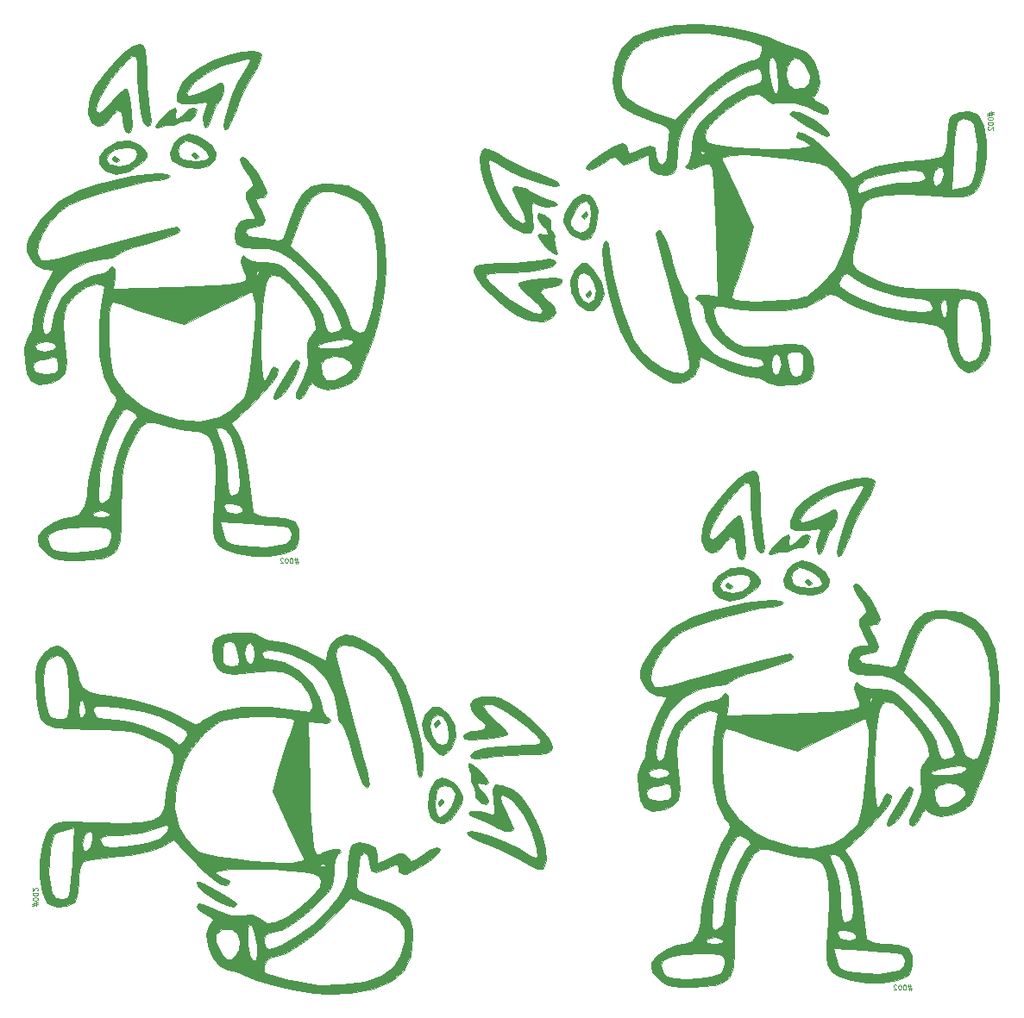
<source format=gbr>
G04 #@! TF.GenerationSoftware,KiCad,Pcbnew,(5.1.7)-1*
G04 #@! TF.CreationDate,2020-11-23T23:33:55-08:00*
G04 #@! TF.ProjectId,panelized001,70616e65-6c69-47a6-9564-3030312e6b69,rev?*
G04 #@! TF.SameCoordinates,Original*
G04 #@! TF.FileFunction,Legend,Bot*
G04 #@! TF.FilePolarity,Positive*
%FSLAX46Y46*%
G04 Gerber Fmt 4.6, Leading zero omitted, Abs format (unit mm)*
G04 Created by KiCad (PCBNEW (5.1.7)-1) date 2020-11-23 23:33:55*
%MOMM*%
%LPD*%
G01*
G04 APERTURE LIST*
%ADD10C,0.100000*%
%ADD11C,0.010000*%
G04 APERTURE END LIST*
D10*
X113010047Y-131109257D02*
X112652904Y-131109257D01*
X112867190Y-130894971D02*
X113010047Y-131537828D01*
X112700523Y-131323542D02*
X113057666Y-131323542D01*
X112843380Y-131537828D02*
X112700523Y-130894971D01*
X112391000Y-130942590D02*
X112343380Y-130942590D01*
X112295761Y-130966400D01*
X112271952Y-130990209D01*
X112248142Y-131037828D01*
X112224333Y-131133066D01*
X112224333Y-131252114D01*
X112248142Y-131347352D01*
X112271952Y-131394971D01*
X112295761Y-131418780D01*
X112343380Y-131442590D01*
X112391000Y-131442590D01*
X112438619Y-131418780D01*
X112462428Y-131394971D01*
X112486238Y-131347352D01*
X112510047Y-131252114D01*
X112510047Y-131133066D01*
X112486238Y-131037828D01*
X112462428Y-130990209D01*
X112438619Y-130966400D01*
X112391000Y-130942590D01*
X111914809Y-130942590D02*
X111867190Y-130942590D01*
X111819571Y-130966400D01*
X111795761Y-130990209D01*
X111771952Y-131037828D01*
X111748142Y-131133066D01*
X111748142Y-131252114D01*
X111771952Y-131347352D01*
X111795761Y-131394971D01*
X111819571Y-131418780D01*
X111867190Y-131442590D01*
X111914809Y-131442590D01*
X111962428Y-131418780D01*
X111986238Y-131394971D01*
X112010047Y-131347352D01*
X112033857Y-131252114D01*
X112033857Y-131133066D01*
X112010047Y-131037828D01*
X111986238Y-130990209D01*
X111962428Y-130966400D01*
X111914809Y-130942590D01*
X111557666Y-130990209D02*
X111533857Y-130966400D01*
X111486238Y-130942590D01*
X111367190Y-130942590D01*
X111319571Y-130966400D01*
X111295761Y-130990209D01*
X111271952Y-131037828D01*
X111271952Y-131085447D01*
X111295761Y-131156876D01*
X111581476Y-131442590D01*
X111271952Y-131442590D01*
X120695257Y-45231952D02*
X120695257Y-45589095D01*
X120480971Y-45374809D02*
X121123828Y-45231952D01*
X120909542Y-45541476D02*
X120909542Y-45184333D01*
X121123828Y-45398619D02*
X120480971Y-45541476D01*
X120528590Y-45851000D02*
X120528590Y-45898619D01*
X120552400Y-45946238D01*
X120576209Y-45970047D01*
X120623828Y-45993857D01*
X120719066Y-46017666D01*
X120838114Y-46017666D01*
X120933352Y-45993857D01*
X120980971Y-45970047D01*
X121004780Y-45946238D01*
X121028590Y-45898619D01*
X121028590Y-45851000D01*
X121004780Y-45803380D01*
X120980971Y-45779571D01*
X120933352Y-45755761D01*
X120838114Y-45731952D01*
X120719066Y-45731952D01*
X120623828Y-45755761D01*
X120576209Y-45779571D01*
X120552400Y-45803380D01*
X120528590Y-45851000D01*
X120528590Y-46327190D02*
X120528590Y-46374809D01*
X120552400Y-46422428D01*
X120576209Y-46446238D01*
X120623828Y-46470047D01*
X120719066Y-46493857D01*
X120838114Y-46493857D01*
X120933352Y-46470047D01*
X120980971Y-46446238D01*
X121004780Y-46422428D01*
X121028590Y-46374809D01*
X121028590Y-46327190D01*
X121004780Y-46279571D01*
X120980971Y-46255761D01*
X120933352Y-46231952D01*
X120838114Y-46208142D01*
X120719066Y-46208142D01*
X120623828Y-46231952D01*
X120576209Y-46255761D01*
X120552400Y-46279571D01*
X120528590Y-46327190D01*
X120576209Y-46684333D02*
X120552400Y-46708142D01*
X120528590Y-46755761D01*
X120528590Y-46874809D01*
X120552400Y-46922428D01*
X120576209Y-46946238D01*
X120623828Y-46970047D01*
X120671447Y-46970047D01*
X120742876Y-46946238D01*
X121028590Y-46660523D01*
X121028590Y-46970047D01*
X27132742Y-123170047D02*
X27132742Y-122812904D01*
X27347028Y-123027190D02*
X26704171Y-123170047D01*
X26918457Y-122860523D02*
X26918457Y-123217666D01*
X26704171Y-123003380D02*
X27347028Y-122860523D01*
X27299409Y-122551000D02*
X27299409Y-122503380D01*
X27275600Y-122455761D01*
X27251790Y-122431952D01*
X27204171Y-122408142D01*
X27108933Y-122384333D01*
X26989885Y-122384333D01*
X26894647Y-122408142D01*
X26847028Y-122431952D01*
X26823219Y-122455761D01*
X26799409Y-122503380D01*
X26799409Y-122551000D01*
X26823219Y-122598619D01*
X26847028Y-122622428D01*
X26894647Y-122646238D01*
X26989885Y-122670047D01*
X27108933Y-122670047D01*
X27204171Y-122646238D01*
X27251790Y-122622428D01*
X27275600Y-122598619D01*
X27299409Y-122551000D01*
X27299409Y-122074809D02*
X27299409Y-122027190D01*
X27275600Y-121979571D01*
X27251790Y-121955761D01*
X27204171Y-121931952D01*
X27108933Y-121908142D01*
X26989885Y-121908142D01*
X26894647Y-121931952D01*
X26847028Y-121955761D01*
X26823219Y-121979571D01*
X26799409Y-122027190D01*
X26799409Y-122074809D01*
X26823219Y-122122428D01*
X26847028Y-122146238D01*
X26894647Y-122170047D01*
X26989885Y-122193857D01*
X27108933Y-122193857D01*
X27204171Y-122170047D01*
X27251790Y-122146238D01*
X27275600Y-122122428D01*
X27299409Y-122074809D01*
X27251790Y-121717666D02*
X27275600Y-121693857D01*
X27299409Y-121646238D01*
X27299409Y-121527190D01*
X27275600Y-121479571D01*
X27251790Y-121455761D01*
X27204171Y-121431952D01*
X27156552Y-121431952D01*
X27085123Y-121455761D01*
X26799409Y-121741476D01*
X26799409Y-121431952D01*
X52812047Y-89199257D02*
X52454904Y-89199257D01*
X52669190Y-88984971D02*
X52812047Y-89627828D01*
X52502523Y-89413542D02*
X52859666Y-89413542D01*
X52645380Y-89627828D02*
X52502523Y-88984971D01*
X52193000Y-89032590D02*
X52145380Y-89032590D01*
X52097761Y-89056400D01*
X52073952Y-89080209D01*
X52050142Y-89127828D01*
X52026333Y-89223066D01*
X52026333Y-89342114D01*
X52050142Y-89437352D01*
X52073952Y-89484971D01*
X52097761Y-89508780D01*
X52145380Y-89532590D01*
X52193000Y-89532590D01*
X52240619Y-89508780D01*
X52264428Y-89484971D01*
X52288238Y-89437352D01*
X52312047Y-89342114D01*
X52312047Y-89223066D01*
X52288238Y-89127828D01*
X52264428Y-89080209D01*
X52240619Y-89056400D01*
X52193000Y-89032590D01*
X51716809Y-89032590D02*
X51669190Y-89032590D01*
X51621571Y-89056400D01*
X51597761Y-89080209D01*
X51573952Y-89127828D01*
X51550142Y-89223066D01*
X51550142Y-89342114D01*
X51573952Y-89437352D01*
X51597761Y-89484971D01*
X51621571Y-89508780D01*
X51669190Y-89532590D01*
X51716809Y-89532590D01*
X51764428Y-89508780D01*
X51788238Y-89484971D01*
X51812047Y-89437352D01*
X51835857Y-89342114D01*
X51835857Y-89223066D01*
X51812047Y-89127828D01*
X51788238Y-89080209D01*
X51764428Y-89056400D01*
X51716809Y-89032590D01*
X51359666Y-89080209D02*
X51335857Y-89056400D01*
X51288238Y-89032590D01*
X51169190Y-89032590D01*
X51121571Y-89056400D01*
X51097761Y-89080209D01*
X51073952Y-89127828D01*
X51073952Y-89175447D01*
X51097761Y-89246876D01*
X51383476Y-89532590D01*
X51073952Y-89532590D01*
D11*
G36*
X107821534Y-91664078D02*
G01*
X108362577Y-92257647D01*
X108972933Y-93098865D01*
X109522930Y-93999390D01*
X109882899Y-94770878D01*
X109953777Y-95100344D01*
X109669935Y-95507671D01*
X109424611Y-95560444D01*
X109017321Y-95599897D01*
X108949190Y-95837150D01*
X109217657Y-96450549D01*
X109406556Y-96817742D01*
X109748609Y-97728822D01*
X109557484Y-98221820D01*
X108794722Y-98381711D01*
X108698235Y-98382666D01*
X108004525Y-98570413D01*
X107837111Y-98911833D01*
X108141296Y-99338900D01*
X108674958Y-99441000D01*
X109668449Y-99512778D01*
X110541555Y-99646750D01*
X111135208Y-99720584D01*
X111516432Y-99547089D01*
X111823003Y-98981239D01*
X112178209Y-97924008D01*
X112811267Y-96204195D01*
X113490641Y-95078410D01*
X114328074Y-94438167D01*
X115435307Y-94174977D01*
X116064799Y-94150652D01*
X117923847Y-94372818D01*
X119378320Y-95061686D01*
X120454083Y-96255288D01*
X121176999Y-97991661D01*
X121572934Y-100308840D01*
X121670401Y-102393781D01*
X121567435Y-103958436D01*
X121273134Y-105835209D01*
X120844987Y-107759940D01*
X120340487Y-109468469D01*
X119894531Y-110553500D01*
X119495022Y-111491074D01*
X119294196Y-112268778D01*
X119293747Y-112273884D01*
X118910248Y-113108631D01*
X118059984Y-113807614D01*
X116970500Y-114277366D01*
X115869342Y-114424425D01*
X114984054Y-114155326D01*
X114892936Y-114081522D01*
X114435215Y-113767939D01*
X114124799Y-113985314D01*
X113899629Y-114431626D01*
X113486946Y-115081499D01*
X113136341Y-115316000D01*
X112836326Y-115200256D01*
X112854460Y-114773800D01*
X113211943Y-113917794D01*
X113483011Y-113372866D01*
X113978764Y-111998248D01*
X113977407Y-111897023D01*
X115306692Y-111897023D01*
X115342150Y-112903425D01*
X115828108Y-113450115D01*
X116640502Y-113486879D01*
X117655271Y-112963504D01*
X117752559Y-112886989D01*
X118291859Y-112359323D01*
X118302123Y-111940169D01*
X118086272Y-111634252D01*
X117405624Y-111220747D01*
X116528753Y-111140279D01*
X115737064Y-111366244D01*
X115311960Y-111872040D01*
X115306692Y-111897023D01*
X113977407Y-111897023D01*
X113962323Y-110772357D01*
X113922376Y-110192572D01*
X114820179Y-110192572D01*
X115250774Y-110335572D01*
X115833952Y-110366383D01*
X116902235Y-110323580D01*
X117727882Y-110203897D01*
X117862425Y-110162979D01*
X118425015Y-109823989D01*
X118379510Y-109547111D01*
X117823253Y-109407443D01*
X116955049Y-109462928D01*
X115724639Y-109714085D01*
X114995575Y-109971355D01*
X114820179Y-110192572D01*
X113922376Y-110192572D01*
X113896361Y-109814998D01*
X114201294Y-109231850D01*
X114356414Y-109103946D01*
X114779746Y-108493676D01*
X114687091Y-107612254D01*
X114062100Y-106401123D01*
X113302821Y-105330656D01*
X112151507Y-103979768D01*
X111227244Y-103258648D01*
X110490789Y-103143687D01*
X110083193Y-103393727D01*
X109869714Y-103907214D01*
X109690361Y-104896811D01*
X109548844Y-106224137D01*
X109448877Y-107750811D01*
X109394169Y-109338452D01*
X109388434Y-110848677D01*
X109435383Y-112143106D01*
X109538727Y-113083357D01*
X109702179Y-113531048D01*
X109811479Y-113523818D01*
X110240386Y-112923852D01*
X110306555Y-112626971D01*
X110511619Y-112185923D01*
X110659333Y-112141000D01*
X111043105Y-112354908D01*
X110930003Y-112944760D01*
X110363447Y-113832748D01*
X109386855Y-114941065D01*
X108751366Y-115560054D01*
X106490622Y-117666047D01*
X107171482Y-118741391D01*
X107660395Y-119958789D01*
X108020834Y-121865154D01*
X108144437Y-122982246D01*
X108301235Y-124437534D01*
X108472348Y-125639664D01*
X108629692Y-126403752D01*
X108686808Y-126552712D01*
X109161303Y-126792329D01*
X110078523Y-126937615D01*
X110609597Y-126957666D01*
X111693701Y-127042159D01*
X112505171Y-127255819D01*
X112705444Y-127381000D01*
X113050582Y-128108802D01*
X113097829Y-129058460D01*
X112849605Y-129864019D01*
X112687805Y-130048734D01*
X111671849Y-130513547D01*
X110241645Y-130738976D01*
X108633817Y-130735620D01*
X107084992Y-130514076D01*
X105831793Y-130084942D01*
X105305903Y-129718125D01*
X104999961Y-129359396D01*
X104810796Y-128925271D01*
X104724250Y-128271685D01*
X104725909Y-127388912D01*
X105373918Y-127388912D01*
X105596809Y-128319817D01*
X105761334Y-128981783D01*
X105975657Y-129335360D01*
X106443467Y-129532215D01*
X107368451Y-129724015D01*
X107523810Y-129754682D01*
X109824654Y-129909312D01*
X111805861Y-129553389D01*
X112276186Y-129147010D01*
X112411725Y-128505202D01*
X112177433Y-127965160D01*
X111982250Y-127856174D01*
X111446574Y-127775896D01*
X110397419Y-127680361D01*
X109026151Y-127585991D01*
X108457598Y-127553701D01*
X105373918Y-127388912D01*
X104725909Y-127388912D01*
X104726162Y-127254576D01*
X104796841Y-125840537D01*
X105720444Y-125840537D01*
X106025589Y-126399453D01*
X106926428Y-126604154D01*
X107002891Y-126604889D01*
X107591157Y-126468863D01*
X107611907Y-126075722D01*
X107220389Y-125731320D01*
X106569891Y-125555319D01*
X105967754Y-125585934D01*
X105720444Y-125840537D01*
X104796841Y-125840537D01*
X104802373Y-125729881D01*
X104845175Y-125030528D01*
X104940983Y-122633091D01*
X104874262Y-120855542D01*
X104625721Y-119626906D01*
X104176071Y-118876208D01*
X103506020Y-118532474D01*
X103067771Y-118491000D01*
X102085002Y-118388425D01*
X101995649Y-118370139D01*
X105057339Y-118370139D01*
X105234623Y-118919782D01*
X105544055Y-119671308D01*
X105852798Y-120779323D01*
X106043468Y-122174457D01*
X106073222Y-122889391D01*
X106127632Y-124092063D01*
X106308966Y-124704119D01*
X106564645Y-124841000D01*
X107116067Y-124557779D01*
X107247639Y-124341776D01*
X107319076Y-123620277D01*
X107234304Y-122474704D01*
X107033921Y-121158531D01*
X106758528Y-119925234D01*
X106448725Y-119028288D01*
X106374899Y-118893047D01*
X105854674Y-118315117D01*
X105459196Y-118138222D01*
X105135391Y-118167340D01*
X105057339Y-118370139D01*
X101995649Y-118370139D01*
X100808080Y-118127107D01*
X100113825Y-117940384D01*
X98945256Y-117645034D01*
X98143854Y-117658002D01*
X97543844Y-118073949D01*
X96979447Y-118987536D01*
X96504395Y-120001412D01*
X96125105Y-120947428D01*
X95880328Y-121885222D01*
X95742020Y-123010069D01*
X95682138Y-124517245D01*
X95671981Y-125797703D01*
X95645009Y-127799227D01*
X95517853Y-129206127D01*
X95211052Y-130129028D01*
X94645144Y-130678558D01*
X93740667Y-130965342D01*
X92418160Y-131100008D01*
X91840595Y-131131737D01*
X90454854Y-131176225D01*
X89553373Y-131108619D01*
X88918152Y-130884934D01*
X88331190Y-130461186D01*
X88273663Y-130412061D01*
X87609912Y-129697823D01*
X87475897Y-129063525D01*
X88434333Y-129063525D01*
X88710741Y-129802155D01*
X89051694Y-130127705D01*
X89768180Y-130329381D01*
X90872442Y-130393930D01*
X92131526Y-130338479D01*
X93312481Y-130180156D01*
X94182354Y-129936087D01*
X94478050Y-129728747D01*
X94698812Y-128989094D01*
X94698159Y-128545166D01*
X94562869Y-128149767D01*
X94173907Y-127938667D01*
X93362861Y-127859048D01*
X92491277Y-127853011D01*
X90581535Y-127936994D01*
X89307598Y-128171823D01*
X88612532Y-128574487D01*
X88434333Y-129063525D01*
X87475897Y-129063525D01*
X87473034Y-129049977D01*
X87541179Y-128756874D01*
X88051876Y-128083484D01*
X88991532Y-127463462D01*
X90090283Y-127047400D01*
X90765361Y-126957666D01*
X91520459Y-126642123D01*
X91546873Y-126604889D01*
X92844055Y-126604889D01*
X92983313Y-126853492D01*
X93673848Y-126957340D01*
X93726000Y-126957666D01*
X94443098Y-126863728D01*
X94617303Y-126621679D01*
X94607944Y-126604889D01*
X94108898Y-126305450D01*
X93726000Y-126252111D01*
X93059355Y-126418948D01*
X92844055Y-126604889D01*
X91546873Y-126604889D01*
X92087101Y-125843385D01*
X92303958Y-124841000D01*
X92331335Y-124566011D01*
X93395228Y-124566011D01*
X93433478Y-125241003D01*
X93625902Y-125514144D01*
X93813632Y-125546555D01*
X94397121Y-125259937D01*
X94570201Y-124988536D01*
X94720080Y-124255036D01*
X94784294Y-123260514D01*
X94784333Y-123237707D01*
X94948661Y-122070754D01*
X95371607Y-120620458D01*
X95948109Y-119172161D01*
X96573108Y-118011208D01*
X96835998Y-117665387D01*
X97218572Y-117141532D01*
X97062411Y-116772902D01*
X96732487Y-116512857D01*
X96271629Y-116256133D01*
X95903747Y-116384157D01*
X95446136Y-116997690D01*
X95235405Y-117338469D01*
X94446477Y-118881408D01*
X93911357Y-120583410D01*
X93560805Y-122682553D01*
X93489471Y-123341694D01*
X93395228Y-124566011D01*
X92331335Y-124566011D01*
X92451626Y-123357754D01*
X92814877Y-121563361D01*
X93322623Y-119720584D01*
X93903775Y-118092184D01*
X94408036Y-117063634D01*
X94967853Y-116118846D01*
X95184149Y-115545522D01*
X95088264Y-115117388D01*
X94742792Y-114646747D01*
X93913151Y-113088708D01*
X93494192Y-110990723D01*
X93493507Y-108391921D01*
X93503706Y-108260444D01*
X93513355Y-108159264D01*
X94422539Y-108159264D01*
X94441633Y-109534455D01*
X94523339Y-110910785D01*
X94664029Y-112113207D01*
X94860077Y-112966674D01*
X94929227Y-113128657D01*
X96041988Y-114631226D01*
X97614201Y-115927287D01*
X98841277Y-116588686D01*
X101277894Y-117389799D01*
X103409754Y-117567187D01*
X105262533Y-117120520D01*
X106333068Y-116492604D01*
X107152666Y-115792686D01*
X107728485Y-115145334D01*
X107794948Y-115037077D01*
X107998922Y-114356067D01*
X108215820Y-113157369D01*
X108426056Y-111628104D01*
X108610042Y-109955388D01*
X108748191Y-108326341D01*
X108820914Y-106928081D01*
X108808625Y-105947728D01*
X108772249Y-105700953D01*
X108541454Y-104781394D01*
X105161200Y-106360995D01*
X101780947Y-107940597D01*
X99781945Y-107378078D01*
X98400731Y-106964526D01*
X97064153Y-106524819D01*
X96452888Y-106303279D01*
X95525426Y-105976798D01*
X94870259Y-105800862D01*
X94777194Y-105791000D01*
X94586693Y-106112489D01*
X94469683Y-106960260D01*
X94422539Y-108159264D01*
X93513355Y-108159264D01*
X93637850Y-106853843D01*
X93790346Y-105636397D01*
X93929819Y-104855928D01*
X93939175Y-104820861D01*
X93995450Y-104233579D01*
X93582469Y-104038301D01*
X93265045Y-104027111D01*
X92195276Y-104329460D01*
X91140387Y-105100078D01*
X90327381Y-106134317D01*
X90013119Y-106958793D01*
X89949974Y-107956915D01*
X90017898Y-109274381D01*
X90116068Y-110061265D01*
X90272339Y-111685237D01*
X90106916Y-112770416D01*
X89581798Y-113424019D01*
X88818697Y-113721562D01*
X87591759Y-113864922D01*
X86824505Y-113575016D01*
X86397078Y-112758083D01*
X86295933Y-112141000D01*
X87023222Y-112141000D01*
X87161340Y-112627283D01*
X87700537Y-112823492D01*
X88257944Y-112846555D01*
X89091273Y-112782463D01*
X89432700Y-112486142D01*
X89492666Y-111926867D01*
X89387787Y-111276185D01*
X89013214Y-111194097D01*
X88934647Y-111221312D01*
X88090954Y-111409316D01*
X87699925Y-111435444D01*
X87131119Y-111698689D01*
X87023222Y-112141000D01*
X86295933Y-112141000D01*
X86222043Y-111690200D01*
X86182043Y-110308470D01*
X86236843Y-110103969D01*
X87169906Y-110103969D01*
X87326436Y-110427846D01*
X87461996Y-110495518D01*
X88185315Y-110691701D01*
X88881687Y-110535879D01*
X88932621Y-110516534D01*
X89322620Y-110193562D01*
X89133436Y-109868209D01*
X88476912Y-109680546D01*
X88257944Y-109671555D01*
X87526914Y-109803730D01*
X87169906Y-110103969D01*
X86236843Y-110103969D01*
X86409652Y-109459088D01*
X86530881Y-109290999D01*
X86891229Y-108540891D01*
X87023222Y-107665019D01*
X87182274Y-106771697D01*
X87593647Y-105567959D01*
X88018256Y-104623316D01*
X89013290Y-102650648D01*
X88117578Y-102545129D01*
X87225949Y-102133064D01*
X86706914Y-101517884D01*
X86393932Y-100778792D01*
X86440946Y-100076791D01*
X86685850Y-99403806D01*
X87824555Y-97522566D01*
X89483873Y-95955964D01*
X91496602Y-94861412D01*
X91520212Y-94852535D01*
X93221262Y-94284260D01*
X94991954Y-93807864D01*
X96704498Y-93443555D01*
X98231105Y-93211541D01*
X99443986Y-93132030D01*
X100215350Y-93225230D01*
X100428777Y-93443777D01*
X100119383Y-93679984D01*
X99361712Y-93794525D01*
X99233519Y-93796555D01*
X98233887Y-93911583D01*
X96782826Y-94217738D01*
X95088869Y-94656628D01*
X93360550Y-95169861D01*
X91806401Y-95699045D01*
X90634956Y-96185789D01*
X90551000Y-96227777D01*
X89511619Y-96957580D01*
X88605226Y-97944819D01*
X87902503Y-99045908D01*
X87474134Y-100117260D01*
X87390802Y-101015290D01*
X87723192Y-101596411D01*
X87870912Y-101672095D01*
X88477355Y-101684582D01*
X89469237Y-101504296D01*
X90075773Y-101338875D01*
X91410998Y-100943305D01*
X93039143Y-100480391D01*
X94820433Y-99987531D01*
X96615098Y-99502119D01*
X98283363Y-99061553D01*
X99685456Y-98703229D01*
X100681604Y-98464543D01*
X101124926Y-98382666D01*
X101428191Y-98631115D01*
X101408440Y-98795067D01*
X101026045Y-99065742D01*
X100123173Y-99434467D01*
X98866013Y-99837131D01*
X98304697Y-99992407D01*
X96954218Y-100388168D01*
X95892956Y-100771508D01*
X95286476Y-101079591D01*
X95208368Y-101167506D01*
X94803063Y-101437175D01*
X93998794Y-101557273D01*
X93947740Y-101557666D01*
X92223282Y-101881682D01*
X90608255Y-102758321D01*
X89329405Y-104044475D01*
X88917210Y-104732666D01*
X88349543Y-106104758D01*
X88006841Y-107352466D01*
X87911155Y-108329266D01*
X88084534Y-108888637D01*
X88280123Y-108966000D01*
X88735564Y-108720115D01*
X88789078Y-108525027D01*
X89097730Y-106839557D01*
X89918381Y-105293130D01*
X91115806Y-104055497D01*
X92554778Y-103296407D01*
X93045375Y-103182099D01*
X93918406Y-102964158D01*
X94399137Y-102691901D01*
X94431555Y-102611831D01*
X94705174Y-102279728D01*
X94824373Y-102263222D01*
X95068471Y-102571661D01*
X95055538Y-103364634D01*
X94893885Y-104466047D01*
X100924526Y-104294636D01*
X102953842Y-104223294D01*
X104765551Y-104133967D01*
X106229575Y-104035085D01*
X107215839Y-103935077D01*
X107563801Y-103864385D01*
X107949621Y-103616847D01*
X107938810Y-103211441D01*
X107825193Y-102968777D01*
X108895444Y-102968777D01*
X109024520Y-103259153D01*
X109130629Y-103203963D01*
X109172850Y-102785298D01*
X109130629Y-102733592D01*
X108920903Y-102782018D01*
X108895444Y-102968777D01*
X107825193Y-102968777D01*
X107653289Y-102601626D01*
X107431917Y-101913549D01*
X107465051Y-101398585D01*
X107690894Y-101238623D01*
X108009943Y-101551912D01*
X108470122Y-101771577D01*
X109363585Y-101898213D01*
X109768609Y-101910444D01*
X110561921Y-101948653D01*
X111187956Y-102135081D01*
X111819787Y-102577433D01*
X112630489Y-103383413D01*
X113287146Y-104100024D01*
X114236650Y-105229041D01*
X114991852Y-106275344D01*
X115420942Y-107051927D01*
X115462877Y-107186829D01*
X115712692Y-108209939D01*
X115958016Y-108691890D01*
X116316327Y-108786459D01*
X116634975Y-108721082D01*
X117133106Y-108571515D01*
X117309051Y-108339953D01*
X117184040Y-107829379D01*
X116825460Y-106953397D01*
X115967628Y-105415164D01*
X114704175Y-103772781D01*
X113240901Y-102274200D01*
X112316639Y-101521013D01*
X111224124Y-100857268D01*
X110134110Y-100557266D01*
X109007831Y-100499333D01*
X107705924Y-100407151D01*
X107410810Y-100267450D01*
X112246833Y-100267450D01*
X114385201Y-102315737D01*
X115739188Y-103763538D01*
X116866698Y-105257665D01*
X117669678Y-106646534D01*
X118050076Y-107778563D01*
X118067666Y-108008634D01*
X118359915Y-108504094D01*
X118996274Y-108786370D01*
X119528201Y-108730686D01*
X119715984Y-108358078D01*
X120002245Y-107478066D01*
X120329061Y-106271247D01*
X120369824Y-106106636D01*
X120810105Y-103390275D01*
X120794780Y-101070243D01*
X120490908Y-98838223D01*
X119939031Y-97198794D01*
X119098933Y-96070282D01*
X118002355Y-95399084D01*
X116503475Y-94928735D01*
X115353570Y-94924254D01*
X114448149Y-95445039D01*
X113682724Y-96550485D01*
X112966530Y-98261646D01*
X112246833Y-100267450D01*
X107410810Y-100267450D01*
X106997985Y-100072028D01*
X106789680Y-99406101D01*
X106923841Y-98558266D01*
X107320260Y-97855489D01*
X108014513Y-97677111D01*
X108884029Y-97677111D01*
X108279267Y-96408911D01*
X107916268Y-95570056D01*
X107881922Y-95108189D01*
X108171679Y-94778380D01*
X108247914Y-94721425D01*
X108624702Y-94330815D01*
X108492582Y-93876364D01*
X108303367Y-93608374D01*
X107568621Y-92517676D01*
X107316207Y-91835710D01*
X107479475Y-91506502D01*
X107821534Y-91664078D01*
G37*
X107821534Y-91664078D02*
X108362577Y-92257647D01*
X108972933Y-93098865D01*
X109522930Y-93999390D01*
X109882899Y-94770878D01*
X109953777Y-95100344D01*
X109669935Y-95507671D01*
X109424611Y-95560444D01*
X109017321Y-95599897D01*
X108949190Y-95837150D01*
X109217657Y-96450549D01*
X109406556Y-96817742D01*
X109748609Y-97728822D01*
X109557484Y-98221820D01*
X108794722Y-98381711D01*
X108698235Y-98382666D01*
X108004525Y-98570413D01*
X107837111Y-98911833D01*
X108141296Y-99338900D01*
X108674958Y-99441000D01*
X109668449Y-99512778D01*
X110541555Y-99646750D01*
X111135208Y-99720584D01*
X111516432Y-99547089D01*
X111823003Y-98981239D01*
X112178209Y-97924008D01*
X112811267Y-96204195D01*
X113490641Y-95078410D01*
X114328074Y-94438167D01*
X115435307Y-94174977D01*
X116064799Y-94150652D01*
X117923847Y-94372818D01*
X119378320Y-95061686D01*
X120454083Y-96255288D01*
X121176999Y-97991661D01*
X121572934Y-100308840D01*
X121670401Y-102393781D01*
X121567435Y-103958436D01*
X121273134Y-105835209D01*
X120844987Y-107759940D01*
X120340487Y-109468469D01*
X119894531Y-110553500D01*
X119495022Y-111491074D01*
X119294196Y-112268778D01*
X119293747Y-112273884D01*
X118910248Y-113108631D01*
X118059984Y-113807614D01*
X116970500Y-114277366D01*
X115869342Y-114424425D01*
X114984054Y-114155326D01*
X114892936Y-114081522D01*
X114435215Y-113767939D01*
X114124799Y-113985314D01*
X113899629Y-114431626D01*
X113486946Y-115081499D01*
X113136341Y-115316000D01*
X112836326Y-115200256D01*
X112854460Y-114773800D01*
X113211943Y-113917794D01*
X113483011Y-113372866D01*
X113978764Y-111998248D01*
X113977407Y-111897023D01*
X115306692Y-111897023D01*
X115342150Y-112903425D01*
X115828108Y-113450115D01*
X116640502Y-113486879D01*
X117655271Y-112963504D01*
X117752559Y-112886989D01*
X118291859Y-112359323D01*
X118302123Y-111940169D01*
X118086272Y-111634252D01*
X117405624Y-111220747D01*
X116528753Y-111140279D01*
X115737064Y-111366244D01*
X115311960Y-111872040D01*
X115306692Y-111897023D01*
X113977407Y-111897023D01*
X113962323Y-110772357D01*
X113922376Y-110192572D01*
X114820179Y-110192572D01*
X115250774Y-110335572D01*
X115833952Y-110366383D01*
X116902235Y-110323580D01*
X117727882Y-110203897D01*
X117862425Y-110162979D01*
X118425015Y-109823989D01*
X118379510Y-109547111D01*
X117823253Y-109407443D01*
X116955049Y-109462928D01*
X115724639Y-109714085D01*
X114995575Y-109971355D01*
X114820179Y-110192572D01*
X113922376Y-110192572D01*
X113896361Y-109814998D01*
X114201294Y-109231850D01*
X114356414Y-109103946D01*
X114779746Y-108493676D01*
X114687091Y-107612254D01*
X114062100Y-106401123D01*
X113302821Y-105330656D01*
X112151507Y-103979768D01*
X111227244Y-103258648D01*
X110490789Y-103143687D01*
X110083193Y-103393727D01*
X109869714Y-103907214D01*
X109690361Y-104896811D01*
X109548844Y-106224137D01*
X109448877Y-107750811D01*
X109394169Y-109338452D01*
X109388434Y-110848677D01*
X109435383Y-112143106D01*
X109538727Y-113083357D01*
X109702179Y-113531048D01*
X109811479Y-113523818D01*
X110240386Y-112923852D01*
X110306555Y-112626971D01*
X110511619Y-112185923D01*
X110659333Y-112141000D01*
X111043105Y-112354908D01*
X110930003Y-112944760D01*
X110363447Y-113832748D01*
X109386855Y-114941065D01*
X108751366Y-115560054D01*
X106490622Y-117666047D01*
X107171482Y-118741391D01*
X107660395Y-119958789D01*
X108020834Y-121865154D01*
X108144437Y-122982246D01*
X108301235Y-124437534D01*
X108472348Y-125639664D01*
X108629692Y-126403752D01*
X108686808Y-126552712D01*
X109161303Y-126792329D01*
X110078523Y-126937615D01*
X110609597Y-126957666D01*
X111693701Y-127042159D01*
X112505171Y-127255819D01*
X112705444Y-127381000D01*
X113050582Y-128108802D01*
X113097829Y-129058460D01*
X112849605Y-129864019D01*
X112687805Y-130048734D01*
X111671849Y-130513547D01*
X110241645Y-130738976D01*
X108633817Y-130735620D01*
X107084992Y-130514076D01*
X105831793Y-130084942D01*
X105305903Y-129718125D01*
X104999961Y-129359396D01*
X104810796Y-128925271D01*
X104724250Y-128271685D01*
X104725909Y-127388912D01*
X105373918Y-127388912D01*
X105596809Y-128319817D01*
X105761334Y-128981783D01*
X105975657Y-129335360D01*
X106443467Y-129532215D01*
X107368451Y-129724015D01*
X107523810Y-129754682D01*
X109824654Y-129909312D01*
X111805861Y-129553389D01*
X112276186Y-129147010D01*
X112411725Y-128505202D01*
X112177433Y-127965160D01*
X111982250Y-127856174D01*
X111446574Y-127775896D01*
X110397419Y-127680361D01*
X109026151Y-127585991D01*
X108457598Y-127553701D01*
X105373918Y-127388912D01*
X104725909Y-127388912D01*
X104726162Y-127254576D01*
X104796841Y-125840537D01*
X105720444Y-125840537D01*
X106025589Y-126399453D01*
X106926428Y-126604154D01*
X107002891Y-126604889D01*
X107591157Y-126468863D01*
X107611907Y-126075722D01*
X107220389Y-125731320D01*
X106569891Y-125555319D01*
X105967754Y-125585934D01*
X105720444Y-125840537D01*
X104796841Y-125840537D01*
X104802373Y-125729881D01*
X104845175Y-125030528D01*
X104940983Y-122633091D01*
X104874262Y-120855542D01*
X104625721Y-119626906D01*
X104176071Y-118876208D01*
X103506020Y-118532474D01*
X103067771Y-118491000D01*
X102085002Y-118388425D01*
X101995649Y-118370139D01*
X105057339Y-118370139D01*
X105234623Y-118919782D01*
X105544055Y-119671308D01*
X105852798Y-120779323D01*
X106043468Y-122174457D01*
X106073222Y-122889391D01*
X106127632Y-124092063D01*
X106308966Y-124704119D01*
X106564645Y-124841000D01*
X107116067Y-124557779D01*
X107247639Y-124341776D01*
X107319076Y-123620277D01*
X107234304Y-122474704D01*
X107033921Y-121158531D01*
X106758528Y-119925234D01*
X106448725Y-119028288D01*
X106374899Y-118893047D01*
X105854674Y-118315117D01*
X105459196Y-118138222D01*
X105135391Y-118167340D01*
X105057339Y-118370139D01*
X101995649Y-118370139D01*
X100808080Y-118127107D01*
X100113825Y-117940384D01*
X98945256Y-117645034D01*
X98143854Y-117658002D01*
X97543844Y-118073949D01*
X96979447Y-118987536D01*
X96504395Y-120001412D01*
X96125105Y-120947428D01*
X95880328Y-121885222D01*
X95742020Y-123010069D01*
X95682138Y-124517245D01*
X95671981Y-125797703D01*
X95645009Y-127799227D01*
X95517853Y-129206127D01*
X95211052Y-130129028D01*
X94645144Y-130678558D01*
X93740667Y-130965342D01*
X92418160Y-131100008D01*
X91840595Y-131131737D01*
X90454854Y-131176225D01*
X89553373Y-131108619D01*
X88918152Y-130884934D01*
X88331190Y-130461186D01*
X88273663Y-130412061D01*
X87609912Y-129697823D01*
X87475897Y-129063525D01*
X88434333Y-129063525D01*
X88710741Y-129802155D01*
X89051694Y-130127705D01*
X89768180Y-130329381D01*
X90872442Y-130393930D01*
X92131526Y-130338479D01*
X93312481Y-130180156D01*
X94182354Y-129936087D01*
X94478050Y-129728747D01*
X94698812Y-128989094D01*
X94698159Y-128545166D01*
X94562869Y-128149767D01*
X94173907Y-127938667D01*
X93362861Y-127859048D01*
X92491277Y-127853011D01*
X90581535Y-127936994D01*
X89307598Y-128171823D01*
X88612532Y-128574487D01*
X88434333Y-129063525D01*
X87475897Y-129063525D01*
X87473034Y-129049977D01*
X87541179Y-128756874D01*
X88051876Y-128083484D01*
X88991532Y-127463462D01*
X90090283Y-127047400D01*
X90765361Y-126957666D01*
X91520459Y-126642123D01*
X91546873Y-126604889D01*
X92844055Y-126604889D01*
X92983313Y-126853492D01*
X93673848Y-126957340D01*
X93726000Y-126957666D01*
X94443098Y-126863728D01*
X94617303Y-126621679D01*
X94607944Y-126604889D01*
X94108898Y-126305450D01*
X93726000Y-126252111D01*
X93059355Y-126418948D01*
X92844055Y-126604889D01*
X91546873Y-126604889D01*
X92087101Y-125843385D01*
X92303958Y-124841000D01*
X92331335Y-124566011D01*
X93395228Y-124566011D01*
X93433478Y-125241003D01*
X93625902Y-125514144D01*
X93813632Y-125546555D01*
X94397121Y-125259937D01*
X94570201Y-124988536D01*
X94720080Y-124255036D01*
X94784294Y-123260514D01*
X94784333Y-123237707D01*
X94948661Y-122070754D01*
X95371607Y-120620458D01*
X95948109Y-119172161D01*
X96573108Y-118011208D01*
X96835998Y-117665387D01*
X97218572Y-117141532D01*
X97062411Y-116772902D01*
X96732487Y-116512857D01*
X96271629Y-116256133D01*
X95903747Y-116384157D01*
X95446136Y-116997690D01*
X95235405Y-117338469D01*
X94446477Y-118881408D01*
X93911357Y-120583410D01*
X93560805Y-122682553D01*
X93489471Y-123341694D01*
X93395228Y-124566011D01*
X92331335Y-124566011D01*
X92451626Y-123357754D01*
X92814877Y-121563361D01*
X93322623Y-119720584D01*
X93903775Y-118092184D01*
X94408036Y-117063634D01*
X94967853Y-116118846D01*
X95184149Y-115545522D01*
X95088264Y-115117388D01*
X94742792Y-114646747D01*
X93913151Y-113088708D01*
X93494192Y-110990723D01*
X93493507Y-108391921D01*
X93503706Y-108260444D01*
X93513355Y-108159264D01*
X94422539Y-108159264D01*
X94441633Y-109534455D01*
X94523339Y-110910785D01*
X94664029Y-112113207D01*
X94860077Y-112966674D01*
X94929227Y-113128657D01*
X96041988Y-114631226D01*
X97614201Y-115927287D01*
X98841277Y-116588686D01*
X101277894Y-117389799D01*
X103409754Y-117567187D01*
X105262533Y-117120520D01*
X106333068Y-116492604D01*
X107152666Y-115792686D01*
X107728485Y-115145334D01*
X107794948Y-115037077D01*
X107998922Y-114356067D01*
X108215820Y-113157369D01*
X108426056Y-111628104D01*
X108610042Y-109955388D01*
X108748191Y-108326341D01*
X108820914Y-106928081D01*
X108808625Y-105947728D01*
X108772249Y-105700953D01*
X108541454Y-104781394D01*
X105161200Y-106360995D01*
X101780947Y-107940597D01*
X99781945Y-107378078D01*
X98400731Y-106964526D01*
X97064153Y-106524819D01*
X96452888Y-106303279D01*
X95525426Y-105976798D01*
X94870259Y-105800862D01*
X94777194Y-105791000D01*
X94586693Y-106112489D01*
X94469683Y-106960260D01*
X94422539Y-108159264D01*
X93513355Y-108159264D01*
X93637850Y-106853843D01*
X93790346Y-105636397D01*
X93929819Y-104855928D01*
X93939175Y-104820861D01*
X93995450Y-104233579D01*
X93582469Y-104038301D01*
X93265045Y-104027111D01*
X92195276Y-104329460D01*
X91140387Y-105100078D01*
X90327381Y-106134317D01*
X90013119Y-106958793D01*
X89949974Y-107956915D01*
X90017898Y-109274381D01*
X90116068Y-110061265D01*
X90272339Y-111685237D01*
X90106916Y-112770416D01*
X89581798Y-113424019D01*
X88818697Y-113721562D01*
X87591759Y-113864922D01*
X86824505Y-113575016D01*
X86397078Y-112758083D01*
X86295933Y-112141000D01*
X87023222Y-112141000D01*
X87161340Y-112627283D01*
X87700537Y-112823492D01*
X88257944Y-112846555D01*
X89091273Y-112782463D01*
X89432700Y-112486142D01*
X89492666Y-111926867D01*
X89387787Y-111276185D01*
X89013214Y-111194097D01*
X88934647Y-111221312D01*
X88090954Y-111409316D01*
X87699925Y-111435444D01*
X87131119Y-111698689D01*
X87023222Y-112141000D01*
X86295933Y-112141000D01*
X86222043Y-111690200D01*
X86182043Y-110308470D01*
X86236843Y-110103969D01*
X87169906Y-110103969D01*
X87326436Y-110427846D01*
X87461996Y-110495518D01*
X88185315Y-110691701D01*
X88881687Y-110535879D01*
X88932621Y-110516534D01*
X89322620Y-110193562D01*
X89133436Y-109868209D01*
X88476912Y-109680546D01*
X88257944Y-109671555D01*
X87526914Y-109803730D01*
X87169906Y-110103969D01*
X86236843Y-110103969D01*
X86409652Y-109459088D01*
X86530881Y-109290999D01*
X86891229Y-108540891D01*
X87023222Y-107665019D01*
X87182274Y-106771697D01*
X87593647Y-105567959D01*
X88018256Y-104623316D01*
X89013290Y-102650648D01*
X88117578Y-102545129D01*
X87225949Y-102133064D01*
X86706914Y-101517884D01*
X86393932Y-100778792D01*
X86440946Y-100076791D01*
X86685850Y-99403806D01*
X87824555Y-97522566D01*
X89483873Y-95955964D01*
X91496602Y-94861412D01*
X91520212Y-94852535D01*
X93221262Y-94284260D01*
X94991954Y-93807864D01*
X96704498Y-93443555D01*
X98231105Y-93211541D01*
X99443986Y-93132030D01*
X100215350Y-93225230D01*
X100428777Y-93443777D01*
X100119383Y-93679984D01*
X99361712Y-93794525D01*
X99233519Y-93796555D01*
X98233887Y-93911583D01*
X96782826Y-94217738D01*
X95088869Y-94656628D01*
X93360550Y-95169861D01*
X91806401Y-95699045D01*
X90634956Y-96185789D01*
X90551000Y-96227777D01*
X89511619Y-96957580D01*
X88605226Y-97944819D01*
X87902503Y-99045908D01*
X87474134Y-100117260D01*
X87390802Y-101015290D01*
X87723192Y-101596411D01*
X87870912Y-101672095D01*
X88477355Y-101684582D01*
X89469237Y-101504296D01*
X90075773Y-101338875D01*
X91410998Y-100943305D01*
X93039143Y-100480391D01*
X94820433Y-99987531D01*
X96615098Y-99502119D01*
X98283363Y-99061553D01*
X99685456Y-98703229D01*
X100681604Y-98464543D01*
X101124926Y-98382666D01*
X101428191Y-98631115D01*
X101408440Y-98795067D01*
X101026045Y-99065742D01*
X100123173Y-99434467D01*
X98866013Y-99837131D01*
X98304697Y-99992407D01*
X96954218Y-100388168D01*
X95892956Y-100771508D01*
X95286476Y-101079591D01*
X95208368Y-101167506D01*
X94803063Y-101437175D01*
X93998794Y-101557273D01*
X93947740Y-101557666D01*
X92223282Y-101881682D01*
X90608255Y-102758321D01*
X89329405Y-104044475D01*
X88917210Y-104732666D01*
X88349543Y-106104758D01*
X88006841Y-107352466D01*
X87911155Y-108329266D01*
X88084534Y-108888637D01*
X88280123Y-108966000D01*
X88735564Y-108720115D01*
X88789078Y-108525027D01*
X89097730Y-106839557D01*
X89918381Y-105293130D01*
X91115806Y-104055497D01*
X92554778Y-103296407D01*
X93045375Y-103182099D01*
X93918406Y-102964158D01*
X94399137Y-102691901D01*
X94431555Y-102611831D01*
X94705174Y-102279728D01*
X94824373Y-102263222D01*
X95068471Y-102571661D01*
X95055538Y-103364634D01*
X94893885Y-104466047D01*
X100924526Y-104294636D01*
X102953842Y-104223294D01*
X104765551Y-104133967D01*
X106229575Y-104035085D01*
X107215839Y-103935077D01*
X107563801Y-103864385D01*
X107949621Y-103616847D01*
X107938810Y-103211441D01*
X107825193Y-102968777D01*
X108895444Y-102968777D01*
X109024520Y-103259153D01*
X109130629Y-103203963D01*
X109172850Y-102785298D01*
X109130629Y-102733592D01*
X108920903Y-102782018D01*
X108895444Y-102968777D01*
X107825193Y-102968777D01*
X107653289Y-102601626D01*
X107431917Y-101913549D01*
X107465051Y-101398585D01*
X107690894Y-101238623D01*
X108009943Y-101551912D01*
X108470122Y-101771577D01*
X109363585Y-101898213D01*
X109768609Y-101910444D01*
X110561921Y-101948653D01*
X111187956Y-102135081D01*
X111819787Y-102577433D01*
X112630489Y-103383413D01*
X113287146Y-104100024D01*
X114236650Y-105229041D01*
X114991852Y-106275344D01*
X115420942Y-107051927D01*
X115462877Y-107186829D01*
X115712692Y-108209939D01*
X115958016Y-108691890D01*
X116316327Y-108786459D01*
X116634975Y-108721082D01*
X117133106Y-108571515D01*
X117309051Y-108339953D01*
X117184040Y-107829379D01*
X116825460Y-106953397D01*
X115967628Y-105415164D01*
X114704175Y-103772781D01*
X113240901Y-102274200D01*
X112316639Y-101521013D01*
X111224124Y-100857268D01*
X110134110Y-100557266D01*
X109007831Y-100499333D01*
X107705924Y-100407151D01*
X107410810Y-100267450D01*
X112246833Y-100267450D01*
X114385201Y-102315737D01*
X115739188Y-103763538D01*
X116866698Y-105257665D01*
X117669678Y-106646534D01*
X118050076Y-107778563D01*
X118067666Y-108008634D01*
X118359915Y-108504094D01*
X118996274Y-108786370D01*
X119528201Y-108730686D01*
X119715984Y-108358078D01*
X120002245Y-107478066D01*
X120329061Y-106271247D01*
X120369824Y-106106636D01*
X120810105Y-103390275D01*
X120794780Y-101070243D01*
X120490908Y-98838223D01*
X119939031Y-97198794D01*
X119098933Y-96070282D01*
X118002355Y-95399084D01*
X116503475Y-94928735D01*
X115353570Y-94924254D01*
X114448149Y-95445039D01*
X113682724Y-96550485D01*
X112966530Y-98261646D01*
X112246833Y-100267450D01*
X107410810Y-100267450D01*
X106997985Y-100072028D01*
X106789680Y-99406101D01*
X106923841Y-98558266D01*
X107320260Y-97855489D01*
X108014513Y-97677111D01*
X108884029Y-97677111D01*
X108279267Y-96408911D01*
X107916268Y-95570056D01*
X107881922Y-95108189D01*
X108171679Y-94778380D01*
X108247914Y-94721425D01*
X108624702Y-94330815D01*
X108492582Y-93876364D01*
X108303367Y-93608374D01*
X107568621Y-92517676D01*
X107316207Y-91835710D01*
X107479475Y-91506502D01*
X107821534Y-91664078D01*
G36*
X113124091Y-111696828D02*
G01*
X113003619Y-112398893D01*
X112534682Y-113419913D01*
X112242407Y-113911899D01*
X111611726Y-114769556D01*
X111064568Y-115276139D01*
X110719771Y-115339474D01*
X110659333Y-115139795D01*
X110825149Y-114684550D01*
X111239488Y-113889046D01*
X111777684Y-112962442D01*
X112315075Y-112113897D01*
X112726996Y-111552569D01*
X112864194Y-111440527D01*
X113124091Y-111696828D01*
G37*
X113124091Y-111696828D02*
X113003619Y-112398893D01*
X112534682Y-113419913D01*
X112242407Y-113911899D01*
X111611726Y-114769556D01*
X111064568Y-115276139D01*
X110719771Y-115339474D01*
X110659333Y-115139795D01*
X110825149Y-114684550D01*
X111239488Y-113889046D01*
X111777684Y-112962442D01*
X112315075Y-112113897D01*
X112726996Y-111552569D01*
X112864194Y-111440527D01*
X113124091Y-111696828D01*
G36*
X97532780Y-90393601D02*
G01*
X97795058Y-90634941D01*
X98202879Y-91153610D01*
X98174173Y-91545893D01*
X97669980Y-92098606D01*
X97585151Y-92180234D01*
X96368060Y-93016135D01*
X95157405Y-93244671D01*
X94143630Y-92885051D01*
X93495465Y-92228536D01*
X93496899Y-91767714D01*
X94239560Y-91767714D01*
X94576350Y-92271157D01*
X94667072Y-92326833D01*
X95475404Y-92485817D01*
X96357158Y-92274642D01*
X97037940Y-91803019D01*
X97253777Y-91292600D01*
X97099218Y-90824881D01*
X96516654Y-90639227D01*
X96031467Y-90621555D01*
X95083537Y-90797408D01*
X94447428Y-91227963D01*
X94239560Y-91767714D01*
X93496899Y-91767714D01*
X93497594Y-91544641D01*
X94152423Y-90718327D01*
X94189709Y-90683049D01*
X95273117Y-90058884D01*
X96470448Y-89961294D01*
X97532780Y-90393601D01*
G37*
X97532780Y-90393601D02*
X97795058Y-90634941D01*
X98202879Y-91153610D01*
X98174173Y-91545893D01*
X97669980Y-92098606D01*
X97585151Y-92180234D01*
X96368060Y-93016135D01*
X95157405Y-93244671D01*
X94143630Y-92885051D01*
X93495465Y-92228536D01*
X93496899Y-91767714D01*
X94239560Y-91767714D01*
X94576350Y-92271157D01*
X94667072Y-92326833D01*
X95475404Y-92485817D01*
X96357158Y-92274642D01*
X97037940Y-91803019D01*
X97253777Y-91292600D01*
X97099218Y-90824881D01*
X96516654Y-90639227D01*
X96031467Y-90621555D01*
X95083537Y-90797408D01*
X94447428Y-91227963D01*
X94239560Y-91767714D01*
X93496899Y-91767714D01*
X93497594Y-91544641D01*
X94152423Y-90718327D01*
X94189709Y-90683049D01*
X95273117Y-90058884D01*
X96470448Y-89961294D01*
X97532780Y-90393601D01*
G36*
X102963735Y-89398288D02*
G01*
X103415026Y-89599567D01*
X104486227Y-90339373D01*
X104940624Y-91114520D01*
X104853645Y-91823867D01*
X104300715Y-92366275D01*
X103357262Y-92640604D01*
X102098710Y-92545714D01*
X101378963Y-92329743D01*
X100663561Y-91918445D01*
X100477884Y-91288256D01*
X100497018Y-91037606D01*
X100523509Y-90979208D01*
X101192911Y-90979208D01*
X101381325Y-91568608D01*
X101731068Y-91785515D01*
X102947629Y-91988520D01*
X103855009Y-91926200D01*
X104292211Y-91615660D01*
X104309333Y-91511632D01*
X104010363Y-90912919D01*
X103298611Y-90349444D01*
X102451818Y-90001327D01*
X101945429Y-89978590D01*
X101392979Y-90347771D01*
X101192911Y-90979208D01*
X100523509Y-90979208D01*
X100919688Y-90105858D01*
X101507289Y-89610695D01*
X102266596Y-89297567D01*
X102963735Y-89398288D01*
G37*
X102963735Y-89398288D02*
X103415026Y-89599567D01*
X104486227Y-90339373D01*
X104940624Y-91114520D01*
X104853645Y-91823867D01*
X104300715Y-92366275D01*
X103357262Y-92640604D01*
X102098710Y-92545714D01*
X101378963Y-92329743D01*
X100663561Y-91918445D01*
X100477884Y-91288256D01*
X100497018Y-91037606D01*
X100523509Y-90979208D01*
X101192911Y-90979208D01*
X101381325Y-91568608D01*
X101731068Y-91785515D01*
X102947629Y-91988520D01*
X103855009Y-91926200D01*
X104292211Y-91615660D01*
X104309333Y-91511632D01*
X104010363Y-90912919D01*
X103298611Y-90349444D01*
X102451818Y-90001327D01*
X101945429Y-89978590D01*
X101392979Y-90347771D01*
X101192911Y-90979208D01*
X100523509Y-90979208D01*
X100919688Y-90105858D01*
X101507289Y-89610695D01*
X102266596Y-89297567D01*
X102963735Y-89398288D01*
G36*
X97475507Y-80450262D02*
G01*
X97828352Y-80612996D01*
X98032971Y-81034896D01*
X98130544Y-81871824D01*
X98160234Y-83042020D01*
X98213921Y-84563703D01*
X98328893Y-86043100D01*
X98455826Y-87005583D01*
X98582196Y-87968222D01*
X98483445Y-88413660D01*
X98215869Y-88504889D01*
X97867559Y-88169785D01*
X97581356Y-87232440D01*
X97375472Y-85794801D01*
X97268118Y-83958813D01*
X97256844Y-83136099D01*
X97208634Y-82118948D01*
X97039547Y-81676713D01*
X96744189Y-81667024D01*
X96213134Y-82082997D01*
X95469179Y-82912788D01*
X94657533Y-83962295D01*
X93923404Y-85037417D01*
X93412001Y-85944050D01*
X93278490Y-86299676D01*
X93218075Y-87050106D01*
X93507514Y-87226393D01*
X94098379Y-86836785D01*
X94826219Y-86036107D01*
X95509643Y-85284931D01*
X96033239Y-84888187D01*
X96214862Y-84882533D01*
X96379156Y-85358319D01*
X96549554Y-86305147D01*
X96654367Y-87181972D01*
X96722613Y-88472588D01*
X96605568Y-89116801D01*
X96291157Y-89152172D01*
X96077851Y-88975259D01*
X95890467Y-88468965D01*
X95842666Y-87937745D01*
X95691819Y-87135050D01*
X95294524Y-86977794D01*
X94733648Y-87487433D01*
X94638400Y-87625973D01*
X93923049Y-88376261D01*
X93260727Y-88516416D01*
X92740629Y-88140934D01*
X92451950Y-87344309D01*
X92483884Y-86221037D01*
X92659877Y-85529879D01*
X93126902Y-84593923D01*
X93902503Y-83503235D01*
X94851491Y-82400416D01*
X95838676Y-81428069D01*
X96728867Y-80728794D01*
X97386873Y-80445191D01*
X97475507Y-80450262D01*
G37*
X97475507Y-80450262D02*
X97828352Y-80612996D01*
X98032971Y-81034896D01*
X98130544Y-81871824D01*
X98160234Y-83042020D01*
X98213921Y-84563703D01*
X98328893Y-86043100D01*
X98455826Y-87005583D01*
X98582196Y-87968222D01*
X98483445Y-88413660D01*
X98215869Y-88504889D01*
X97867559Y-88169785D01*
X97581356Y-87232440D01*
X97375472Y-85794801D01*
X97268118Y-83958813D01*
X97256844Y-83136099D01*
X97208634Y-82118948D01*
X97039547Y-81676713D01*
X96744189Y-81667024D01*
X96213134Y-82082997D01*
X95469179Y-82912788D01*
X94657533Y-83962295D01*
X93923404Y-85037417D01*
X93412001Y-85944050D01*
X93278490Y-86299676D01*
X93218075Y-87050106D01*
X93507514Y-87226393D01*
X94098379Y-86836785D01*
X94826219Y-86036107D01*
X95509643Y-85284931D01*
X96033239Y-84888187D01*
X96214862Y-84882533D01*
X96379156Y-85358319D01*
X96549554Y-86305147D01*
X96654367Y-87181972D01*
X96722613Y-88472588D01*
X96605568Y-89116801D01*
X96291157Y-89152172D01*
X96077851Y-88975259D01*
X95890467Y-88468965D01*
X95842666Y-87937745D01*
X95691819Y-87135050D01*
X95294524Y-86977794D01*
X94733648Y-87487433D01*
X94638400Y-87625973D01*
X93923049Y-88376261D01*
X93260727Y-88516416D01*
X92740629Y-88140934D01*
X92451950Y-87344309D01*
X92483884Y-86221037D01*
X92659877Y-85529879D01*
X93126902Y-84593923D01*
X93902503Y-83503235D01*
X94851491Y-82400416D01*
X95838676Y-81428069D01*
X96728867Y-80728794D01*
X97386873Y-80445191D01*
X97475507Y-80450262D01*
G36*
X103090748Y-86867378D02*
G01*
X102943836Y-87358388D01*
X102883579Y-87473916D01*
X102397238Y-87975854D01*
X102000520Y-88018490D01*
X101438262Y-88048051D01*
X101289691Y-88186140D01*
X100812557Y-88423554D01*
X100661032Y-88394791D01*
X100029263Y-88418082D01*
X99635027Y-88564971D01*
X99137581Y-88696443D01*
X99017666Y-88578795D01*
X99262591Y-88134029D01*
X99830294Y-87518935D01*
X100470165Y-86974323D01*
X100930230Y-86741000D01*
X101070840Y-87002058D01*
X101006759Y-87270166D01*
X100978895Y-87725452D01*
X101102209Y-87799333D01*
X101552118Y-87558451D01*
X101839888Y-87270166D01*
X102447109Y-86821542D01*
X102777441Y-86741000D01*
X103090748Y-86867378D01*
G37*
X103090748Y-86867378D02*
X102943836Y-87358388D01*
X102883579Y-87473916D01*
X102397238Y-87975854D01*
X102000520Y-88018490D01*
X101438262Y-88048051D01*
X101289691Y-88186140D01*
X100812557Y-88423554D01*
X100661032Y-88394791D01*
X100029263Y-88418082D01*
X99635027Y-88564971D01*
X99137581Y-88696443D01*
X99017666Y-88578795D01*
X99262591Y-88134029D01*
X99830294Y-87518935D01*
X100470165Y-86974323D01*
X100930230Y-86741000D01*
X101070840Y-87002058D01*
X101006759Y-87270166D01*
X100978895Y-87725452D01*
X101102209Y-87799333D01*
X101552118Y-87558451D01*
X101839888Y-87270166D01*
X102447109Y-86821542D01*
X102777441Y-86741000D01*
X103090748Y-86867378D01*
G36*
X109310383Y-81322370D02*
G01*
X109430608Y-81459037D01*
X109378430Y-81935113D01*
X109000803Y-82759158D01*
X108644952Y-83345859D01*
X107936724Y-84594444D01*
X107252687Y-86084465D01*
X106957580Y-86863933D01*
X106502792Y-88027174D01*
X106109949Y-88718654D01*
X105831692Y-88873378D01*
X105720665Y-88426351D01*
X105720444Y-88391343D01*
X105859499Y-87611057D01*
X106212816Y-86459725D01*
X106684625Y-85200090D01*
X107179153Y-84094896D01*
X107479305Y-83566000D01*
X108117266Y-82594965D01*
X108351574Y-82088495D01*
X108177198Y-81928999D01*
X107589112Y-81998885D01*
X107413675Y-82031492D01*
X105700136Y-82523693D01*
X104102614Y-83280914D01*
X102868772Y-84176291D01*
X102549225Y-84523263D01*
X102096567Y-85255402D01*
X102202530Y-85573013D01*
X102850700Y-85470398D01*
X103916149Y-84997725D01*
X104810115Y-84561292D01*
X105414895Y-84302341D01*
X105530001Y-84271555D01*
X105712879Y-84545844D01*
X105678823Y-85149764D01*
X105465415Y-85754897D01*
X105341280Y-85920719D01*
X104988048Y-86481791D01*
X104583555Y-87402360D01*
X104487186Y-87666969D01*
X104165161Y-88475901D01*
X103940885Y-88674776D01*
X103761640Y-88394197D01*
X103709189Y-87596098D01*
X103898832Y-86903196D01*
X104102482Y-86385742D01*
X103986405Y-86169296D01*
X103407852Y-86177567D01*
X102710486Y-86268088D01*
X101651692Y-86317929D01*
X101154805Y-86045515D01*
X101179677Y-85374336D01*
X101663155Y-84272221D01*
X102322586Y-83487854D01*
X103390669Y-82728748D01*
X104708819Y-82052337D01*
X106118451Y-81516058D01*
X107460979Y-81177347D01*
X108577818Y-81093639D01*
X109310383Y-81322370D01*
G37*
X109310383Y-81322370D02*
X109430608Y-81459037D01*
X109378430Y-81935113D01*
X109000803Y-82759158D01*
X108644952Y-83345859D01*
X107936724Y-84594444D01*
X107252687Y-86084465D01*
X106957580Y-86863933D01*
X106502792Y-88027174D01*
X106109949Y-88718654D01*
X105831692Y-88873378D01*
X105720665Y-88426351D01*
X105720444Y-88391343D01*
X105859499Y-87611057D01*
X106212816Y-86459725D01*
X106684625Y-85200090D01*
X107179153Y-84094896D01*
X107479305Y-83566000D01*
X108117266Y-82594965D01*
X108351574Y-82088495D01*
X108177198Y-81928999D01*
X107589112Y-81998885D01*
X107413675Y-82031492D01*
X105700136Y-82523693D01*
X104102614Y-83280914D01*
X102868772Y-84176291D01*
X102549225Y-84523263D01*
X102096567Y-85255402D01*
X102202530Y-85573013D01*
X102850700Y-85470398D01*
X103916149Y-84997725D01*
X104810115Y-84561292D01*
X105414895Y-84302341D01*
X105530001Y-84271555D01*
X105712879Y-84545844D01*
X105678823Y-85149764D01*
X105465415Y-85754897D01*
X105341280Y-85920719D01*
X104988048Y-86481791D01*
X104583555Y-87402360D01*
X104487186Y-87666969D01*
X104165161Y-88475901D01*
X103940885Y-88674776D01*
X103761640Y-88394197D01*
X103709189Y-87596098D01*
X103898832Y-86903196D01*
X104102482Y-86385742D01*
X103986405Y-86169296D01*
X103407852Y-86177567D01*
X102710486Y-86268088D01*
X101651692Y-86317929D01*
X101154805Y-86045515D01*
X101179677Y-85374336D01*
X101663155Y-84272221D01*
X102322586Y-83487854D01*
X103390669Y-82728748D01*
X104708819Y-82052337D01*
X106118451Y-81516058D01*
X107460979Y-81177347D01*
X108577818Y-81093639D01*
X109310383Y-81322370D01*
G36*
X95137111Y-91503500D02*
G01*
X95473655Y-91820508D01*
X95489889Y-91877097D01*
X95216947Y-92028622D01*
X95137111Y-92032666D01*
X94797890Y-91761468D01*
X94784333Y-91659069D01*
X95000458Y-91448377D01*
X95137111Y-91503500D01*
G37*
X95137111Y-91503500D02*
X95473655Y-91820508D01*
X95489889Y-91877097D01*
X95216947Y-92028622D01*
X95137111Y-92032666D01*
X94797890Y-91761468D01*
X94784333Y-91659069D01*
X95000458Y-91448377D01*
X95137111Y-91503500D01*
G36*
X102898222Y-91150722D02*
G01*
X103234766Y-91467730D01*
X103251000Y-91524319D01*
X102978058Y-91675844D01*
X102898222Y-91679888D01*
X102559001Y-91408690D01*
X102545444Y-91306291D01*
X102761569Y-91095599D01*
X102898222Y-91150722D01*
G37*
X102898222Y-91150722D02*
X103234766Y-91467730D01*
X103251000Y-91524319D01*
X102978058Y-91675844D01*
X102898222Y-91679888D01*
X102559001Y-91408690D01*
X102545444Y-91306291D01*
X102761569Y-91095599D01*
X102898222Y-91150722D01*
G36*
X81250078Y-50420466D02*
G01*
X81843647Y-49879423D01*
X82684865Y-49269067D01*
X83585390Y-48719070D01*
X84356878Y-48359101D01*
X84686344Y-48288223D01*
X85093671Y-48572065D01*
X85146444Y-48817389D01*
X85185897Y-49224679D01*
X85423150Y-49292810D01*
X86036549Y-49024343D01*
X86403742Y-48835444D01*
X87314822Y-48493391D01*
X87807820Y-48684516D01*
X87967711Y-49447278D01*
X87968666Y-49543765D01*
X88156413Y-50237475D01*
X88497833Y-50404889D01*
X88924900Y-50100704D01*
X89027000Y-49567042D01*
X89098778Y-48573551D01*
X89232750Y-47700445D01*
X89306584Y-47106792D01*
X89133089Y-46725568D01*
X88567239Y-46418997D01*
X87510008Y-46063791D01*
X85790195Y-45430733D01*
X84664410Y-44751359D01*
X84024167Y-43913926D01*
X83760977Y-42806693D01*
X83736652Y-42177201D01*
X83958818Y-40318153D01*
X84647686Y-38863680D01*
X85841288Y-37787917D01*
X87577661Y-37065001D01*
X89894840Y-36669066D01*
X91979781Y-36571599D01*
X93544436Y-36674565D01*
X95421209Y-36968866D01*
X97345940Y-37397013D01*
X99054469Y-37901513D01*
X100139500Y-38347469D01*
X101077074Y-38746978D01*
X101854778Y-38947804D01*
X101859884Y-38948253D01*
X102694631Y-39331752D01*
X103393614Y-40182016D01*
X103863366Y-41271500D01*
X104010425Y-42372658D01*
X103741326Y-43257946D01*
X103667522Y-43349064D01*
X103353939Y-43806785D01*
X103571314Y-44117201D01*
X104017626Y-44342371D01*
X104667499Y-44755054D01*
X104902000Y-45105659D01*
X104786256Y-45405674D01*
X104359800Y-45387540D01*
X103503794Y-45030057D01*
X102958866Y-44758989D01*
X101584248Y-44263236D01*
X101483023Y-44264593D01*
X101483023Y-42935308D01*
X102489425Y-42899850D01*
X103036115Y-42413892D01*
X103072879Y-41601498D01*
X102549504Y-40586729D01*
X102472989Y-40489441D01*
X101945323Y-39950141D01*
X101526169Y-39939877D01*
X101220252Y-40155728D01*
X100806747Y-40836376D01*
X100726279Y-41713247D01*
X100952244Y-42504936D01*
X101458040Y-42930040D01*
X101483023Y-42935308D01*
X101483023Y-44264593D01*
X100358357Y-44279677D01*
X99778572Y-44319624D01*
X99778572Y-43421821D01*
X99921572Y-42991226D01*
X99952383Y-42408048D01*
X99909580Y-41339765D01*
X99789897Y-40514118D01*
X99748979Y-40379575D01*
X99409989Y-39816985D01*
X99133111Y-39862490D01*
X98993443Y-40418747D01*
X99048928Y-41286951D01*
X99300085Y-42517361D01*
X99557355Y-43246425D01*
X99778572Y-43421821D01*
X99778572Y-44319624D01*
X99400998Y-44345639D01*
X98817850Y-44040706D01*
X98689946Y-43885586D01*
X98079676Y-43462254D01*
X97198254Y-43554909D01*
X95987123Y-44179900D01*
X94916656Y-44939179D01*
X93565768Y-46090493D01*
X92844648Y-47014756D01*
X92729687Y-47751211D01*
X92979727Y-48158807D01*
X93493214Y-48372286D01*
X94482811Y-48551639D01*
X95810137Y-48693156D01*
X97336811Y-48793123D01*
X98924452Y-48847831D01*
X100434677Y-48853566D01*
X101729106Y-48806617D01*
X102669357Y-48703273D01*
X103117048Y-48539821D01*
X103109818Y-48430521D01*
X102509852Y-48001614D01*
X102212971Y-47935445D01*
X101771923Y-47730381D01*
X101727000Y-47582667D01*
X101940908Y-47198895D01*
X102530760Y-47311997D01*
X103418748Y-47878553D01*
X104527065Y-48855145D01*
X105146054Y-49490634D01*
X107252047Y-51751378D01*
X108327391Y-51070518D01*
X109544789Y-50581605D01*
X111451154Y-50221166D01*
X112568246Y-50097563D01*
X114023534Y-49940765D01*
X115225664Y-49769652D01*
X115989752Y-49612308D01*
X116138712Y-49555192D01*
X116378329Y-49080697D01*
X116523615Y-48163477D01*
X116543666Y-47632403D01*
X116628159Y-46548299D01*
X116841819Y-45736829D01*
X116967000Y-45536556D01*
X117694802Y-45191418D01*
X118644460Y-45144171D01*
X119450019Y-45392395D01*
X119634734Y-45554195D01*
X120099547Y-46570151D01*
X120324976Y-48000355D01*
X120321620Y-49608183D01*
X120100076Y-51157008D01*
X119670942Y-52410207D01*
X119304125Y-52936097D01*
X118945396Y-53242039D01*
X118511271Y-53431204D01*
X117857685Y-53517750D01*
X116974912Y-53516091D01*
X116974912Y-52868082D01*
X117905817Y-52645191D01*
X118567783Y-52480666D01*
X118921360Y-52266343D01*
X119118215Y-51798533D01*
X119310015Y-50873549D01*
X119340682Y-50718190D01*
X119495312Y-48417346D01*
X119139389Y-46436139D01*
X118733010Y-45965814D01*
X118091202Y-45830275D01*
X117551160Y-46064567D01*
X117442174Y-46259750D01*
X117361896Y-46795426D01*
X117266361Y-47844581D01*
X117171991Y-49215849D01*
X117139701Y-49784402D01*
X116974912Y-52868082D01*
X116974912Y-53516091D01*
X116840576Y-53515838D01*
X115426537Y-53445159D01*
X115426537Y-52521556D01*
X115985453Y-52216411D01*
X116190154Y-51315572D01*
X116190889Y-51239109D01*
X116054863Y-50650843D01*
X115661722Y-50630093D01*
X115317320Y-51021611D01*
X115141319Y-51672109D01*
X115171934Y-52274246D01*
X115426537Y-52521556D01*
X115426537Y-53445159D01*
X115315881Y-53439627D01*
X114616528Y-53396825D01*
X112219091Y-53301017D01*
X110441542Y-53367738D01*
X109212906Y-53616279D01*
X108462208Y-54065929D01*
X108118474Y-54735980D01*
X108077000Y-55174229D01*
X107974425Y-56156998D01*
X107956139Y-56246351D01*
X107956139Y-53184661D01*
X108505782Y-53007377D01*
X109257308Y-52697945D01*
X110365323Y-52389202D01*
X111760457Y-52198532D01*
X112475391Y-52168778D01*
X113678063Y-52114368D01*
X114290119Y-51933034D01*
X114427000Y-51677355D01*
X114143779Y-51125933D01*
X113927776Y-50994361D01*
X113206277Y-50922924D01*
X112060704Y-51007696D01*
X110744531Y-51208079D01*
X109511234Y-51483472D01*
X108614288Y-51793275D01*
X108479047Y-51867101D01*
X107901117Y-52387326D01*
X107724222Y-52782804D01*
X107753340Y-53106609D01*
X107956139Y-53184661D01*
X107956139Y-56246351D01*
X107713107Y-57433920D01*
X107526384Y-58128175D01*
X107231034Y-59296744D01*
X107244002Y-60098146D01*
X107659949Y-60698156D01*
X108573536Y-61262553D01*
X109587412Y-61737605D01*
X110533428Y-62116895D01*
X111471222Y-62361672D01*
X112596069Y-62499980D01*
X114103245Y-62559862D01*
X115383703Y-62570019D01*
X117385227Y-62596991D01*
X118792127Y-62724147D01*
X119715028Y-63030948D01*
X120264558Y-63596856D01*
X120551342Y-64501333D01*
X120686008Y-65823840D01*
X120717737Y-66401405D01*
X120762225Y-67787146D01*
X120694619Y-68688627D01*
X120470934Y-69323848D01*
X120047186Y-69910810D01*
X119998061Y-69968337D01*
X119283823Y-70632088D01*
X118649525Y-70766103D01*
X118649525Y-69807667D01*
X119388155Y-69531259D01*
X119713705Y-69190306D01*
X119915381Y-68473820D01*
X119979930Y-67369558D01*
X119924479Y-66110474D01*
X119766156Y-64929519D01*
X119522087Y-64059646D01*
X119314747Y-63763950D01*
X118575094Y-63543188D01*
X118131166Y-63543841D01*
X117735767Y-63679131D01*
X117524667Y-64068093D01*
X117445048Y-64879139D01*
X117439011Y-65750723D01*
X117522994Y-67660465D01*
X117757823Y-68934402D01*
X118160487Y-69629468D01*
X118649525Y-69807667D01*
X118649525Y-70766103D01*
X118635977Y-70768966D01*
X118342874Y-70700821D01*
X117669484Y-70190124D01*
X117049462Y-69250468D01*
X116633400Y-68151717D01*
X116543666Y-67476639D01*
X116228123Y-66721541D01*
X116190889Y-66695127D01*
X116190889Y-65397945D01*
X116439492Y-65258687D01*
X116543340Y-64568152D01*
X116543666Y-64516000D01*
X116449728Y-63798902D01*
X116207679Y-63624697D01*
X116190889Y-63634056D01*
X115891450Y-64133102D01*
X115838111Y-64516000D01*
X116004948Y-65182645D01*
X116190889Y-65397945D01*
X116190889Y-66695127D01*
X115429385Y-66154899D01*
X114427000Y-65938042D01*
X114152011Y-65910665D01*
X114152011Y-64846772D01*
X114827003Y-64808522D01*
X115100144Y-64616098D01*
X115132555Y-64428368D01*
X114845937Y-63844879D01*
X114574536Y-63671799D01*
X113841036Y-63521920D01*
X112846514Y-63457706D01*
X112823707Y-63457667D01*
X111656754Y-63293339D01*
X110206458Y-62870393D01*
X108758161Y-62293891D01*
X107597208Y-61668892D01*
X107251387Y-61406002D01*
X106727532Y-61023428D01*
X106358902Y-61179589D01*
X106098857Y-61509513D01*
X105842133Y-61970371D01*
X105970157Y-62338253D01*
X106583690Y-62795864D01*
X106924469Y-63006595D01*
X108467408Y-63795523D01*
X110169410Y-64330643D01*
X112268553Y-64681195D01*
X112927694Y-64752529D01*
X114152011Y-64846772D01*
X114152011Y-65910665D01*
X112943754Y-65790374D01*
X111149361Y-65427123D01*
X109306584Y-64919377D01*
X107678184Y-64338225D01*
X106649634Y-63833964D01*
X105704846Y-63274147D01*
X105131522Y-63057851D01*
X104703388Y-63153736D01*
X104232747Y-63499208D01*
X102674708Y-64328849D01*
X100576723Y-64747808D01*
X97977921Y-64748493D01*
X97846444Y-64738294D01*
X97745264Y-64728645D01*
X97745264Y-63819461D01*
X99120455Y-63800367D01*
X100496785Y-63718661D01*
X101699207Y-63577971D01*
X102552674Y-63381923D01*
X102714657Y-63312773D01*
X104217226Y-62200012D01*
X105513287Y-60627799D01*
X106174686Y-59400723D01*
X106975799Y-56964106D01*
X107153187Y-54832246D01*
X106706520Y-52979467D01*
X106078604Y-51908932D01*
X105378686Y-51089334D01*
X104731334Y-50513515D01*
X104623077Y-50447052D01*
X103942067Y-50243078D01*
X102743369Y-50026180D01*
X101214104Y-49815944D01*
X99541388Y-49631958D01*
X97912341Y-49493809D01*
X96514081Y-49421086D01*
X95533728Y-49433375D01*
X95286953Y-49469751D01*
X94367394Y-49700546D01*
X95946995Y-53080800D01*
X97526597Y-56461053D01*
X96964078Y-58460055D01*
X96550526Y-59841269D01*
X96110819Y-61177847D01*
X95889279Y-61789112D01*
X95562798Y-62716574D01*
X95386862Y-63371741D01*
X95377000Y-63464806D01*
X95698489Y-63655307D01*
X96546260Y-63772317D01*
X97745264Y-63819461D01*
X97745264Y-64728645D01*
X96439843Y-64604150D01*
X95222397Y-64451654D01*
X94441928Y-64312181D01*
X94406861Y-64302825D01*
X93819579Y-64246550D01*
X93624301Y-64659531D01*
X93613111Y-64976955D01*
X93915460Y-66046724D01*
X94686078Y-67101613D01*
X95720317Y-67914619D01*
X96544793Y-68228881D01*
X97542915Y-68292026D01*
X98860381Y-68224102D01*
X99647265Y-68125932D01*
X101271237Y-67969661D01*
X102356416Y-68135084D01*
X103010019Y-68660202D01*
X103307562Y-69423303D01*
X103450922Y-70650241D01*
X103161016Y-71417495D01*
X102344083Y-71844922D01*
X101727000Y-71946067D01*
X101727000Y-71218778D01*
X102213283Y-71080660D01*
X102409492Y-70541463D01*
X102432555Y-69984056D01*
X102368463Y-69150727D01*
X102072142Y-68809300D01*
X101512867Y-68749334D01*
X100862185Y-68854213D01*
X100780097Y-69228786D01*
X100807312Y-69307353D01*
X100995316Y-70151046D01*
X101021444Y-70542075D01*
X101284689Y-71110881D01*
X101727000Y-71218778D01*
X101727000Y-71946067D01*
X101276200Y-72019957D01*
X99894470Y-72059957D01*
X99689969Y-72005157D01*
X99689969Y-71072094D01*
X100013846Y-70915564D01*
X100081518Y-70780004D01*
X100277701Y-70056685D01*
X100121879Y-69360313D01*
X100102534Y-69309379D01*
X99779562Y-68919380D01*
X99454209Y-69108564D01*
X99266546Y-69765088D01*
X99257555Y-69984056D01*
X99389730Y-70715086D01*
X99689969Y-71072094D01*
X99689969Y-72005157D01*
X99045088Y-71832348D01*
X98876999Y-71711119D01*
X98126891Y-71350771D01*
X97251019Y-71218778D01*
X96357697Y-71059726D01*
X95153959Y-70648353D01*
X94209316Y-70223744D01*
X92236648Y-69228710D01*
X92131129Y-70124422D01*
X91719064Y-71016051D01*
X91103884Y-71535086D01*
X90364792Y-71848068D01*
X89662791Y-71801054D01*
X88989806Y-71556150D01*
X87108566Y-70417445D01*
X85541964Y-68758127D01*
X84447412Y-66745398D01*
X84438535Y-66721788D01*
X83870260Y-65020738D01*
X83393864Y-63250046D01*
X83029555Y-61537502D01*
X82797541Y-60010895D01*
X82718030Y-58798014D01*
X82811230Y-58026650D01*
X83029777Y-57813223D01*
X83265984Y-58122617D01*
X83380525Y-58880288D01*
X83382555Y-59008481D01*
X83497583Y-60008113D01*
X83803738Y-61459174D01*
X84242628Y-63153131D01*
X84755861Y-64881450D01*
X85285045Y-66435599D01*
X85771789Y-67607044D01*
X85813777Y-67691000D01*
X86543580Y-68730381D01*
X87530819Y-69636774D01*
X88631908Y-70339497D01*
X89703260Y-70767866D01*
X90601290Y-70851198D01*
X91182411Y-70518808D01*
X91258095Y-70371088D01*
X91270582Y-69764645D01*
X91090296Y-68772763D01*
X90924875Y-68166227D01*
X90529305Y-66831002D01*
X90066391Y-65202857D01*
X89573531Y-63421567D01*
X89088119Y-61626902D01*
X88647553Y-59958637D01*
X88289229Y-58556544D01*
X88050543Y-57560396D01*
X87968666Y-57117074D01*
X88217115Y-56813809D01*
X88381067Y-56833560D01*
X88651742Y-57215955D01*
X89020467Y-58118827D01*
X89423131Y-59375987D01*
X89578407Y-59937303D01*
X89974168Y-61287782D01*
X90357508Y-62349044D01*
X90665591Y-62955524D01*
X90753506Y-63033632D01*
X91023175Y-63438937D01*
X91143273Y-64243206D01*
X91143666Y-64294260D01*
X91467682Y-66018718D01*
X92344321Y-67633745D01*
X93630475Y-68912595D01*
X94318666Y-69324790D01*
X95690758Y-69892457D01*
X96938466Y-70235159D01*
X97915266Y-70330845D01*
X98474637Y-70157466D01*
X98552000Y-69961877D01*
X98306115Y-69506436D01*
X98111027Y-69452922D01*
X96425557Y-69144270D01*
X94879130Y-68323619D01*
X93641497Y-67126194D01*
X92882407Y-65687222D01*
X92768099Y-65196625D01*
X92550158Y-64323594D01*
X92277901Y-63842863D01*
X92197831Y-63810445D01*
X91865728Y-63536826D01*
X91849222Y-63417627D01*
X92157661Y-63173529D01*
X92950634Y-63186462D01*
X94052047Y-63348115D01*
X93880636Y-57317474D01*
X93809294Y-55288158D01*
X93719967Y-53476449D01*
X93621085Y-52012425D01*
X93521077Y-51026161D01*
X93450385Y-50678199D01*
X93202847Y-50292379D01*
X92797441Y-50303190D01*
X92554777Y-50416807D01*
X92554777Y-49346556D01*
X92845153Y-49217480D01*
X92789963Y-49111371D01*
X92371298Y-49069150D01*
X92319592Y-49111371D01*
X92368018Y-49321097D01*
X92554777Y-49346556D01*
X92554777Y-50416807D01*
X92187626Y-50588711D01*
X91499549Y-50810083D01*
X90984585Y-50776949D01*
X90824623Y-50551106D01*
X91137912Y-50232057D01*
X91357577Y-49771878D01*
X91484213Y-48878415D01*
X91496444Y-48473391D01*
X91534653Y-47680079D01*
X91721081Y-47054044D01*
X92163433Y-46422213D01*
X92969413Y-45611511D01*
X93686024Y-44954854D01*
X94815041Y-44005350D01*
X95861344Y-43250148D01*
X96637927Y-42821058D01*
X96772829Y-42779123D01*
X97795939Y-42529308D01*
X98277890Y-42283984D01*
X98372459Y-41925673D01*
X98307082Y-41607025D01*
X98157515Y-41108894D01*
X97925953Y-40932949D01*
X97415379Y-41057960D01*
X96539397Y-41416540D01*
X95001164Y-42274372D01*
X93358781Y-43537825D01*
X91860200Y-45001099D01*
X91107013Y-45925361D01*
X90443268Y-47017876D01*
X90143266Y-48107890D01*
X90085333Y-49234169D01*
X89993151Y-50536076D01*
X89853450Y-50831190D01*
X89853450Y-45995167D01*
X91901737Y-43856799D01*
X93349538Y-42502812D01*
X94843665Y-41375302D01*
X96232534Y-40572322D01*
X97364563Y-40191924D01*
X97594634Y-40174334D01*
X98090094Y-39882085D01*
X98372370Y-39245726D01*
X98316686Y-38713799D01*
X97944078Y-38526016D01*
X97064066Y-38239755D01*
X95857247Y-37912939D01*
X95692636Y-37872176D01*
X92976275Y-37431895D01*
X90656243Y-37447220D01*
X88424223Y-37751092D01*
X86784794Y-38302969D01*
X85656282Y-39143067D01*
X84985084Y-40239645D01*
X84514735Y-41738525D01*
X84510254Y-42888430D01*
X85031039Y-43793851D01*
X86136485Y-44559276D01*
X87847646Y-45275470D01*
X89853450Y-45995167D01*
X89853450Y-50831190D01*
X89658028Y-51244015D01*
X88992101Y-51452320D01*
X88144266Y-51318159D01*
X87441489Y-50921740D01*
X87263111Y-50227487D01*
X87263111Y-49357971D01*
X85994911Y-49962733D01*
X85156056Y-50325732D01*
X84694189Y-50360078D01*
X84364380Y-50070321D01*
X84307425Y-49994086D01*
X83916815Y-49617298D01*
X83462364Y-49749418D01*
X83194374Y-49938633D01*
X82103676Y-50673379D01*
X81421710Y-50925793D01*
X81092502Y-50762525D01*
X81250078Y-50420466D01*
G37*
X81250078Y-50420466D02*
X81843647Y-49879423D01*
X82684865Y-49269067D01*
X83585390Y-48719070D01*
X84356878Y-48359101D01*
X84686344Y-48288223D01*
X85093671Y-48572065D01*
X85146444Y-48817389D01*
X85185897Y-49224679D01*
X85423150Y-49292810D01*
X86036549Y-49024343D01*
X86403742Y-48835444D01*
X87314822Y-48493391D01*
X87807820Y-48684516D01*
X87967711Y-49447278D01*
X87968666Y-49543765D01*
X88156413Y-50237475D01*
X88497833Y-50404889D01*
X88924900Y-50100704D01*
X89027000Y-49567042D01*
X89098778Y-48573551D01*
X89232750Y-47700445D01*
X89306584Y-47106792D01*
X89133089Y-46725568D01*
X88567239Y-46418997D01*
X87510008Y-46063791D01*
X85790195Y-45430733D01*
X84664410Y-44751359D01*
X84024167Y-43913926D01*
X83760977Y-42806693D01*
X83736652Y-42177201D01*
X83958818Y-40318153D01*
X84647686Y-38863680D01*
X85841288Y-37787917D01*
X87577661Y-37065001D01*
X89894840Y-36669066D01*
X91979781Y-36571599D01*
X93544436Y-36674565D01*
X95421209Y-36968866D01*
X97345940Y-37397013D01*
X99054469Y-37901513D01*
X100139500Y-38347469D01*
X101077074Y-38746978D01*
X101854778Y-38947804D01*
X101859884Y-38948253D01*
X102694631Y-39331752D01*
X103393614Y-40182016D01*
X103863366Y-41271500D01*
X104010425Y-42372658D01*
X103741326Y-43257946D01*
X103667522Y-43349064D01*
X103353939Y-43806785D01*
X103571314Y-44117201D01*
X104017626Y-44342371D01*
X104667499Y-44755054D01*
X104902000Y-45105659D01*
X104786256Y-45405674D01*
X104359800Y-45387540D01*
X103503794Y-45030057D01*
X102958866Y-44758989D01*
X101584248Y-44263236D01*
X101483023Y-44264593D01*
X101483023Y-42935308D01*
X102489425Y-42899850D01*
X103036115Y-42413892D01*
X103072879Y-41601498D01*
X102549504Y-40586729D01*
X102472989Y-40489441D01*
X101945323Y-39950141D01*
X101526169Y-39939877D01*
X101220252Y-40155728D01*
X100806747Y-40836376D01*
X100726279Y-41713247D01*
X100952244Y-42504936D01*
X101458040Y-42930040D01*
X101483023Y-42935308D01*
X101483023Y-44264593D01*
X100358357Y-44279677D01*
X99778572Y-44319624D01*
X99778572Y-43421821D01*
X99921572Y-42991226D01*
X99952383Y-42408048D01*
X99909580Y-41339765D01*
X99789897Y-40514118D01*
X99748979Y-40379575D01*
X99409989Y-39816985D01*
X99133111Y-39862490D01*
X98993443Y-40418747D01*
X99048928Y-41286951D01*
X99300085Y-42517361D01*
X99557355Y-43246425D01*
X99778572Y-43421821D01*
X99778572Y-44319624D01*
X99400998Y-44345639D01*
X98817850Y-44040706D01*
X98689946Y-43885586D01*
X98079676Y-43462254D01*
X97198254Y-43554909D01*
X95987123Y-44179900D01*
X94916656Y-44939179D01*
X93565768Y-46090493D01*
X92844648Y-47014756D01*
X92729687Y-47751211D01*
X92979727Y-48158807D01*
X93493214Y-48372286D01*
X94482811Y-48551639D01*
X95810137Y-48693156D01*
X97336811Y-48793123D01*
X98924452Y-48847831D01*
X100434677Y-48853566D01*
X101729106Y-48806617D01*
X102669357Y-48703273D01*
X103117048Y-48539821D01*
X103109818Y-48430521D01*
X102509852Y-48001614D01*
X102212971Y-47935445D01*
X101771923Y-47730381D01*
X101727000Y-47582667D01*
X101940908Y-47198895D01*
X102530760Y-47311997D01*
X103418748Y-47878553D01*
X104527065Y-48855145D01*
X105146054Y-49490634D01*
X107252047Y-51751378D01*
X108327391Y-51070518D01*
X109544789Y-50581605D01*
X111451154Y-50221166D01*
X112568246Y-50097563D01*
X114023534Y-49940765D01*
X115225664Y-49769652D01*
X115989752Y-49612308D01*
X116138712Y-49555192D01*
X116378329Y-49080697D01*
X116523615Y-48163477D01*
X116543666Y-47632403D01*
X116628159Y-46548299D01*
X116841819Y-45736829D01*
X116967000Y-45536556D01*
X117694802Y-45191418D01*
X118644460Y-45144171D01*
X119450019Y-45392395D01*
X119634734Y-45554195D01*
X120099547Y-46570151D01*
X120324976Y-48000355D01*
X120321620Y-49608183D01*
X120100076Y-51157008D01*
X119670942Y-52410207D01*
X119304125Y-52936097D01*
X118945396Y-53242039D01*
X118511271Y-53431204D01*
X117857685Y-53517750D01*
X116974912Y-53516091D01*
X116974912Y-52868082D01*
X117905817Y-52645191D01*
X118567783Y-52480666D01*
X118921360Y-52266343D01*
X119118215Y-51798533D01*
X119310015Y-50873549D01*
X119340682Y-50718190D01*
X119495312Y-48417346D01*
X119139389Y-46436139D01*
X118733010Y-45965814D01*
X118091202Y-45830275D01*
X117551160Y-46064567D01*
X117442174Y-46259750D01*
X117361896Y-46795426D01*
X117266361Y-47844581D01*
X117171991Y-49215849D01*
X117139701Y-49784402D01*
X116974912Y-52868082D01*
X116974912Y-53516091D01*
X116840576Y-53515838D01*
X115426537Y-53445159D01*
X115426537Y-52521556D01*
X115985453Y-52216411D01*
X116190154Y-51315572D01*
X116190889Y-51239109D01*
X116054863Y-50650843D01*
X115661722Y-50630093D01*
X115317320Y-51021611D01*
X115141319Y-51672109D01*
X115171934Y-52274246D01*
X115426537Y-52521556D01*
X115426537Y-53445159D01*
X115315881Y-53439627D01*
X114616528Y-53396825D01*
X112219091Y-53301017D01*
X110441542Y-53367738D01*
X109212906Y-53616279D01*
X108462208Y-54065929D01*
X108118474Y-54735980D01*
X108077000Y-55174229D01*
X107974425Y-56156998D01*
X107956139Y-56246351D01*
X107956139Y-53184661D01*
X108505782Y-53007377D01*
X109257308Y-52697945D01*
X110365323Y-52389202D01*
X111760457Y-52198532D01*
X112475391Y-52168778D01*
X113678063Y-52114368D01*
X114290119Y-51933034D01*
X114427000Y-51677355D01*
X114143779Y-51125933D01*
X113927776Y-50994361D01*
X113206277Y-50922924D01*
X112060704Y-51007696D01*
X110744531Y-51208079D01*
X109511234Y-51483472D01*
X108614288Y-51793275D01*
X108479047Y-51867101D01*
X107901117Y-52387326D01*
X107724222Y-52782804D01*
X107753340Y-53106609D01*
X107956139Y-53184661D01*
X107956139Y-56246351D01*
X107713107Y-57433920D01*
X107526384Y-58128175D01*
X107231034Y-59296744D01*
X107244002Y-60098146D01*
X107659949Y-60698156D01*
X108573536Y-61262553D01*
X109587412Y-61737605D01*
X110533428Y-62116895D01*
X111471222Y-62361672D01*
X112596069Y-62499980D01*
X114103245Y-62559862D01*
X115383703Y-62570019D01*
X117385227Y-62596991D01*
X118792127Y-62724147D01*
X119715028Y-63030948D01*
X120264558Y-63596856D01*
X120551342Y-64501333D01*
X120686008Y-65823840D01*
X120717737Y-66401405D01*
X120762225Y-67787146D01*
X120694619Y-68688627D01*
X120470934Y-69323848D01*
X120047186Y-69910810D01*
X119998061Y-69968337D01*
X119283823Y-70632088D01*
X118649525Y-70766103D01*
X118649525Y-69807667D01*
X119388155Y-69531259D01*
X119713705Y-69190306D01*
X119915381Y-68473820D01*
X119979930Y-67369558D01*
X119924479Y-66110474D01*
X119766156Y-64929519D01*
X119522087Y-64059646D01*
X119314747Y-63763950D01*
X118575094Y-63543188D01*
X118131166Y-63543841D01*
X117735767Y-63679131D01*
X117524667Y-64068093D01*
X117445048Y-64879139D01*
X117439011Y-65750723D01*
X117522994Y-67660465D01*
X117757823Y-68934402D01*
X118160487Y-69629468D01*
X118649525Y-69807667D01*
X118649525Y-70766103D01*
X118635977Y-70768966D01*
X118342874Y-70700821D01*
X117669484Y-70190124D01*
X117049462Y-69250468D01*
X116633400Y-68151717D01*
X116543666Y-67476639D01*
X116228123Y-66721541D01*
X116190889Y-66695127D01*
X116190889Y-65397945D01*
X116439492Y-65258687D01*
X116543340Y-64568152D01*
X116543666Y-64516000D01*
X116449728Y-63798902D01*
X116207679Y-63624697D01*
X116190889Y-63634056D01*
X115891450Y-64133102D01*
X115838111Y-64516000D01*
X116004948Y-65182645D01*
X116190889Y-65397945D01*
X116190889Y-66695127D01*
X115429385Y-66154899D01*
X114427000Y-65938042D01*
X114152011Y-65910665D01*
X114152011Y-64846772D01*
X114827003Y-64808522D01*
X115100144Y-64616098D01*
X115132555Y-64428368D01*
X114845937Y-63844879D01*
X114574536Y-63671799D01*
X113841036Y-63521920D01*
X112846514Y-63457706D01*
X112823707Y-63457667D01*
X111656754Y-63293339D01*
X110206458Y-62870393D01*
X108758161Y-62293891D01*
X107597208Y-61668892D01*
X107251387Y-61406002D01*
X106727532Y-61023428D01*
X106358902Y-61179589D01*
X106098857Y-61509513D01*
X105842133Y-61970371D01*
X105970157Y-62338253D01*
X106583690Y-62795864D01*
X106924469Y-63006595D01*
X108467408Y-63795523D01*
X110169410Y-64330643D01*
X112268553Y-64681195D01*
X112927694Y-64752529D01*
X114152011Y-64846772D01*
X114152011Y-65910665D01*
X112943754Y-65790374D01*
X111149361Y-65427123D01*
X109306584Y-64919377D01*
X107678184Y-64338225D01*
X106649634Y-63833964D01*
X105704846Y-63274147D01*
X105131522Y-63057851D01*
X104703388Y-63153736D01*
X104232747Y-63499208D01*
X102674708Y-64328849D01*
X100576723Y-64747808D01*
X97977921Y-64748493D01*
X97846444Y-64738294D01*
X97745264Y-64728645D01*
X97745264Y-63819461D01*
X99120455Y-63800367D01*
X100496785Y-63718661D01*
X101699207Y-63577971D01*
X102552674Y-63381923D01*
X102714657Y-63312773D01*
X104217226Y-62200012D01*
X105513287Y-60627799D01*
X106174686Y-59400723D01*
X106975799Y-56964106D01*
X107153187Y-54832246D01*
X106706520Y-52979467D01*
X106078604Y-51908932D01*
X105378686Y-51089334D01*
X104731334Y-50513515D01*
X104623077Y-50447052D01*
X103942067Y-50243078D01*
X102743369Y-50026180D01*
X101214104Y-49815944D01*
X99541388Y-49631958D01*
X97912341Y-49493809D01*
X96514081Y-49421086D01*
X95533728Y-49433375D01*
X95286953Y-49469751D01*
X94367394Y-49700546D01*
X95946995Y-53080800D01*
X97526597Y-56461053D01*
X96964078Y-58460055D01*
X96550526Y-59841269D01*
X96110819Y-61177847D01*
X95889279Y-61789112D01*
X95562798Y-62716574D01*
X95386862Y-63371741D01*
X95377000Y-63464806D01*
X95698489Y-63655307D01*
X96546260Y-63772317D01*
X97745264Y-63819461D01*
X97745264Y-64728645D01*
X96439843Y-64604150D01*
X95222397Y-64451654D01*
X94441928Y-64312181D01*
X94406861Y-64302825D01*
X93819579Y-64246550D01*
X93624301Y-64659531D01*
X93613111Y-64976955D01*
X93915460Y-66046724D01*
X94686078Y-67101613D01*
X95720317Y-67914619D01*
X96544793Y-68228881D01*
X97542915Y-68292026D01*
X98860381Y-68224102D01*
X99647265Y-68125932D01*
X101271237Y-67969661D01*
X102356416Y-68135084D01*
X103010019Y-68660202D01*
X103307562Y-69423303D01*
X103450922Y-70650241D01*
X103161016Y-71417495D01*
X102344083Y-71844922D01*
X101727000Y-71946067D01*
X101727000Y-71218778D01*
X102213283Y-71080660D01*
X102409492Y-70541463D01*
X102432555Y-69984056D01*
X102368463Y-69150727D01*
X102072142Y-68809300D01*
X101512867Y-68749334D01*
X100862185Y-68854213D01*
X100780097Y-69228786D01*
X100807312Y-69307353D01*
X100995316Y-70151046D01*
X101021444Y-70542075D01*
X101284689Y-71110881D01*
X101727000Y-71218778D01*
X101727000Y-71946067D01*
X101276200Y-72019957D01*
X99894470Y-72059957D01*
X99689969Y-72005157D01*
X99689969Y-71072094D01*
X100013846Y-70915564D01*
X100081518Y-70780004D01*
X100277701Y-70056685D01*
X100121879Y-69360313D01*
X100102534Y-69309379D01*
X99779562Y-68919380D01*
X99454209Y-69108564D01*
X99266546Y-69765088D01*
X99257555Y-69984056D01*
X99389730Y-70715086D01*
X99689969Y-71072094D01*
X99689969Y-72005157D01*
X99045088Y-71832348D01*
X98876999Y-71711119D01*
X98126891Y-71350771D01*
X97251019Y-71218778D01*
X96357697Y-71059726D01*
X95153959Y-70648353D01*
X94209316Y-70223744D01*
X92236648Y-69228710D01*
X92131129Y-70124422D01*
X91719064Y-71016051D01*
X91103884Y-71535086D01*
X90364792Y-71848068D01*
X89662791Y-71801054D01*
X88989806Y-71556150D01*
X87108566Y-70417445D01*
X85541964Y-68758127D01*
X84447412Y-66745398D01*
X84438535Y-66721788D01*
X83870260Y-65020738D01*
X83393864Y-63250046D01*
X83029555Y-61537502D01*
X82797541Y-60010895D01*
X82718030Y-58798014D01*
X82811230Y-58026650D01*
X83029777Y-57813223D01*
X83265984Y-58122617D01*
X83380525Y-58880288D01*
X83382555Y-59008481D01*
X83497583Y-60008113D01*
X83803738Y-61459174D01*
X84242628Y-63153131D01*
X84755861Y-64881450D01*
X85285045Y-66435599D01*
X85771789Y-67607044D01*
X85813777Y-67691000D01*
X86543580Y-68730381D01*
X87530819Y-69636774D01*
X88631908Y-70339497D01*
X89703260Y-70767866D01*
X90601290Y-70851198D01*
X91182411Y-70518808D01*
X91258095Y-70371088D01*
X91270582Y-69764645D01*
X91090296Y-68772763D01*
X90924875Y-68166227D01*
X90529305Y-66831002D01*
X90066391Y-65202857D01*
X89573531Y-63421567D01*
X89088119Y-61626902D01*
X88647553Y-59958637D01*
X88289229Y-58556544D01*
X88050543Y-57560396D01*
X87968666Y-57117074D01*
X88217115Y-56813809D01*
X88381067Y-56833560D01*
X88651742Y-57215955D01*
X89020467Y-58118827D01*
X89423131Y-59375987D01*
X89578407Y-59937303D01*
X89974168Y-61287782D01*
X90357508Y-62349044D01*
X90665591Y-62955524D01*
X90753506Y-63033632D01*
X91023175Y-63438937D01*
X91143273Y-64243206D01*
X91143666Y-64294260D01*
X91467682Y-66018718D01*
X92344321Y-67633745D01*
X93630475Y-68912595D01*
X94318666Y-69324790D01*
X95690758Y-69892457D01*
X96938466Y-70235159D01*
X97915266Y-70330845D01*
X98474637Y-70157466D01*
X98552000Y-69961877D01*
X98306115Y-69506436D01*
X98111027Y-69452922D01*
X96425557Y-69144270D01*
X94879130Y-68323619D01*
X93641497Y-67126194D01*
X92882407Y-65687222D01*
X92768099Y-65196625D01*
X92550158Y-64323594D01*
X92277901Y-63842863D01*
X92197831Y-63810445D01*
X91865728Y-63536826D01*
X91849222Y-63417627D01*
X92157661Y-63173529D01*
X92950634Y-63186462D01*
X94052047Y-63348115D01*
X93880636Y-57317474D01*
X93809294Y-55288158D01*
X93719967Y-53476449D01*
X93621085Y-52012425D01*
X93521077Y-51026161D01*
X93450385Y-50678199D01*
X93202847Y-50292379D01*
X92797441Y-50303190D01*
X92554777Y-50416807D01*
X92554777Y-49346556D01*
X92845153Y-49217480D01*
X92789963Y-49111371D01*
X92371298Y-49069150D01*
X92319592Y-49111371D01*
X92368018Y-49321097D01*
X92554777Y-49346556D01*
X92554777Y-50416807D01*
X92187626Y-50588711D01*
X91499549Y-50810083D01*
X90984585Y-50776949D01*
X90824623Y-50551106D01*
X91137912Y-50232057D01*
X91357577Y-49771878D01*
X91484213Y-48878415D01*
X91496444Y-48473391D01*
X91534653Y-47680079D01*
X91721081Y-47054044D01*
X92163433Y-46422213D01*
X92969413Y-45611511D01*
X93686024Y-44954854D01*
X94815041Y-44005350D01*
X95861344Y-43250148D01*
X96637927Y-42821058D01*
X96772829Y-42779123D01*
X97795939Y-42529308D01*
X98277890Y-42283984D01*
X98372459Y-41925673D01*
X98307082Y-41607025D01*
X98157515Y-41108894D01*
X97925953Y-40932949D01*
X97415379Y-41057960D01*
X96539397Y-41416540D01*
X95001164Y-42274372D01*
X93358781Y-43537825D01*
X91860200Y-45001099D01*
X91107013Y-45925361D01*
X90443268Y-47017876D01*
X90143266Y-48107890D01*
X90085333Y-49234169D01*
X89993151Y-50536076D01*
X89853450Y-50831190D01*
X89853450Y-45995167D01*
X91901737Y-43856799D01*
X93349538Y-42502812D01*
X94843665Y-41375302D01*
X96232534Y-40572322D01*
X97364563Y-40191924D01*
X97594634Y-40174334D01*
X98090094Y-39882085D01*
X98372370Y-39245726D01*
X98316686Y-38713799D01*
X97944078Y-38526016D01*
X97064066Y-38239755D01*
X95857247Y-37912939D01*
X95692636Y-37872176D01*
X92976275Y-37431895D01*
X90656243Y-37447220D01*
X88424223Y-37751092D01*
X86784794Y-38302969D01*
X85656282Y-39143067D01*
X84985084Y-40239645D01*
X84514735Y-41738525D01*
X84510254Y-42888430D01*
X85031039Y-43793851D01*
X86136485Y-44559276D01*
X87847646Y-45275470D01*
X89853450Y-45995167D01*
X89853450Y-50831190D01*
X89658028Y-51244015D01*
X88992101Y-51452320D01*
X88144266Y-51318159D01*
X87441489Y-50921740D01*
X87263111Y-50227487D01*
X87263111Y-49357971D01*
X85994911Y-49962733D01*
X85156056Y-50325732D01*
X84694189Y-50360078D01*
X84364380Y-50070321D01*
X84307425Y-49994086D01*
X83916815Y-49617298D01*
X83462364Y-49749418D01*
X83194374Y-49938633D01*
X82103676Y-50673379D01*
X81421710Y-50925793D01*
X81092502Y-50762525D01*
X81250078Y-50420466D01*
G36*
X101282828Y-45117909D02*
G01*
X101984893Y-45238381D01*
X103005913Y-45707318D01*
X103497899Y-45999593D01*
X104355556Y-46630274D01*
X104862139Y-47177432D01*
X104925474Y-47522229D01*
X104725795Y-47582667D01*
X104270550Y-47416851D01*
X103475046Y-47002512D01*
X102548442Y-46464316D01*
X101699897Y-45926925D01*
X101138569Y-45515004D01*
X101026527Y-45377806D01*
X101282828Y-45117909D01*
G37*
X101282828Y-45117909D02*
X101984893Y-45238381D01*
X103005913Y-45707318D01*
X103497899Y-45999593D01*
X104355556Y-46630274D01*
X104862139Y-47177432D01*
X104925474Y-47522229D01*
X104725795Y-47582667D01*
X104270550Y-47416851D01*
X103475046Y-47002512D01*
X102548442Y-46464316D01*
X101699897Y-45926925D01*
X101138569Y-45515004D01*
X101026527Y-45377806D01*
X101282828Y-45117909D01*
G36*
X79979601Y-60709220D02*
G01*
X80220941Y-60446942D01*
X80739610Y-60039121D01*
X81131893Y-60067827D01*
X81684606Y-60572020D01*
X81766234Y-60656849D01*
X82602135Y-61873940D01*
X82830671Y-63084595D01*
X82471051Y-64098370D01*
X81814536Y-64746535D01*
X81353714Y-64745101D01*
X81353714Y-64002440D01*
X81857157Y-63665650D01*
X81912833Y-63574928D01*
X82071817Y-62766596D01*
X81860642Y-61884842D01*
X81389019Y-61204060D01*
X80878600Y-60988223D01*
X80410881Y-61142782D01*
X80225227Y-61725346D01*
X80207555Y-62210533D01*
X80383408Y-63158463D01*
X80813963Y-63794572D01*
X81353714Y-64002440D01*
X81353714Y-64745101D01*
X81130641Y-64744406D01*
X80304327Y-64089577D01*
X80269049Y-64052291D01*
X79644884Y-62968883D01*
X79547294Y-61771552D01*
X79979601Y-60709220D01*
G37*
X79979601Y-60709220D02*
X80220941Y-60446942D01*
X80739610Y-60039121D01*
X81131893Y-60067827D01*
X81684606Y-60572020D01*
X81766234Y-60656849D01*
X82602135Y-61873940D01*
X82830671Y-63084595D01*
X82471051Y-64098370D01*
X81814536Y-64746535D01*
X81353714Y-64745101D01*
X81353714Y-64002440D01*
X81857157Y-63665650D01*
X81912833Y-63574928D01*
X82071817Y-62766596D01*
X81860642Y-61884842D01*
X81389019Y-61204060D01*
X80878600Y-60988223D01*
X80410881Y-61142782D01*
X80225227Y-61725346D01*
X80207555Y-62210533D01*
X80383408Y-63158463D01*
X80813963Y-63794572D01*
X81353714Y-64002440D01*
X81353714Y-64745101D01*
X81130641Y-64744406D01*
X80304327Y-64089577D01*
X80269049Y-64052291D01*
X79644884Y-62968883D01*
X79547294Y-61771552D01*
X79979601Y-60709220D01*
G36*
X78984288Y-55278265D02*
G01*
X79185567Y-54826974D01*
X79925373Y-53755773D01*
X80700520Y-53301376D01*
X81409867Y-53388355D01*
X81952275Y-53941285D01*
X82226604Y-54884738D01*
X82131714Y-56143290D01*
X81915743Y-56863037D01*
X81504445Y-57578439D01*
X80874256Y-57764116D01*
X80623606Y-57744982D01*
X80565208Y-57718491D01*
X80565208Y-57049089D01*
X81154608Y-56860675D01*
X81371515Y-56510932D01*
X81574520Y-55294371D01*
X81512200Y-54386991D01*
X81201660Y-53949789D01*
X81097632Y-53932667D01*
X80498919Y-54231637D01*
X79935444Y-54943389D01*
X79587327Y-55790182D01*
X79564590Y-56296571D01*
X79933771Y-56849021D01*
X80565208Y-57049089D01*
X80565208Y-57718491D01*
X79691858Y-57322312D01*
X79196695Y-56734711D01*
X78883567Y-55975404D01*
X78984288Y-55278265D01*
G37*
X78984288Y-55278265D02*
X79185567Y-54826974D01*
X79925373Y-53755773D01*
X80700520Y-53301376D01*
X81409867Y-53388355D01*
X81952275Y-53941285D01*
X82226604Y-54884738D01*
X82131714Y-56143290D01*
X81915743Y-56863037D01*
X81504445Y-57578439D01*
X80874256Y-57764116D01*
X80623606Y-57744982D01*
X80565208Y-57718491D01*
X80565208Y-57049089D01*
X81154608Y-56860675D01*
X81371515Y-56510932D01*
X81574520Y-55294371D01*
X81512200Y-54386991D01*
X81201660Y-53949789D01*
X81097632Y-53932667D01*
X80498919Y-54231637D01*
X79935444Y-54943389D01*
X79587327Y-55790182D01*
X79564590Y-56296571D01*
X79933771Y-56849021D01*
X80565208Y-57049089D01*
X80565208Y-57718491D01*
X79691858Y-57322312D01*
X79196695Y-56734711D01*
X78883567Y-55975404D01*
X78984288Y-55278265D01*
G36*
X70036262Y-60766493D02*
G01*
X70198996Y-60413648D01*
X70620896Y-60209029D01*
X71457824Y-60111456D01*
X72628020Y-60081766D01*
X74149703Y-60028079D01*
X75629100Y-59913107D01*
X76591583Y-59786174D01*
X77554222Y-59659804D01*
X77999660Y-59758555D01*
X78090889Y-60026131D01*
X77755785Y-60374441D01*
X76818440Y-60660644D01*
X75380801Y-60866528D01*
X73544813Y-60973882D01*
X72722099Y-60985156D01*
X71704948Y-61033366D01*
X71262713Y-61202453D01*
X71253024Y-61497811D01*
X71668997Y-62028866D01*
X72498788Y-62772821D01*
X73548295Y-63584467D01*
X74623417Y-64318596D01*
X75530050Y-64829999D01*
X75885676Y-64963510D01*
X76636106Y-65023925D01*
X76812393Y-64734486D01*
X76422785Y-64143621D01*
X75622107Y-63415781D01*
X74870931Y-62732357D01*
X74474187Y-62208761D01*
X74468533Y-62027138D01*
X74944319Y-61862844D01*
X75891147Y-61692446D01*
X76767972Y-61587633D01*
X78058588Y-61519387D01*
X78702801Y-61636432D01*
X78738172Y-61950843D01*
X78561259Y-62164149D01*
X78054965Y-62351533D01*
X77523745Y-62399334D01*
X76721050Y-62550181D01*
X76563794Y-62947476D01*
X77073433Y-63508352D01*
X77211973Y-63603600D01*
X77962261Y-64318951D01*
X78102416Y-64981273D01*
X77726934Y-65501371D01*
X76930309Y-65790050D01*
X75807037Y-65758116D01*
X75115879Y-65582123D01*
X74179923Y-65115098D01*
X73089235Y-64339497D01*
X71986416Y-63390509D01*
X71014069Y-62403324D01*
X70314794Y-61513133D01*
X70031191Y-60855127D01*
X70036262Y-60766493D01*
G37*
X70036262Y-60766493D02*
X70198996Y-60413648D01*
X70620896Y-60209029D01*
X71457824Y-60111456D01*
X72628020Y-60081766D01*
X74149703Y-60028079D01*
X75629100Y-59913107D01*
X76591583Y-59786174D01*
X77554222Y-59659804D01*
X77999660Y-59758555D01*
X78090889Y-60026131D01*
X77755785Y-60374441D01*
X76818440Y-60660644D01*
X75380801Y-60866528D01*
X73544813Y-60973882D01*
X72722099Y-60985156D01*
X71704948Y-61033366D01*
X71262713Y-61202453D01*
X71253024Y-61497811D01*
X71668997Y-62028866D01*
X72498788Y-62772821D01*
X73548295Y-63584467D01*
X74623417Y-64318596D01*
X75530050Y-64829999D01*
X75885676Y-64963510D01*
X76636106Y-65023925D01*
X76812393Y-64734486D01*
X76422785Y-64143621D01*
X75622107Y-63415781D01*
X74870931Y-62732357D01*
X74474187Y-62208761D01*
X74468533Y-62027138D01*
X74944319Y-61862844D01*
X75891147Y-61692446D01*
X76767972Y-61587633D01*
X78058588Y-61519387D01*
X78702801Y-61636432D01*
X78738172Y-61950843D01*
X78561259Y-62164149D01*
X78054965Y-62351533D01*
X77523745Y-62399334D01*
X76721050Y-62550181D01*
X76563794Y-62947476D01*
X77073433Y-63508352D01*
X77211973Y-63603600D01*
X77962261Y-64318951D01*
X78102416Y-64981273D01*
X77726934Y-65501371D01*
X76930309Y-65790050D01*
X75807037Y-65758116D01*
X75115879Y-65582123D01*
X74179923Y-65115098D01*
X73089235Y-64339497D01*
X71986416Y-63390509D01*
X71014069Y-62403324D01*
X70314794Y-61513133D01*
X70031191Y-60855127D01*
X70036262Y-60766493D01*
G36*
X76453378Y-55151252D02*
G01*
X76944388Y-55298164D01*
X77059916Y-55358421D01*
X77561854Y-55844762D01*
X77604490Y-56241480D01*
X77634051Y-56803738D01*
X77772140Y-56952309D01*
X78009554Y-57429443D01*
X77980791Y-57580968D01*
X78004082Y-58212737D01*
X78150971Y-58606973D01*
X78282443Y-59104419D01*
X78164795Y-59224334D01*
X77720029Y-58979409D01*
X77104935Y-58411706D01*
X76560323Y-57771835D01*
X76327000Y-57311770D01*
X76588058Y-57171160D01*
X76856166Y-57235241D01*
X77311452Y-57263105D01*
X77385333Y-57139791D01*
X77144451Y-56689882D01*
X76856166Y-56402112D01*
X76407542Y-55794891D01*
X76327000Y-55464559D01*
X76453378Y-55151252D01*
G37*
X76453378Y-55151252D02*
X76944388Y-55298164D01*
X77059916Y-55358421D01*
X77561854Y-55844762D01*
X77604490Y-56241480D01*
X77634051Y-56803738D01*
X77772140Y-56952309D01*
X78009554Y-57429443D01*
X77980791Y-57580968D01*
X78004082Y-58212737D01*
X78150971Y-58606973D01*
X78282443Y-59104419D01*
X78164795Y-59224334D01*
X77720029Y-58979409D01*
X77104935Y-58411706D01*
X76560323Y-57771835D01*
X76327000Y-57311770D01*
X76588058Y-57171160D01*
X76856166Y-57235241D01*
X77311452Y-57263105D01*
X77385333Y-57139791D01*
X77144451Y-56689882D01*
X76856166Y-56402112D01*
X76407542Y-55794891D01*
X76327000Y-55464559D01*
X76453378Y-55151252D01*
G36*
X70908370Y-48931617D02*
G01*
X71045037Y-48811392D01*
X71521113Y-48863570D01*
X72345158Y-49241197D01*
X72931859Y-49597048D01*
X74180444Y-50305276D01*
X75670465Y-50989313D01*
X76449933Y-51284420D01*
X77613174Y-51739208D01*
X78304654Y-52132051D01*
X78459378Y-52410308D01*
X78012351Y-52521335D01*
X77977343Y-52521556D01*
X77197057Y-52382501D01*
X76045725Y-52029184D01*
X74786090Y-51557375D01*
X73680896Y-51062847D01*
X73152000Y-50762695D01*
X72180965Y-50124734D01*
X71674495Y-49890426D01*
X71514999Y-50064802D01*
X71584885Y-50652888D01*
X71617492Y-50828325D01*
X72109693Y-52541864D01*
X72866914Y-54139386D01*
X73762291Y-55373228D01*
X74109263Y-55692775D01*
X74841402Y-56145433D01*
X75159013Y-56039470D01*
X75056398Y-55391300D01*
X74583725Y-54325851D01*
X74147292Y-53431885D01*
X73888341Y-52827105D01*
X73857555Y-52711999D01*
X74131844Y-52529121D01*
X74735764Y-52563177D01*
X75340897Y-52776585D01*
X75506719Y-52900720D01*
X76067791Y-53253952D01*
X76988360Y-53658445D01*
X77252969Y-53754814D01*
X78061901Y-54076839D01*
X78260776Y-54301115D01*
X77980197Y-54480360D01*
X77182098Y-54532811D01*
X76489196Y-54343168D01*
X75971742Y-54139518D01*
X75755296Y-54255595D01*
X75763567Y-54834148D01*
X75854088Y-55531514D01*
X75903929Y-56590308D01*
X75631515Y-57087195D01*
X74960336Y-57062323D01*
X73858221Y-56578845D01*
X73073854Y-55919414D01*
X72314748Y-54851331D01*
X71638337Y-53533181D01*
X71102058Y-52123549D01*
X70763347Y-50781021D01*
X70679639Y-49664182D01*
X70908370Y-48931617D01*
G37*
X70908370Y-48931617D02*
X71045037Y-48811392D01*
X71521113Y-48863570D01*
X72345158Y-49241197D01*
X72931859Y-49597048D01*
X74180444Y-50305276D01*
X75670465Y-50989313D01*
X76449933Y-51284420D01*
X77613174Y-51739208D01*
X78304654Y-52132051D01*
X78459378Y-52410308D01*
X78012351Y-52521335D01*
X77977343Y-52521556D01*
X77197057Y-52382501D01*
X76045725Y-52029184D01*
X74786090Y-51557375D01*
X73680896Y-51062847D01*
X73152000Y-50762695D01*
X72180965Y-50124734D01*
X71674495Y-49890426D01*
X71514999Y-50064802D01*
X71584885Y-50652888D01*
X71617492Y-50828325D01*
X72109693Y-52541864D01*
X72866914Y-54139386D01*
X73762291Y-55373228D01*
X74109263Y-55692775D01*
X74841402Y-56145433D01*
X75159013Y-56039470D01*
X75056398Y-55391300D01*
X74583725Y-54325851D01*
X74147292Y-53431885D01*
X73888341Y-52827105D01*
X73857555Y-52711999D01*
X74131844Y-52529121D01*
X74735764Y-52563177D01*
X75340897Y-52776585D01*
X75506719Y-52900720D01*
X76067791Y-53253952D01*
X76988360Y-53658445D01*
X77252969Y-53754814D01*
X78061901Y-54076839D01*
X78260776Y-54301115D01*
X77980197Y-54480360D01*
X77182098Y-54532811D01*
X76489196Y-54343168D01*
X75971742Y-54139518D01*
X75755296Y-54255595D01*
X75763567Y-54834148D01*
X75854088Y-55531514D01*
X75903929Y-56590308D01*
X75631515Y-57087195D01*
X74960336Y-57062323D01*
X73858221Y-56578845D01*
X73073854Y-55919414D01*
X72314748Y-54851331D01*
X71638337Y-53533181D01*
X71102058Y-52123549D01*
X70763347Y-50781021D01*
X70679639Y-49664182D01*
X70908370Y-48931617D01*
G36*
X81089500Y-63104889D02*
G01*
X81406508Y-62768345D01*
X81463097Y-62752111D01*
X81614622Y-63025053D01*
X81618666Y-63104889D01*
X81347468Y-63444110D01*
X81245069Y-63457667D01*
X81034377Y-63241542D01*
X81089500Y-63104889D01*
G37*
X81089500Y-63104889D02*
X81406508Y-62768345D01*
X81463097Y-62752111D01*
X81614622Y-63025053D01*
X81618666Y-63104889D01*
X81347468Y-63444110D01*
X81245069Y-63457667D01*
X81034377Y-63241542D01*
X81089500Y-63104889D01*
G36*
X80736722Y-55343778D02*
G01*
X81053730Y-55007234D01*
X81110319Y-54991000D01*
X81261844Y-55263942D01*
X81265888Y-55343778D01*
X80994690Y-55682999D01*
X80892291Y-55696556D01*
X80681599Y-55480431D01*
X80736722Y-55343778D01*
G37*
X80736722Y-55343778D02*
X81053730Y-55007234D01*
X81110319Y-54991000D01*
X81261844Y-55263942D01*
X81265888Y-55343778D01*
X80994690Y-55682999D01*
X80892291Y-55696556D01*
X80681599Y-55480431D01*
X80736722Y-55343778D01*
G36*
X66577922Y-117981534D02*
G01*
X65984353Y-118522577D01*
X65143135Y-119132933D01*
X64242610Y-119682930D01*
X63471122Y-120042899D01*
X63141656Y-120113777D01*
X62734329Y-119829935D01*
X62681556Y-119584611D01*
X62642103Y-119177321D01*
X62404850Y-119109190D01*
X61791451Y-119377657D01*
X61424258Y-119566556D01*
X60513178Y-119908609D01*
X60020180Y-119717484D01*
X59860289Y-118954722D01*
X59859334Y-118858235D01*
X59671587Y-118164525D01*
X59330167Y-117997111D01*
X58903100Y-118301296D01*
X58801000Y-118834958D01*
X58729222Y-119828449D01*
X58595250Y-120701555D01*
X58521416Y-121295208D01*
X58694911Y-121676432D01*
X59260761Y-121983003D01*
X60317992Y-122338209D01*
X62037805Y-122971267D01*
X63163590Y-123650641D01*
X63803833Y-124488074D01*
X64067023Y-125595307D01*
X64091348Y-126224799D01*
X63869182Y-128083847D01*
X63180314Y-129538320D01*
X61986712Y-130614083D01*
X60250339Y-131336999D01*
X57933160Y-131732934D01*
X55848219Y-131830401D01*
X54283564Y-131727435D01*
X52406791Y-131433134D01*
X50482060Y-131004987D01*
X48773531Y-130500487D01*
X47688500Y-130054531D01*
X46750926Y-129655022D01*
X45973222Y-129454196D01*
X45968116Y-129453747D01*
X45133369Y-129070248D01*
X44434386Y-128219984D01*
X43964634Y-127130500D01*
X43817575Y-126029342D01*
X44086674Y-125144054D01*
X44160478Y-125052936D01*
X44474061Y-124595215D01*
X44256686Y-124284799D01*
X43810374Y-124059629D01*
X43160501Y-123646946D01*
X42926000Y-123296341D01*
X43041744Y-122996326D01*
X43468200Y-123014460D01*
X44324206Y-123371943D01*
X44869134Y-123643011D01*
X46243752Y-124138764D01*
X46344977Y-124137407D01*
X46344977Y-125466692D01*
X45338575Y-125502150D01*
X44791885Y-125988108D01*
X44755121Y-126800502D01*
X45278496Y-127815271D01*
X45355011Y-127912559D01*
X45882677Y-128451859D01*
X46301831Y-128462123D01*
X46607748Y-128246272D01*
X47021253Y-127565624D01*
X47101721Y-126688753D01*
X46875756Y-125897064D01*
X46369960Y-125471960D01*
X46344977Y-125466692D01*
X46344977Y-124137407D01*
X47469643Y-124122323D01*
X48049428Y-124082376D01*
X48049428Y-124980179D01*
X47906428Y-125410774D01*
X47875617Y-125993952D01*
X47918420Y-127062235D01*
X48038103Y-127887882D01*
X48079021Y-128022425D01*
X48418011Y-128585015D01*
X48694889Y-128539510D01*
X48834557Y-127983253D01*
X48779072Y-127115049D01*
X48527915Y-125884639D01*
X48270645Y-125155575D01*
X48049428Y-124980179D01*
X48049428Y-124082376D01*
X48427002Y-124056361D01*
X49010150Y-124361294D01*
X49138054Y-124516414D01*
X49748324Y-124939746D01*
X50629746Y-124847091D01*
X51840877Y-124222100D01*
X52911344Y-123462821D01*
X54262232Y-122311507D01*
X54983352Y-121387244D01*
X55098313Y-120650789D01*
X54848273Y-120243193D01*
X54334786Y-120029714D01*
X53345189Y-119850361D01*
X52017863Y-119708844D01*
X50491189Y-119608877D01*
X48903548Y-119554169D01*
X47393323Y-119548434D01*
X46098894Y-119595383D01*
X45158643Y-119698727D01*
X44710952Y-119862179D01*
X44718182Y-119971479D01*
X45318148Y-120400386D01*
X45615029Y-120466555D01*
X46056077Y-120671619D01*
X46101000Y-120819333D01*
X45887092Y-121203105D01*
X45297240Y-121090003D01*
X44409252Y-120523447D01*
X43300935Y-119546855D01*
X42681946Y-118911366D01*
X40575953Y-116650622D01*
X39500609Y-117331482D01*
X38283211Y-117820395D01*
X36376846Y-118180834D01*
X35259754Y-118304437D01*
X33804466Y-118461235D01*
X32602336Y-118632348D01*
X31838248Y-118789692D01*
X31689288Y-118846808D01*
X31449671Y-119321303D01*
X31304385Y-120238523D01*
X31284334Y-120769597D01*
X31199841Y-121853701D01*
X30986181Y-122665171D01*
X30861000Y-122865444D01*
X30133198Y-123210582D01*
X29183540Y-123257829D01*
X28377981Y-123009605D01*
X28193266Y-122847805D01*
X27728453Y-121831849D01*
X27503024Y-120401645D01*
X27506380Y-118793817D01*
X27727924Y-117244992D01*
X28157058Y-115991793D01*
X28523875Y-115465903D01*
X28882604Y-115159961D01*
X29316729Y-114970796D01*
X29970315Y-114884250D01*
X30853088Y-114885909D01*
X30853088Y-115533918D01*
X29922183Y-115756809D01*
X29260217Y-115921334D01*
X28906640Y-116135657D01*
X28709785Y-116603467D01*
X28517985Y-117528451D01*
X28487318Y-117683810D01*
X28332688Y-119984654D01*
X28688611Y-121965861D01*
X29094990Y-122436186D01*
X29736798Y-122571725D01*
X30276840Y-122337433D01*
X30385826Y-122142250D01*
X30466104Y-121606574D01*
X30561639Y-120557419D01*
X30656009Y-119186151D01*
X30688299Y-118617598D01*
X30853088Y-115533918D01*
X30853088Y-114885909D01*
X30987424Y-114886162D01*
X32401463Y-114956841D01*
X32401463Y-115880444D01*
X31842547Y-116185589D01*
X31637846Y-117086428D01*
X31637111Y-117162891D01*
X31773137Y-117751157D01*
X32166278Y-117771907D01*
X32510680Y-117380389D01*
X32686681Y-116729891D01*
X32656066Y-116127754D01*
X32401463Y-115880444D01*
X32401463Y-114956841D01*
X32512119Y-114962373D01*
X33211472Y-115005175D01*
X35608909Y-115100983D01*
X37386458Y-115034262D01*
X38615094Y-114785721D01*
X39365792Y-114336071D01*
X39709526Y-113666020D01*
X39751000Y-113227771D01*
X39853575Y-112245002D01*
X39871861Y-112155649D01*
X39871861Y-115217339D01*
X39322218Y-115394623D01*
X38570692Y-115704055D01*
X37462677Y-116012798D01*
X36067543Y-116203468D01*
X35352609Y-116233222D01*
X34149937Y-116287632D01*
X33537881Y-116468966D01*
X33401000Y-116724645D01*
X33684221Y-117276067D01*
X33900224Y-117407639D01*
X34621723Y-117479076D01*
X35767296Y-117394304D01*
X37083469Y-117193921D01*
X38316766Y-116918528D01*
X39213712Y-116608725D01*
X39348953Y-116534899D01*
X39926883Y-116014674D01*
X40103778Y-115619196D01*
X40074660Y-115295391D01*
X39871861Y-115217339D01*
X39871861Y-112155649D01*
X40114893Y-110968080D01*
X40301616Y-110273825D01*
X40596966Y-109105256D01*
X40583998Y-108303854D01*
X40168051Y-107703844D01*
X39254464Y-107139447D01*
X38240588Y-106664395D01*
X37294572Y-106285105D01*
X36356778Y-106040328D01*
X35231931Y-105902020D01*
X33724755Y-105842138D01*
X32444297Y-105831981D01*
X30442773Y-105805009D01*
X29035873Y-105677853D01*
X28112972Y-105371052D01*
X27563442Y-104805144D01*
X27276658Y-103900667D01*
X27141992Y-102578160D01*
X27110263Y-102000595D01*
X27065775Y-100614854D01*
X27133381Y-99713373D01*
X27357066Y-99078152D01*
X27780814Y-98491190D01*
X27829939Y-98433663D01*
X28544177Y-97769912D01*
X29178475Y-97635897D01*
X29178475Y-98594333D01*
X28439845Y-98870741D01*
X28114295Y-99211694D01*
X27912619Y-99928180D01*
X27848070Y-101032442D01*
X27903521Y-102291526D01*
X28061844Y-103472481D01*
X28305913Y-104342354D01*
X28513253Y-104638050D01*
X29252906Y-104858812D01*
X29696834Y-104858159D01*
X30092233Y-104722869D01*
X30303333Y-104333907D01*
X30382952Y-103522861D01*
X30388989Y-102651277D01*
X30305006Y-100741535D01*
X30070177Y-99467598D01*
X29667513Y-98772532D01*
X29178475Y-98594333D01*
X29178475Y-97635897D01*
X29192023Y-97633034D01*
X29485126Y-97701179D01*
X30158516Y-98211876D01*
X30778538Y-99151532D01*
X31194600Y-100250283D01*
X31284334Y-100925361D01*
X31599877Y-101680459D01*
X31637111Y-101706873D01*
X31637111Y-103004055D01*
X31388508Y-103143313D01*
X31284660Y-103833848D01*
X31284334Y-103886000D01*
X31378272Y-104603098D01*
X31620321Y-104777303D01*
X31637111Y-104767944D01*
X31936550Y-104268898D01*
X31989889Y-103886000D01*
X31823052Y-103219355D01*
X31637111Y-103004055D01*
X31637111Y-101706873D01*
X32398615Y-102247101D01*
X33401000Y-102463958D01*
X33675989Y-102491335D01*
X33675989Y-103555228D01*
X33000997Y-103593478D01*
X32727856Y-103785902D01*
X32695445Y-103973632D01*
X32982063Y-104557121D01*
X33253464Y-104730201D01*
X33986964Y-104880080D01*
X34981486Y-104944294D01*
X35004293Y-104944333D01*
X36171246Y-105108661D01*
X37621542Y-105531607D01*
X39069839Y-106108109D01*
X40230792Y-106733108D01*
X40576613Y-106995998D01*
X41100468Y-107378572D01*
X41469098Y-107222411D01*
X41729143Y-106892487D01*
X41985867Y-106431629D01*
X41857843Y-106063747D01*
X41244310Y-105606136D01*
X40903531Y-105395405D01*
X39360592Y-104606477D01*
X37658590Y-104071357D01*
X35559447Y-103720805D01*
X34900306Y-103649471D01*
X33675989Y-103555228D01*
X33675989Y-102491335D01*
X34884246Y-102611626D01*
X36678639Y-102974877D01*
X38521416Y-103482623D01*
X40149816Y-104063775D01*
X41178366Y-104568036D01*
X42123154Y-105127853D01*
X42696478Y-105344149D01*
X43124612Y-105248264D01*
X43595253Y-104902792D01*
X45153292Y-104073151D01*
X47251277Y-103654192D01*
X49850079Y-103653507D01*
X49981556Y-103663706D01*
X50082736Y-103673355D01*
X50082736Y-104582539D01*
X48707545Y-104601633D01*
X47331215Y-104683339D01*
X46128793Y-104824029D01*
X45275326Y-105020077D01*
X45113343Y-105089227D01*
X43610774Y-106201988D01*
X42314713Y-107774201D01*
X41653314Y-109001277D01*
X40852201Y-111437894D01*
X40674813Y-113569754D01*
X41121480Y-115422533D01*
X41749396Y-116493068D01*
X42449314Y-117312666D01*
X43096666Y-117888485D01*
X43204923Y-117954948D01*
X43885933Y-118158922D01*
X45084631Y-118375820D01*
X46613896Y-118586056D01*
X48286612Y-118770042D01*
X49915659Y-118908191D01*
X51313919Y-118980914D01*
X52294272Y-118968625D01*
X52541047Y-118932249D01*
X53460606Y-118701454D01*
X51881005Y-115321200D01*
X50301403Y-111940947D01*
X50863922Y-109941945D01*
X51277474Y-108560731D01*
X51717181Y-107224153D01*
X51938721Y-106612888D01*
X52265202Y-105685426D01*
X52441138Y-105030259D01*
X52451000Y-104937194D01*
X52129511Y-104746693D01*
X51281740Y-104629683D01*
X50082736Y-104582539D01*
X50082736Y-103673355D01*
X51388157Y-103797850D01*
X52605603Y-103950346D01*
X53386072Y-104089819D01*
X53421139Y-104099175D01*
X54008421Y-104155450D01*
X54203699Y-103742469D01*
X54214889Y-103425045D01*
X53912540Y-102355276D01*
X53141922Y-101300387D01*
X52107683Y-100487381D01*
X51283207Y-100173119D01*
X50285085Y-100109974D01*
X48967619Y-100177898D01*
X48180735Y-100276068D01*
X46556763Y-100432339D01*
X45471584Y-100266916D01*
X44817981Y-99741798D01*
X44520438Y-98978697D01*
X44377078Y-97751759D01*
X44666984Y-96984505D01*
X45483917Y-96557078D01*
X46101000Y-96455933D01*
X46101000Y-97183222D01*
X45614717Y-97321340D01*
X45418508Y-97860537D01*
X45395445Y-98417944D01*
X45459537Y-99251273D01*
X45755858Y-99592700D01*
X46315133Y-99652666D01*
X46965815Y-99547787D01*
X47047903Y-99173214D01*
X47020688Y-99094647D01*
X46832684Y-98250954D01*
X46806556Y-97859925D01*
X46543311Y-97291119D01*
X46101000Y-97183222D01*
X46101000Y-96455933D01*
X46551800Y-96382043D01*
X47933530Y-96342043D01*
X48138031Y-96396843D01*
X48138031Y-97329906D01*
X47814154Y-97486436D01*
X47746482Y-97621996D01*
X47550299Y-98345315D01*
X47706121Y-99041687D01*
X47725466Y-99092621D01*
X48048438Y-99482620D01*
X48373791Y-99293436D01*
X48561454Y-98636912D01*
X48570445Y-98417944D01*
X48438270Y-97686914D01*
X48138031Y-97329906D01*
X48138031Y-96396843D01*
X48782912Y-96569652D01*
X48951001Y-96690881D01*
X49701109Y-97051229D01*
X50576981Y-97183222D01*
X51470303Y-97342274D01*
X52674041Y-97753647D01*
X53618684Y-98178256D01*
X55591352Y-99173290D01*
X55696871Y-98277578D01*
X56108936Y-97385949D01*
X56724116Y-96866914D01*
X57463208Y-96553932D01*
X58165209Y-96600946D01*
X58838194Y-96845850D01*
X60719434Y-97984555D01*
X62286036Y-99643873D01*
X63380588Y-101656602D01*
X63389465Y-101680212D01*
X63957740Y-103381262D01*
X64434136Y-105151954D01*
X64798445Y-106864498D01*
X65030459Y-108391105D01*
X65109970Y-109603986D01*
X65016770Y-110375350D01*
X64798223Y-110588777D01*
X64562016Y-110279383D01*
X64447475Y-109521712D01*
X64445445Y-109393519D01*
X64330417Y-108393887D01*
X64024262Y-106942826D01*
X63585372Y-105248869D01*
X63072139Y-103520550D01*
X62542955Y-101966401D01*
X62056211Y-100794956D01*
X62014223Y-100711000D01*
X61284420Y-99671619D01*
X60297181Y-98765226D01*
X59196092Y-98062503D01*
X58124740Y-97634134D01*
X57226710Y-97550802D01*
X56645589Y-97883192D01*
X56569905Y-98030912D01*
X56557418Y-98637355D01*
X56737704Y-99629237D01*
X56903125Y-100235773D01*
X57298695Y-101570998D01*
X57761609Y-103199143D01*
X58254469Y-104980433D01*
X58739881Y-106775098D01*
X59180447Y-108443363D01*
X59538771Y-109845456D01*
X59777457Y-110841604D01*
X59859334Y-111284926D01*
X59610885Y-111588191D01*
X59446933Y-111568440D01*
X59176258Y-111186045D01*
X58807533Y-110283173D01*
X58404869Y-109026013D01*
X58249593Y-108464697D01*
X57853832Y-107114218D01*
X57470492Y-106052956D01*
X57162409Y-105446476D01*
X57074494Y-105368368D01*
X56804825Y-104963063D01*
X56684727Y-104158794D01*
X56684334Y-104107740D01*
X56360318Y-102383282D01*
X55483679Y-100768255D01*
X54197525Y-99489405D01*
X53509334Y-99077210D01*
X52137242Y-98509543D01*
X50889534Y-98166841D01*
X49912734Y-98071155D01*
X49353363Y-98244534D01*
X49276000Y-98440123D01*
X49521885Y-98895564D01*
X49716973Y-98949078D01*
X51402443Y-99257730D01*
X52948870Y-100078381D01*
X54186503Y-101275806D01*
X54945593Y-102714778D01*
X55059901Y-103205375D01*
X55277842Y-104078406D01*
X55550099Y-104559137D01*
X55630169Y-104591555D01*
X55962272Y-104865174D01*
X55978778Y-104984373D01*
X55670339Y-105228471D01*
X54877366Y-105215538D01*
X53775953Y-105053885D01*
X53947364Y-111084526D01*
X54018706Y-113113842D01*
X54108033Y-114925551D01*
X54206915Y-116389575D01*
X54306923Y-117375839D01*
X54377615Y-117723801D01*
X54625153Y-118109621D01*
X55030559Y-118098810D01*
X55273223Y-117985193D01*
X55273223Y-119055444D01*
X54982847Y-119184520D01*
X55038037Y-119290629D01*
X55456702Y-119332850D01*
X55508408Y-119290629D01*
X55459982Y-119080903D01*
X55273223Y-119055444D01*
X55273223Y-117985193D01*
X55640374Y-117813289D01*
X56328451Y-117591917D01*
X56843415Y-117625051D01*
X57003377Y-117850894D01*
X56690088Y-118169943D01*
X56470423Y-118630122D01*
X56343787Y-119523585D01*
X56331556Y-119928609D01*
X56293347Y-120721921D01*
X56106919Y-121347956D01*
X55664567Y-121979787D01*
X54858587Y-122790489D01*
X54141976Y-123447146D01*
X53012959Y-124396650D01*
X51966656Y-125151852D01*
X51190073Y-125580942D01*
X51055171Y-125622877D01*
X50032061Y-125872692D01*
X49550110Y-126118016D01*
X49455541Y-126476327D01*
X49520918Y-126794975D01*
X49670485Y-127293106D01*
X49902047Y-127469051D01*
X50412621Y-127344040D01*
X51288603Y-126985460D01*
X52826836Y-126127628D01*
X54469219Y-124864175D01*
X55967800Y-123400901D01*
X56720987Y-122476639D01*
X57384732Y-121384124D01*
X57684734Y-120294110D01*
X57742667Y-119167831D01*
X57834849Y-117865924D01*
X57974550Y-117570810D01*
X57974550Y-122406833D01*
X55926263Y-124545201D01*
X54478462Y-125899188D01*
X52984335Y-127026698D01*
X51595466Y-127829678D01*
X50463437Y-128210076D01*
X50233366Y-128227666D01*
X49737906Y-128519915D01*
X49455630Y-129156274D01*
X49511314Y-129688201D01*
X49883922Y-129875984D01*
X50763934Y-130162245D01*
X51970753Y-130489061D01*
X52135364Y-130529824D01*
X54851725Y-130970105D01*
X57171757Y-130954780D01*
X59403777Y-130650908D01*
X61043206Y-130099031D01*
X62171718Y-129258933D01*
X62842916Y-128162355D01*
X63313265Y-126663475D01*
X63317746Y-125513570D01*
X62796961Y-124608149D01*
X61691515Y-123842724D01*
X59980354Y-123126530D01*
X57974550Y-122406833D01*
X57974550Y-117570810D01*
X58169972Y-117157985D01*
X58835899Y-116949680D01*
X59683734Y-117083841D01*
X60386511Y-117480260D01*
X60564889Y-118174513D01*
X60564889Y-119044029D01*
X61833089Y-118439267D01*
X62671944Y-118076268D01*
X63133811Y-118041922D01*
X63463620Y-118331679D01*
X63520575Y-118407914D01*
X63911185Y-118784702D01*
X64365636Y-118652582D01*
X64633626Y-118463367D01*
X65724324Y-117728621D01*
X66406290Y-117476207D01*
X66735498Y-117639475D01*
X66577922Y-117981534D01*
G37*
X66577922Y-117981534D02*
X65984353Y-118522577D01*
X65143135Y-119132933D01*
X64242610Y-119682930D01*
X63471122Y-120042899D01*
X63141656Y-120113777D01*
X62734329Y-119829935D01*
X62681556Y-119584611D01*
X62642103Y-119177321D01*
X62404850Y-119109190D01*
X61791451Y-119377657D01*
X61424258Y-119566556D01*
X60513178Y-119908609D01*
X60020180Y-119717484D01*
X59860289Y-118954722D01*
X59859334Y-118858235D01*
X59671587Y-118164525D01*
X59330167Y-117997111D01*
X58903100Y-118301296D01*
X58801000Y-118834958D01*
X58729222Y-119828449D01*
X58595250Y-120701555D01*
X58521416Y-121295208D01*
X58694911Y-121676432D01*
X59260761Y-121983003D01*
X60317992Y-122338209D01*
X62037805Y-122971267D01*
X63163590Y-123650641D01*
X63803833Y-124488074D01*
X64067023Y-125595307D01*
X64091348Y-126224799D01*
X63869182Y-128083847D01*
X63180314Y-129538320D01*
X61986712Y-130614083D01*
X60250339Y-131336999D01*
X57933160Y-131732934D01*
X55848219Y-131830401D01*
X54283564Y-131727435D01*
X52406791Y-131433134D01*
X50482060Y-131004987D01*
X48773531Y-130500487D01*
X47688500Y-130054531D01*
X46750926Y-129655022D01*
X45973222Y-129454196D01*
X45968116Y-129453747D01*
X45133369Y-129070248D01*
X44434386Y-128219984D01*
X43964634Y-127130500D01*
X43817575Y-126029342D01*
X44086674Y-125144054D01*
X44160478Y-125052936D01*
X44474061Y-124595215D01*
X44256686Y-124284799D01*
X43810374Y-124059629D01*
X43160501Y-123646946D01*
X42926000Y-123296341D01*
X43041744Y-122996326D01*
X43468200Y-123014460D01*
X44324206Y-123371943D01*
X44869134Y-123643011D01*
X46243752Y-124138764D01*
X46344977Y-124137407D01*
X46344977Y-125466692D01*
X45338575Y-125502150D01*
X44791885Y-125988108D01*
X44755121Y-126800502D01*
X45278496Y-127815271D01*
X45355011Y-127912559D01*
X45882677Y-128451859D01*
X46301831Y-128462123D01*
X46607748Y-128246272D01*
X47021253Y-127565624D01*
X47101721Y-126688753D01*
X46875756Y-125897064D01*
X46369960Y-125471960D01*
X46344977Y-125466692D01*
X46344977Y-124137407D01*
X47469643Y-124122323D01*
X48049428Y-124082376D01*
X48049428Y-124980179D01*
X47906428Y-125410774D01*
X47875617Y-125993952D01*
X47918420Y-127062235D01*
X48038103Y-127887882D01*
X48079021Y-128022425D01*
X48418011Y-128585015D01*
X48694889Y-128539510D01*
X48834557Y-127983253D01*
X48779072Y-127115049D01*
X48527915Y-125884639D01*
X48270645Y-125155575D01*
X48049428Y-124980179D01*
X48049428Y-124082376D01*
X48427002Y-124056361D01*
X49010150Y-124361294D01*
X49138054Y-124516414D01*
X49748324Y-124939746D01*
X50629746Y-124847091D01*
X51840877Y-124222100D01*
X52911344Y-123462821D01*
X54262232Y-122311507D01*
X54983352Y-121387244D01*
X55098313Y-120650789D01*
X54848273Y-120243193D01*
X54334786Y-120029714D01*
X53345189Y-119850361D01*
X52017863Y-119708844D01*
X50491189Y-119608877D01*
X48903548Y-119554169D01*
X47393323Y-119548434D01*
X46098894Y-119595383D01*
X45158643Y-119698727D01*
X44710952Y-119862179D01*
X44718182Y-119971479D01*
X45318148Y-120400386D01*
X45615029Y-120466555D01*
X46056077Y-120671619D01*
X46101000Y-120819333D01*
X45887092Y-121203105D01*
X45297240Y-121090003D01*
X44409252Y-120523447D01*
X43300935Y-119546855D01*
X42681946Y-118911366D01*
X40575953Y-116650622D01*
X39500609Y-117331482D01*
X38283211Y-117820395D01*
X36376846Y-118180834D01*
X35259754Y-118304437D01*
X33804466Y-118461235D01*
X32602336Y-118632348D01*
X31838248Y-118789692D01*
X31689288Y-118846808D01*
X31449671Y-119321303D01*
X31304385Y-120238523D01*
X31284334Y-120769597D01*
X31199841Y-121853701D01*
X30986181Y-122665171D01*
X30861000Y-122865444D01*
X30133198Y-123210582D01*
X29183540Y-123257829D01*
X28377981Y-123009605D01*
X28193266Y-122847805D01*
X27728453Y-121831849D01*
X27503024Y-120401645D01*
X27506380Y-118793817D01*
X27727924Y-117244992D01*
X28157058Y-115991793D01*
X28523875Y-115465903D01*
X28882604Y-115159961D01*
X29316729Y-114970796D01*
X29970315Y-114884250D01*
X30853088Y-114885909D01*
X30853088Y-115533918D01*
X29922183Y-115756809D01*
X29260217Y-115921334D01*
X28906640Y-116135657D01*
X28709785Y-116603467D01*
X28517985Y-117528451D01*
X28487318Y-117683810D01*
X28332688Y-119984654D01*
X28688611Y-121965861D01*
X29094990Y-122436186D01*
X29736798Y-122571725D01*
X30276840Y-122337433D01*
X30385826Y-122142250D01*
X30466104Y-121606574D01*
X30561639Y-120557419D01*
X30656009Y-119186151D01*
X30688299Y-118617598D01*
X30853088Y-115533918D01*
X30853088Y-114885909D01*
X30987424Y-114886162D01*
X32401463Y-114956841D01*
X32401463Y-115880444D01*
X31842547Y-116185589D01*
X31637846Y-117086428D01*
X31637111Y-117162891D01*
X31773137Y-117751157D01*
X32166278Y-117771907D01*
X32510680Y-117380389D01*
X32686681Y-116729891D01*
X32656066Y-116127754D01*
X32401463Y-115880444D01*
X32401463Y-114956841D01*
X32512119Y-114962373D01*
X33211472Y-115005175D01*
X35608909Y-115100983D01*
X37386458Y-115034262D01*
X38615094Y-114785721D01*
X39365792Y-114336071D01*
X39709526Y-113666020D01*
X39751000Y-113227771D01*
X39853575Y-112245002D01*
X39871861Y-112155649D01*
X39871861Y-115217339D01*
X39322218Y-115394623D01*
X38570692Y-115704055D01*
X37462677Y-116012798D01*
X36067543Y-116203468D01*
X35352609Y-116233222D01*
X34149937Y-116287632D01*
X33537881Y-116468966D01*
X33401000Y-116724645D01*
X33684221Y-117276067D01*
X33900224Y-117407639D01*
X34621723Y-117479076D01*
X35767296Y-117394304D01*
X37083469Y-117193921D01*
X38316766Y-116918528D01*
X39213712Y-116608725D01*
X39348953Y-116534899D01*
X39926883Y-116014674D01*
X40103778Y-115619196D01*
X40074660Y-115295391D01*
X39871861Y-115217339D01*
X39871861Y-112155649D01*
X40114893Y-110968080D01*
X40301616Y-110273825D01*
X40596966Y-109105256D01*
X40583998Y-108303854D01*
X40168051Y-107703844D01*
X39254464Y-107139447D01*
X38240588Y-106664395D01*
X37294572Y-106285105D01*
X36356778Y-106040328D01*
X35231931Y-105902020D01*
X33724755Y-105842138D01*
X32444297Y-105831981D01*
X30442773Y-105805009D01*
X29035873Y-105677853D01*
X28112972Y-105371052D01*
X27563442Y-104805144D01*
X27276658Y-103900667D01*
X27141992Y-102578160D01*
X27110263Y-102000595D01*
X27065775Y-100614854D01*
X27133381Y-99713373D01*
X27357066Y-99078152D01*
X27780814Y-98491190D01*
X27829939Y-98433663D01*
X28544177Y-97769912D01*
X29178475Y-97635897D01*
X29178475Y-98594333D01*
X28439845Y-98870741D01*
X28114295Y-99211694D01*
X27912619Y-99928180D01*
X27848070Y-101032442D01*
X27903521Y-102291526D01*
X28061844Y-103472481D01*
X28305913Y-104342354D01*
X28513253Y-104638050D01*
X29252906Y-104858812D01*
X29696834Y-104858159D01*
X30092233Y-104722869D01*
X30303333Y-104333907D01*
X30382952Y-103522861D01*
X30388989Y-102651277D01*
X30305006Y-100741535D01*
X30070177Y-99467598D01*
X29667513Y-98772532D01*
X29178475Y-98594333D01*
X29178475Y-97635897D01*
X29192023Y-97633034D01*
X29485126Y-97701179D01*
X30158516Y-98211876D01*
X30778538Y-99151532D01*
X31194600Y-100250283D01*
X31284334Y-100925361D01*
X31599877Y-101680459D01*
X31637111Y-101706873D01*
X31637111Y-103004055D01*
X31388508Y-103143313D01*
X31284660Y-103833848D01*
X31284334Y-103886000D01*
X31378272Y-104603098D01*
X31620321Y-104777303D01*
X31637111Y-104767944D01*
X31936550Y-104268898D01*
X31989889Y-103886000D01*
X31823052Y-103219355D01*
X31637111Y-103004055D01*
X31637111Y-101706873D01*
X32398615Y-102247101D01*
X33401000Y-102463958D01*
X33675989Y-102491335D01*
X33675989Y-103555228D01*
X33000997Y-103593478D01*
X32727856Y-103785902D01*
X32695445Y-103973632D01*
X32982063Y-104557121D01*
X33253464Y-104730201D01*
X33986964Y-104880080D01*
X34981486Y-104944294D01*
X35004293Y-104944333D01*
X36171246Y-105108661D01*
X37621542Y-105531607D01*
X39069839Y-106108109D01*
X40230792Y-106733108D01*
X40576613Y-106995998D01*
X41100468Y-107378572D01*
X41469098Y-107222411D01*
X41729143Y-106892487D01*
X41985867Y-106431629D01*
X41857843Y-106063747D01*
X41244310Y-105606136D01*
X40903531Y-105395405D01*
X39360592Y-104606477D01*
X37658590Y-104071357D01*
X35559447Y-103720805D01*
X34900306Y-103649471D01*
X33675989Y-103555228D01*
X33675989Y-102491335D01*
X34884246Y-102611626D01*
X36678639Y-102974877D01*
X38521416Y-103482623D01*
X40149816Y-104063775D01*
X41178366Y-104568036D01*
X42123154Y-105127853D01*
X42696478Y-105344149D01*
X43124612Y-105248264D01*
X43595253Y-104902792D01*
X45153292Y-104073151D01*
X47251277Y-103654192D01*
X49850079Y-103653507D01*
X49981556Y-103663706D01*
X50082736Y-103673355D01*
X50082736Y-104582539D01*
X48707545Y-104601633D01*
X47331215Y-104683339D01*
X46128793Y-104824029D01*
X45275326Y-105020077D01*
X45113343Y-105089227D01*
X43610774Y-106201988D01*
X42314713Y-107774201D01*
X41653314Y-109001277D01*
X40852201Y-111437894D01*
X40674813Y-113569754D01*
X41121480Y-115422533D01*
X41749396Y-116493068D01*
X42449314Y-117312666D01*
X43096666Y-117888485D01*
X43204923Y-117954948D01*
X43885933Y-118158922D01*
X45084631Y-118375820D01*
X46613896Y-118586056D01*
X48286612Y-118770042D01*
X49915659Y-118908191D01*
X51313919Y-118980914D01*
X52294272Y-118968625D01*
X52541047Y-118932249D01*
X53460606Y-118701454D01*
X51881005Y-115321200D01*
X50301403Y-111940947D01*
X50863922Y-109941945D01*
X51277474Y-108560731D01*
X51717181Y-107224153D01*
X51938721Y-106612888D01*
X52265202Y-105685426D01*
X52441138Y-105030259D01*
X52451000Y-104937194D01*
X52129511Y-104746693D01*
X51281740Y-104629683D01*
X50082736Y-104582539D01*
X50082736Y-103673355D01*
X51388157Y-103797850D01*
X52605603Y-103950346D01*
X53386072Y-104089819D01*
X53421139Y-104099175D01*
X54008421Y-104155450D01*
X54203699Y-103742469D01*
X54214889Y-103425045D01*
X53912540Y-102355276D01*
X53141922Y-101300387D01*
X52107683Y-100487381D01*
X51283207Y-100173119D01*
X50285085Y-100109974D01*
X48967619Y-100177898D01*
X48180735Y-100276068D01*
X46556763Y-100432339D01*
X45471584Y-100266916D01*
X44817981Y-99741798D01*
X44520438Y-98978697D01*
X44377078Y-97751759D01*
X44666984Y-96984505D01*
X45483917Y-96557078D01*
X46101000Y-96455933D01*
X46101000Y-97183222D01*
X45614717Y-97321340D01*
X45418508Y-97860537D01*
X45395445Y-98417944D01*
X45459537Y-99251273D01*
X45755858Y-99592700D01*
X46315133Y-99652666D01*
X46965815Y-99547787D01*
X47047903Y-99173214D01*
X47020688Y-99094647D01*
X46832684Y-98250954D01*
X46806556Y-97859925D01*
X46543311Y-97291119D01*
X46101000Y-97183222D01*
X46101000Y-96455933D01*
X46551800Y-96382043D01*
X47933530Y-96342043D01*
X48138031Y-96396843D01*
X48138031Y-97329906D01*
X47814154Y-97486436D01*
X47746482Y-97621996D01*
X47550299Y-98345315D01*
X47706121Y-99041687D01*
X47725466Y-99092621D01*
X48048438Y-99482620D01*
X48373791Y-99293436D01*
X48561454Y-98636912D01*
X48570445Y-98417944D01*
X48438270Y-97686914D01*
X48138031Y-97329906D01*
X48138031Y-96396843D01*
X48782912Y-96569652D01*
X48951001Y-96690881D01*
X49701109Y-97051229D01*
X50576981Y-97183222D01*
X51470303Y-97342274D01*
X52674041Y-97753647D01*
X53618684Y-98178256D01*
X55591352Y-99173290D01*
X55696871Y-98277578D01*
X56108936Y-97385949D01*
X56724116Y-96866914D01*
X57463208Y-96553932D01*
X58165209Y-96600946D01*
X58838194Y-96845850D01*
X60719434Y-97984555D01*
X62286036Y-99643873D01*
X63380588Y-101656602D01*
X63389465Y-101680212D01*
X63957740Y-103381262D01*
X64434136Y-105151954D01*
X64798445Y-106864498D01*
X65030459Y-108391105D01*
X65109970Y-109603986D01*
X65016770Y-110375350D01*
X64798223Y-110588777D01*
X64562016Y-110279383D01*
X64447475Y-109521712D01*
X64445445Y-109393519D01*
X64330417Y-108393887D01*
X64024262Y-106942826D01*
X63585372Y-105248869D01*
X63072139Y-103520550D01*
X62542955Y-101966401D01*
X62056211Y-100794956D01*
X62014223Y-100711000D01*
X61284420Y-99671619D01*
X60297181Y-98765226D01*
X59196092Y-98062503D01*
X58124740Y-97634134D01*
X57226710Y-97550802D01*
X56645589Y-97883192D01*
X56569905Y-98030912D01*
X56557418Y-98637355D01*
X56737704Y-99629237D01*
X56903125Y-100235773D01*
X57298695Y-101570998D01*
X57761609Y-103199143D01*
X58254469Y-104980433D01*
X58739881Y-106775098D01*
X59180447Y-108443363D01*
X59538771Y-109845456D01*
X59777457Y-110841604D01*
X59859334Y-111284926D01*
X59610885Y-111588191D01*
X59446933Y-111568440D01*
X59176258Y-111186045D01*
X58807533Y-110283173D01*
X58404869Y-109026013D01*
X58249593Y-108464697D01*
X57853832Y-107114218D01*
X57470492Y-106052956D01*
X57162409Y-105446476D01*
X57074494Y-105368368D01*
X56804825Y-104963063D01*
X56684727Y-104158794D01*
X56684334Y-104107740D01*
X56360318Y-102383282D01*
X55483679Y-100768255D01*
X54197525Y-99489405D01*
X53509334Y-99077210D01*
X52137242Y-98509543D01*
X50889534Y-98166841D01*
X49912734Y-98071155D01*
X49353363Y-98244534D01*
X49276000Y-98440123D01*
X49521885Y-98895564D01*
X49716973Y-98949078D01*
X51402443Y-99257730D01*
X52948870Y-100078381D01*
X54186503Y-101275806D01*
X54945593Y-102714778D01*
X55059901Y-103205375D01*
X55277842Y-104078406D01*
X55550099Y-104559137D01*
X55630169Y-104591555D01*
X55962272Y-104865174D01*
X55978778Y-104984373D01*
X55670339Y-105228471D01*
X54877366Y-105215538D01*
X53775953Y-105053885D01*
X53947364Y-111084526D01*
X54018706Y-113113842D01*
X54108033Y-114925551D01*
X54206915Y-116389575D01*
X54306923Y-117375839D01*
X54377615Y-117723801D01*
X54625153Y-118109621D01*
X55030559Y-118098810D01*
X55273223Y-117985193D01*
X55273223Y-119055444D01*
X54982847Y-119184520D01*
X55038037Y-119290629D01*
X55456702Y-119332850D01*
X55508408Y-119290629D01*
X55459982Y-119080903D01*
X55273223Y-119055444D01*
X55273223Y-117985193D01*
X55640374Y-117813289D01*
X56328451Y-117591917D01*
X56843415Y-117625051D01*
X57003377Y-117850894D01*
X56690088Y-118169943D01*
X56470423Y-118630122D01*
X56343787Y-119523585D01*
X56331556Y-119928609D01*
X56293347Y-120721921D01*
X56106919Y-121347956D01*
X55664567Y-121979787D01*
X54858587Y-122790489D01*
X54141976Y-123447146D01*
X53012959Y-124396650D01*
X51966656Y-125151852D01*
X51190073Y-125580942D01*
X51055171Y-125622877D01*
X50032061Y-125872692D01*
X49550110Y-126118016D01*
X49455541Y-126476327D01*
X49520918Y-126794975D01*
X49670485Y-127293106D01*
X49902047Y-127469051D01*
X50412621Y-127344040D01*
X51288603Y-126985460D01*
X52826836Y-126127628D01*
X54469219Y-124864175D01*
X55967800Y-123400901D01*
X56720987Y-122476639D01*
X57384732Y-121384124D01*
X57684734Y-120294110D01*
X57742667Y-119167831D01*
X57834849Y-117865924D01*
X57974550Y-117570810D01*
X57974550Y-122406833D01*
X55926263Y-124545201D01*
X54478462Y-125899188D01*
X52984335Y-127026698D01*
X51595466Y-127829678D01*
X50463437Y-128210076D01*
X50233366Y-128227666D01*
X49737906Y-128519915D01*
X49455630Y-129156274D01*
X49511314Y-129688201D01*
X49883922Y-129875984D01*
X50763934Y-130162245D01*
X51970753Y-130489061D01*
X52135364Y-130529824D01*
X54851725Y-130970105D01*
X57171757Y-130954780D01*
X59403777Y-130650908D01*
X61043206Y-130099031D01*
X62171718Y-129258933D01*
X62842916Y-128162355D01*
X63313265Y-126663475D01*
X63317746Y-125513570D01*
X62796961Y-124608149D01*
X61691515Y-123842724D01*
X59980354Y-123126530D01*
X57974550Y-122406833D01*
X57974550Y-117570810D01*
X58169972Y-117157985D01*
X58835899Y-116949680D01*
X59683734Y-117083841D01*
X60386511Y-117480260D01*
X60564889Y-118174513D01*
X60564889Y-119044029D01*
X61833089Y-118439267D01*
X62671944Y-118076268D01*
X63133811Y-118041922D01*
X63463620Y-118331679D01*
X63520575Y-118407914D01*
X63911185Y-118784702D01*
X64365636Y-118652582D01*
X64633626Y-118463367D01*
X65724324Y-117728621D01*
X66406290Y-117476207D01*
X66735498Y-117639475D01*
X66577922Y-117981534D01*
G36*
X46545172Y-123284091D02*
G01*
X45843107Y-123163619D01*
X44822087Y-122694682D01*
X44330101Y-122402407D01*
X43472444Y-121771726D01*
X42965861Y-121224568D01*
X42902526Y-120879771D01*
X43102205Y-120819333D01*
X43557450Y-120985149D01*
X44352954Y-121399488D01*
X45279558Y-121937684D01*
X46128103Y-122475075D01*
X46689431Y-122886996D01*
X46801473Y-123024194D01*
X46545172Y-123284091D01*
G37*
X46545172Y-123284091D02*
X45843107Y-123163619D01*
X44822087Y-122694682D01*
X44330101Y-122402407D01*
X43472444Y-121771726D01*
X42965861Y-121224568D01*
X42902526Y-120879771D01*
X43102205Y-120819333D01*
X43557450Y-120985149D01*
X44352954Y-121399488D01*
X45279558Y-121937684D01*
X46128103Y-122475075D01*
X46689431Y-122886996D01*
X46801473Y-123024194D01*
X46545172Y-123284091D01*
G36*
X67848399Y-107692780D02*
G01*
X67607059Y-107955058D01*
X67088390Y-108362879D01*
X66696107Y-108334173D01*
X66143394Y-107829980D01*
X66061766Y-107745151D01*
X65225865Y-106528060D01*
X64997329Y-105317405D01*
X65356949Y-104303630D01*
X66013464Y-103655465D01*
X66474286Y-103656899D01*
X66474286Y-104399560D01*
X65970843Y-104736350D01*
X65915167Y-104827072D01*
X65756183Y-105635404D01*
X65967358Y-106517158D01*
X66438981Y-107197940D01*
X66949400Y-107413777D01*
X67417119Y-107259218D01*
X67602773Y-106676654D01*
X67620445Y-106191467D01*
X67444592Y-105243537D01*
X67014037Y-104607428D01*
X66474286Y-104399560D01*
X66474286Y-103656899D01*
X66697359Y-103657594D01*
X67523673Y-104312423D01*
X67558951Y-104349709D01*
X68183116Y-105433117D01*
X68280706Y-106630448D01*
X67848399Y-107692780D01*
G37*
X67848399Y-107692780D02*
X67607059Y-107955058D01*
X67088390Y-108362879D01*
X66696107Y-108334173D01*
X66143394Y-107829980D01*
X66061766Y-107745151D01*
X65225865Y-106528060D01*
X64997329Y-105317405D01*
X65356949Y-104303630D01*
X66013464Y-103655465D01*
X66474286Y-103656899D01*
X66474286Y-104399560D01*
X65970843Y-104736350D01*
X65915167Y-104827072D01*
X65756183Y-105635404D01*
X65967358Y-106517158D01*
X66438981Y-107197940D01*
X66949400Y-107413777D01*
X67417119Y-107259218D01*
X67602773Y-106676654D01*
X67620445Y-106191467D01*
X67444592Y-105243537D01*
X67014037Y-104607428D01*
X66474286Y-104399560D01*
X66474286Y-103656899D01*
X66697359Y-103657594D01*
X67523673Y-104312423D01*
X67558951Y-104349709D01*
X68183116Y-105433117D01*
X68280706Y-106630448D01*
X67848399Y-107692780D01*
G36*
X68843712Y-113123735D02*
G01*
X68642433Y-113575026D01*
X67902627Y-114646227D01*
X67127480Y-115100624D01*
X66418133Y-115013645D01*
X65875725Y-114460715D01*
X65601396Y-113517262D01*
X65696286Y-112258710D01*
X65912257Y-111538963D01*
X66323555Y-110823561D01*
X66953744Y-110637884D01*
X67204394Y-110657018D01*
X67262792Y-110683509D01*
X67262792Y-111352911D01*
X66673392Y-111541325D01*
X66456485Y-111891068D01*
X66253480Y-113107629D01*
X66315800Y-114015009D01*
X66626340Y-114452211D01*
X66730368Y-114469333D01*
X67329081Y-114170363D01*
X67892556Y-113458611D01*
X68240673Y-112611818D01*
X68263410Y-112105429D01*
X67894229Y-111552979D01*
X67262792Y-111352911D01*
X67262792Y-110683509D01*
X68136142Y-111079688D01*
X68631305Y-111667289D01*
X68944433Y-112426596D01*
X68843712Y-113123735D01*
G37*
X68843712Y-113123735D02*
X68642433Y-113575026D01*
X67902627Y-114646227D01*
X67127480Y-115100624D01*
X66418133Y-115013645D01*
X65875725Y-114460715D01*
X65601396Y-113517262D01*
X65696286Y-112258710D01*
X65912257Y-111538963D01*
X66323555Y-110823561D01*
X66953744Y-110637884D01*
X67204394Y-110657018D01*
X67262792Y-110683509D01*
X67262792Y-111352911D01*
X66673392Y-111541325D01*
X66456485Y-111891068D01*
X66253480Y-113107629D01*
X66315800Y-114015009D01*
X66626340Y-114452211D01*
X66730368Y-114469333D01*
X67329081Y-114170363D01*
X67892556Y-113458611D01*
X68240673Y-112611818D01*
X68263410Y-112105429D01*
X67894229Y-111552979D01*
X67262792Y-111352911D01*
X67262792Y-110683509D01*
X68136142Y-111079688D01*
X68631305Y-111667289D01*
X68944433Y-112426596D01*
X68843712Y-113123735D01*
G36*
X77791738Y-107635507D02*
G01*
X77629004Y-107988352D01*
X77207104Y-108192971D01*
X76370176Y-108290544D01*
X75199980Y-108320234D01*
X73678297Y-108373921D01*
X72198900Y-108488893D01*
X71236417Y-108615826D01*
X70273778Y-108742196D01*
X69828340Y-108643445D01*
X69737111Y-108375869D01*
X70072215Y-108027559D01*
X71009560Y-107741356D01*
X72447199Y-107535472D01*
X74283187Y-107428118D01*
X75105901Y-107416844D01*
X76123052Y-107368634D01*
X76565287Y-107199547D01*
X76574976Y-106904189D01*
X76159003Y-106373134D01*
X75329212Y-105629179D01*
X74279705Y-104817533D01*
X73204583Y-104083404D01*
X72297950Y-103572001D01*
X71942324Y-103438490D01*
X71191894Y-103378075D01*
X71015607Y-103667514D01*
X71405215Y-104258379D01*
X72205893Y-104986219D01*
X72957069Y-105669643D01*
X73353813Y-106193239D01*
X73359467Y-106374862D01*
X72883681Y-106539156D01*
X71936853Y-106709554D01*
X71060028Y-106814367D01*
X69769412Y-106882613D01*
X69125199Y-106765568D01*
X69089828Y-106451157D01*
X69266741Y-106237851D01*
X69773035Y-106050467D01*
X70304255Y-106002666D01*
X71106950Y-105851819D01*
X71264206Y-105454524D01*
X70754567Y-104893648D01*
X70616027Y-104798400D01*
X69865739Y-104083049D01*
X69725584Y-103420727D01*
X70101066Y-102900629D01*
X70897691Y-102611950D01*
X72020963Y-102643884D01*
X72712121Y-102819877D01*
X73648077Y-103286902D01*
X74738765Y-104062503D01*
X75841584Y-105011491D01*
X76813931Y-105998676D01*
X77513206Y-106888867D01*
X77796809Y-107546873D01*
X77791738Y-107635507D01*
G37*
X77791738Y-107635507D02*
X77629004Y-107988352D01*
X77207104Y-108192971D01*
X76370176Y-108290544D01*
X75199980Y-108320234D01*
X73678297Y-108373921D01*
X72198900Y-108488893D01*
X71236417Y-108615826D01*
X70273778Y-108742196D01*
X69828340Y-108643445D01*
X69737111Y-108375869D01*
X70072215Y-108027559D01*
X71009560Y-107741356D01*
X72447199Y-107535472D01*
X74283187Y-107428118D01*
X75105901Y-107416844D01*
X76123052Y-107368634D01*
X76565287Y-107199547D01*
X76574976Y-106904189D01*
X76159003Y-106373134D01*
X75329212Y-105629179D01*
X74279705Y-104817533D01*
X73204583Y-104083404D01*
X72297950Y-103572001D01*
X71942324Y-103438490D01*
X71191894Y-103378075D01*
X71015607Y-103667514D01*
X71405215Y-104258379D01*
X72205893Y-104986219D01*
X72957069Y-105669643D01*
X73353813Y-106193239D01*
X73359467Y-106374862D01*
X72883681Y-106539156D01*
X71936853Y-106709554D01*
X71060028Y-106814367D01*
X69769412Y-106882613D01*
X69125199Y-106765568D01*
X69089828Y-106451157D01*
X69266741Y-106237851D01*
X69773035Y-106050467D01*
X70304255Y-106002666D01*
X71106950Y-105851819D01*
X71264206Y-105454524D01*
X70754567Y-104893648D01*
X70616027Y-104798400D01*
X69865739Y-104083049D01*
X69725584Y-103420727D01*
X70101066Y-102900629D01*
X70897691Y-102611950D01*
X72020963Y-102643884D01*
X72712121Y-102819877D01*
X73648077Y-103286902D01*
X74738765Y-104062503D01*
X75841584Y-105011491D01*
X76813931Y-105998676D01*
X77513206Y-106888867D01*
X77796809Y-107546873D01*
X77791738Y-107635507D01*
G36*
X71374622Y-113250748D02*
G01*
X70883612Y-113103836D01*
X70768084Y-113043579D01*
X70266146Y-112557238D01*
X70223510Y-112160520D01*
X70193949Y-111598262D01*
X70055860Y-111449691D01*
X69818446Y-110972557D01*
X69847209Y-110821032D01*
X69823918Y-110189263D01*
X69677029Y-109795027D01*
X69545557Y-109297581D01*
X69663205Y-109177666D01*
X70107971Y-109422591D01*
X70723065Y-109990294D01*
X71267677Y-110630165D01*
X71501000Y-111090230D01*
X71239942Y-111230840D01*
X70971834Y-111166759D01*
X70516548Y-111138895D01*
X70442667Y-111262209D01*
X70683549Y-111712118D01*
X70971834Y-111999888D01*
X71420458Y-112607109D01*
X71501000Y-112937441D01*
X71374622Y-113250748D01*
G37*
X71374622Y-113250748D02*
X70883612Y-113103836D01*
X70768084Y-113043579D01*
X70266146Y-112557238D01*
X70223510Y-112160520D01*
X70193949Y-111598262D01*
X70055860Y-111449691D01*
X69818446Y-110972557D01*
X69847209Y-110821032D01*
X69823918Y-110189263D01*
X69677029Y-109795027D01*
X69545557Y-109297581D01*
X69663205Y-109177666D01*
X70107971Y-109422591D01*
X70723065Y-109990294D01*
X71267677Y-110630165D01*
X71501000Y-111090230D01*
X71239942Y-111230840D01*
X70971834Y-111166759D01*
X70516548Y-111138895D01*
X70442667Y-111262209D01*
X70683549Y-111712118D01*
X70971834Y-111999888D01*
X71420458Y-112607109D01*
X71501000Y-112937441D01*
X71374622Y-113250748D01*
G36*
X76919630Y-119470383D02*
G01*
X76782963Y-119590608D01*
X76306887Y-119538430D01*
X75482842Y-119160803D01*
X74896141Y-118804952D01*
X73647556Y-118096724D01*
X72157535Y-117412687D01*
X71378067Y-117117580D01*
X70214826Y-116662792D01*
X69523346Y-116269949D01*
X69368622Y-115991692D01*
X69815649Y-115880665D01*
X69850657Y-115880444D01*
X70630943Y-116019499D01*
X71782275Y-116372816D01*
X73041910Y-116844625D01*
X74147104Y-117339153D01*
X74676000Y-117639305D01*
X75647035Y-118277266D01*
X76153505Y-118511574D01*
X76313001Y-118337198D01*
X76243115Y-117749112D01*
X76210508Y-117573675D01*
X75718307Y-115860136D01*
X74961086Y-114262614D01*
X74065709Y-113028772D01*
X73718737Y-112709225D01*
X72986598Y-112256567D01*
X72668987Y-112362530D01*
X72771602Y-113010700D01*
X73244275Y-114076149D01*
X73680708Y-114970115D01*
X73939659Y-115574895D01*
X73970445Y-115690001D01*
X73696156Y-115872879D01*
X73092236Y-115838823D01*
X72487103Y-115625415D01*
X72321281Y-115501280D01*
X71760209Y-115148048D01*
X70839640Y-114743555D01*
X70575031Y-114647186D01*
X69766099Y-114325161D01*
X69567224Y-114100885D01*
X69847803Y-113921640D01*
X70645902Y-113869189D01*
X71338804Y-114058832D01*
X71856258Y-114262482D01*
X72072704Y-114146405D01*
X72064433Y-113567852D01*
X71973912Y-112870486D01*
X71924071Y-111811692D01*
X72196485Y-111314805D01*
X72867664Y-111339677D01*
X73969779Y-111823155D01*
X74754146Y-112482586D01*
X75513252Y-113550669D01*
X76189663Y-114868819D01*
X76725942Y-116278451D01*
X77064653Y-117620979D01*
X77148361Y-118737818D01*
X76919630Y-119470383D01*
G37*
X76919630Y-119470383D02*
X76782963Y-119590608D01*
X76306887Y-119538430D01*
X75482842Y-119160803D01*
X74896141Y-118804952D01*
X73647556Y-118096724D01*
X72157535Y-117412687D01*
X71378067Y-117117580D01*
X70214826Y-116662792D01*
X69523346Y-116269949D01*
X69368622Y-115991692D01*
X69815649Y-115880665D01*
X69850657Y-115880444D01*
X70630943Y-116019499D01*
X71782275Y-116372816D01*
X73041910Y-116844625D01*
X74147104Y-117339153D01*
X74676000Y-117639305D01*
X75647035Y-118277266D01*
X76153505Y-118511574D01*
X76313001Y-118337198D01*
X76243115Y-117749112D01*
X76210508Y-117573675D01*
X75718307Y-115860136D01*
X74961086Y-114262614D01*
X74065709Y-113028772D01*
X73718737Y-112709225D01*
X72986598Y-112256567D01*
X72668987Y-112362530D01*
X72771602Y-113010700D01*
X73244275Y-114076149D01*
X73680708Y-114970115D01*
X73939659Y-115574895D01*
X73970445Y-115690001D01*
X73696156Y-115872879D01*
X73092236Y-115838823D01*
X72487103Y-115625415D01*
X72321281Y-115501280D01*
X71760209Y-115148048D01*
X70839640Y-114743555D01*
X70575031Y-114647186D01*
X69766099Y-114325161D01*
X69567224Y-114100885D01*
X69847803Y-113921640D01*
X70645902Y-113869189D01*
X71338804Y-114058832D01*
X71856258Y-114262482D01*
X72072704Y-114146405D01*
X72064433Y-113567852D01*
X71973912Y-112870486D01*
X71924071Y-111811692D01*
X72196485Y-111314805D01*
X72867664Y-111339677D01*
X73969779Y-111823155D01*
X74754146Y-112482586D01*
X75513252Y-113550669D01*
X76189663Y-114868819D01*
X76725942Y-116278451D01*
X77064653Y-117620979D01*
X77148361Y-118737818D01*
X76919630Y-119470383D01*
G36*
X66738500Y-105297111D02*
G01*
X66421492Y-105633655D01*
X66364903Y-105649889D01*
X66213378Y-105376947D01*
X66209334Y-105297111D01*
X66480532Y-104957890D01*
X66582931Y-104944333D01*
X66793623Y-105160458D01*
X66738500Y-105297111D01*
G37*
X66738500Y-105297111D02*
X66421492Y-105633655D01*
X66364903Y-105649889D01*
X66213378Y-105376947D01*
X66209334Y-105297111D01*
X66480532Y-104957890D01*
X66582931Y-104944333D01*
X66793623Y-105160458D01*
X66738500Y-105297111D01*
G36*
X67091278Y-113058222D02*
G01*
X66774270Y-113394766D01*
X66717681Y-113411000D01*
X66566156Y-113138058D01*
X66562112Y-113058222D01*
X66833310Y-112719001D01*
X66935709Y-112705444D01*
X67146401Y-112921569D01*
X67091278Y-113058222D01*
G37*
X67091278Y-113058222D02*
X66774270Y-113394766D01*
X66717681Y-113411000D01*
X66566156Y-113138058D01*
X66562112Y-113058222D01*
X66833310Y-112719001D01*
X66935709Y-112705444D01*
X67146401Y-112921569D01*
X67091278Y-113058222D01*
G36*
X47623534Y-49754078D02*
G01*
X48164577Y-50347647D01*
X48774933Y-51188865D01*
X49324930Y-52089390D01*
X49684899Y-52860878D01*
X49755777Y-53190344D01*
X49471935Y-53597671D01*
X49226611Y-53650444D01*
X48819321Y-53689897D01*
X48751190Y-53927150D01*
X49019657Y-54540549D01*
X49208556Y-54907742D01*
X49550609Y-55818822D01*
X49359484Y-56311820D01*
X48596722Y-56471711D01*
X48500235Y-56472666D01*
X47806525Y-56660413D01*
X47639111Y-57001833D01*
X47943296Y-57428900D01*
X48476958Y-57531000D01*
X49470449Y-57602778D01*
X50343555Y-57736750D01*
X50937208Y-57810584D01*
X51318432Y-57637089D01*
X51625003Y-57071239D01*
X51980209Y-56014008D01*
X52613267Y-54294195D01*
X53292641Y-53168410D01*
X54130074Y-52528167D01*
X55237307Y-52264977D01*
X55866799Y-52240652D01*
X57725847Y-52462818D01*
X59180320Y-53151686D01*
X60256083Y-54345288D01*
X60978999Y-56081661D01*
X61374934Y-58398840D01*
X61472401Y-60483781D01*
X61369435Y-62048436D01*
X61075134Y-63925209D01*
X60646987Y-65849940D01*
X60142487Y-67558469D01*
X59696531Y-68643500D01*
X59297022Y-69581074D01*
X59096196Y-70358778D01*
X59095747Y-70363884D01*
X58712248Y-71198631D01*
X57861984Y-71897614D01*
X56772500Y-72367366D01*
X55671342Y-72514425D01*
X54786054Y-72245326D01*
X54694936Y-72171522D01*
X54237215Y-71857939D01*
X53926799Y-72075314D01*
X53701629Y-72521626D01*
X53288946Y-73171499D01*
X52938341Y-73406000D01*
X52638326Y-73290256D01*
X52656460Y-72863800D01*
X53013943Y-72007794D01*
X53285011Y-71462866D01*
X53780764Y-70088248D01*
X53779407Y-69987023D01*
X55108692Y-69987023D01*
X55144150Y-70993425D01*
X55630108Y-71540115D01*
X56442502Y-71576879D01*
X57457271Y-71053504D01*
X57554559Y-70976989D01*
X58093859Y-70449323D01*
X58104123Y-70030169D01*
X57888272Y-69724252D01*
X57207624Y-69310747D01*
X56330753Y-69230279D01*
X55539064Y-69456244D01*
X55113960Y-69962040D01*
X55108692Y-69987023D01*
X53779407Y-69987023D01*
X53764323Y-68862357D01*
X53724376Y-68282572D01*
X54622179Y-68282572D01*
X55052774Y-68425572D01*
X55635952Y-68456383D01*
X56704235Y-68413580D01*
X57529882Y-68293897D01*
X57664425Y-68252979D01*
X58227015Y-67913989D01*
X58181510Y-67637111D01*
X57625253Y-67497443D01*
X56757049Y-67552928D01*
X55526639Y-67804085D01*
X54797575Y-68061355D01*
X54622179Y-68282572D01*
X53724376Y-68282572D01*
X53698361Y-67904998D01*
X54003294Y-67321850D01*
X54158414Y-67193946D01*
X54581746Y-66583676D01*
X54489091Y-65702254D01*
X53864100Y-64491123D01*
X53104821Y-63420656D01*
X51953507Y-62069768D01*
X51029244Y-61348648D01*
X50292789Y-61233687D01*
X49885193Y-61483727D01*
X49671714Y-61997214D01*
X49492361Y-62986811D01*
X49350844Y-64314137D01*
X49250877Y-65840811D01*
X49196169Y-67428452D01*
X49190434Y-68938677D01*
X49237383Y-70233106D01*
X49340727Y-71173357D01*
X49504179Y-71621048D01*
X49613479Y-71613818D01*
X50042386Y-71013852D01*
X50108555Y-70716971D01*
X50313619Y-70275923D01*
X50461333Y-70231000D01*
X50845105Y-70444908D01*
X50732003Y-71034760D01*
X50165447Y-71922748D01*
X49188855Y-73031065D01*
X48553366Y-73650054D01*
X46292622Y-75756047D01*
X46973482Y-76831391D01*
X47462395Y-78048789D01*
X47822834Y-79955154D01*
X47946437Y-81072246D01*
X48103235Y-82527534D01*
X48274348Y-83729664D01*
X48431692Y-84493752D01*
X48488808Y-84642712D01*
X48963303Y-84882329D01*
X49880523Y-85027615D01*
X50411597Y-85047666D01*
X51495701Y-85132159D01*
X52307171Y-85345819D01*
X52507444Y-85471000D01*
X52852582Y-86198802D01*
X52899829Y-87148460D01*
X52651605Y-87954019D01*
X52489805Y-88138734D01*
X51473849Y-88603547D01*
X50043645Y-88828976D01*
X48435817Y-88825620D01*
X46886992Y-88604076D01*
X45633793Y-88174942D01*
X45107903Y-87808125D01*
X44801961Y-87449396D01*
X44612796Y-87015271D01*
X44526250Y-86361685D01*
X44527909Y-85478912D01*
X45175918Y-85478912D01*
X45398809Y-86409817D01*
X45563334Y-87071783D01*
X45777657Y-87425360D01*
X46245467Y-87622215D01*
X47170451Y-87814015D01*
X47325810Y-87844682D01*
X49626654Y-87999312D01*
X51607861Y-87643389D01*
X52078186Y-87237010D01*
X52213725Y-86595202D01*
X51979433Y-86055160D01*
X51784250Y-85946174D01*
X51248574Y-85865896D01*
X50199419Y-85770361D01*
X48828151Y-85675991D01*
X48259598Y-85643701D01*
X45175918Y-85478912D01*
X44527909Y-85478912D01*
X44528162Y-85344576D01*
X44598841Y-83930537D01*
X45522444Y-83930537D01*
X45827589Y-84489453D01*
X46728428Y-84694154D01*
X46804891Y-84694889D01*
X47393157Y-84558863D01*
X47413907Y-84165722D01*
X47022389Y-83821320D01*
X46371891Y-83645319D01*
X45769754Y-83675934D01*
X45522444Y-83930537D01*
X44598841Y-83930537D01*
X44604373Y-83819881D01*
X44647175Y-83120528D01*
X44742983Y-80723091D01*
X44676262Y-78945542D01*
X44427721Y-77716906D01*
X43978071Y-76966208D01*
X43308020Y-76622474D01*
X42869771Y-76581000D01*
X41887002Y-76478425D01*
X41797649Y-76460139D01*
X44859339Y-76460139D01*
X45036623Y-77009782D01*
X45346055Y-77761308D01*
X45654798Y-78869323D01*
X45845468Y-80264457D01*
X45875222Y-80979391D01*
X45929632Y-82182063D01*
X46110966Y-82794119D01*
X46366645Y-82931000D01*
X46918067Y-82647779D01*
X47049639Y-82431776D01*
X47121076Y-81710277D01*
X47036304Y-80564704D01*
X46835921Y-79248531D01*
X46560528Y-78015234D01*
X46250725Y-77118288D01*
X46176899Y-76983047D01*
X45656674Y-76405117D01*
X45261196Y-76228222D01*
X44937391Y-76257340D01*
X44859339Y-76460139D01*
X41797649Y-76460139D01*
X40610080Y-76217107D01*
X39915825Y-76030384D01*
X38747256Y-75735034D01*
X37945854Y-75748002D01*
X37345844Y-76163949D01*
X36781447Y-77077536D01*
X36306395Y-78091412D01*
X35927105Y-79037428D01*
X35682328Y-79975222D01*
X35544020Y-81100069D01*
X35484138Y-82607245D01*
X35473981Y-83887703D01*
X35447009Y-85889227D01*
X35319853Y-87296127D01*
X35013052Y-88219028D01*
X34447144Y-88768558D01*
X33542667Y-89055342D01*
X32220160Y-89190008D01*
X31642595Y-89221737D01*
X30256854Y-89266225D01*
X29355373Y-89198619D01*
X28720152Y-88974934D01*
X28133190Y-88551186D01*
X28075663Y-88502061D01*
X27411912Y-87787823D01*
X27277897Y-87153525D01*
X28236333Y-87153525D01*
X28512741Y-87892155D01*
X28853694Y-88217705D01*
X29570180Y-88419381D01*
X30674442Y-88483930D01*
X31933526Y-88428479D01*
X33114481Y-88270156D01*
X33984354Y-88026087D01*
X34280050Y-87818747D01*
X34500812Y-87079094D01*
X34500159Y-86635166D01*
X34364869Y-86239767D01*
X33975907Y-86028667D01*
X33164861Y-85949048D01*
X32293277Y-85943011D01*
X30383535Y-86026994D01*
X29109598Y-86261823D01*
X28414532Y-86664487D01*
X28236333Y-87153525D01*
X27277897Y-87153525D01*
X27275034Y-87139977D01*
X27343179Y-86846874D01*
X27853876Y-86173484D01*
X28793532Y-85553462D01*
X29892283Y-85137400D01*
X30567361Y-85047666D01*
X31322459Y-84732123D01*
X31348873Y-84694889D01*
X32646055Y-84694889D01*
X32785313Y-84943492D01*
X33475848Y-85047340D01*
X33528000Y-85047666D01*
X34245098Y-84953728D01*
X34419303Y-84711679D01*
X34409944Y-84694889D01*
X33910898Y-84395450D01*
X33528000Y-84342111D01*
X32861355Y-84508948D01*
X32646055Y-84694889D01*
X31348873Y-84694889D01*
X31889101Y-83933385D01*
X32105958Y-82931000D01*
X32133335Y-82656011D01*
X33197228Y-82656011D01*
X33235478Y-83331003D01*
X33427902Y-83604144D01*
X33615632Y-83636555D01*
X34199121Y-83349937D01*
X34372201Y-83078536D01*
X34522080Y-82345036D01*
X34586294Y-81350514D01*
X34586333Y-81327707D01*
X34750661Y-80160754D01*
X35173607Y-78710458D01*
X35750109Y-77262161D01*
X36375108Y-76101208D01*
X36637998Y-75755387D01*
X37020572Y-75231532D01*
X36864411Y-74862902D01*
X36534487Y-74602857D01*
X36073629Y-74346133D01*
X35705747Y-74474157D01*
X35248136Y-75087690D01*
X35037405Y-75428469D01*
X34248477Y-76971408D01*
X33713357Y-78673410D01*
X33362805Y-80772553D01*
X33291471Y-81431694D01*
X33197228Y-82656011D01*
X32133335Y-82656011D01*
X32253626Y-81447754D01*
X32616877Y-79653361D01*
X33124623Y-77810584D01*
X33705775Y-76182184D01*
X34210036Y-75153634D01*
X34769853Y-74208846D01*
X34986149Y-73635522D01*
X34890264Y-73207388D01*
X34544792Y-72736747D01*
X33715151Y-71178708D01*
X33296192Y-69080723D01*
X33295507Y-66481921D01*
X33305706Y-66350444D01*
X33315355Y-66249264D01*
X34224539Y-66249264D01*
X34243633Y-67624455D01*
X34325339Y-69000785D01*
X34466029Y-70203207D01*
X34662077Y-71056674D01*
X34731227Y-71218657D01*
X35843988Y-72721226D01*
X37416201Y-74017287D01*
X38643277Y-74678686D01*
X41079894Y-75479799D01*
X43211754Y-75657187D01*
X45064533Y-75210520D01*
X46135068Y-74582604D01*
X46954666Y-73882686D01*
X47530485Y-73235334D01*
X47596948Y-73127077D01*
X47800922Y-72446067D01*
X48017820Y-71247369D01*
X48228056Y-69718104D01*
X48412042Y-68045388D01*
X48550191Y-66416341D01*
X48622914Y-65018081D01*
X48610625Y-64037728D01*
X48574249Y-63790953D01*
X48343454Y-62871394D01*
X44963200Y-64450995D01*
X41582947Y-66030597D01*
X39583945Y-65468078D01*
X38202731Y-65054526D01*
X36866153Y-64614819D01*
X36254888Y-64393279D01*
X35327426Y-64066798D01*
X34672259Y-63890862D01*
X34579194Y-63881000D01*
X34388693Y-64202489D01*
X34271683Y-65050260D01*
X34224539Y-66249264D01*
X33315355Y-66249264D01*
X33439850Y-64943843D01*
X33592346Y-63726397D01*
X33731819Y-62945928D01*
X33741175Y-62910861D01*
X33797450Y-62323579D01*
X33384469Y-62128301D01*
X33067045Y-62117111D01*
X31997276Y-62419460D01*
X30942387Y-63190078D01*
X30129381Y-64224317D01*
X29815119Y-65048793D01*
X29751974Y-66046915D01*
X29819898Y-67364381D01*
X29918068Y-68151265D01*
X30074339Y-69775237D01*
X29908916Y-70860416D01*
X29383798Y-71514019D01*
X28620697Y-71811562D01*
X27393759Y-71954922D01*
X26626505Y-71665016D01*
X26199078Y-70848083D01*
X26097933Y-70231000D01*
X26825222Y-70231000D01*
X26963340Y-70717283D01*
X27502537Y-70913492D01*
X28059944Y-70936555D01*
X28893273Y-70872463D01*
X29234700Y-70576142D01*
X29294666Y-70016867D01*
X29189787Y-69366185D01*
X28815214Y-69284097D01*
X28736647Y-69311312D01*
X27892954Y-69499316D01*
X27501925Y-69525444D01*
X26933119Y-69788689D01*
X26825222Y-70231000D01*
X26097933Y-70231000D01*
X26024043Y-69780200D01*
X25984043Y-68398470D01*
X26038843Y-68193969D01*
X26971906Y-68193969D01*
X27128436Y-68517846D01*
X27263996Y-68585518D01*
X27987315Y-68781701D01*
X28683687Y-68625879D01*
X28734621Y-68606534D01*
X29124620Y-68283562D01*
X28935436Y-67958209D01*
X28278912Y-67770546D01*
X28059944Y-67761555D01*
X27328914Y-67893730D01*
X26971906Y-68193969D01*
X26038843Y-68193969D01*
X26211652Y-67549088D01*
X26332881Y-67380999D01*
X26693229Y-66630891D01*
X26825222Y-65755019D01*
X26984274Y-64861697D01*
X27395647Y-63657959D01*
X27820256Y-62713316D01*
X28815290Y-60740648D01*
X27919578Y-60635129D01*
X27027949Y-60223064D01*
X26508914Y-59607884D01*
X26195932Y-58868792D01*
X26242946Y-58166791D01*
X26487850Y-57493806D01*
X27626555Y-55612566D01*
X29285873Y-54045964D01*
X31298602Y-52951412D01*
X31322212Y-52942535D01*
X33023262Y-52374260D01*
X34793954Y-51897864D01*
X36506498Y-51533555D01*
X38033105Y-51301541D01*
X39245986Y-51222030D01*
X40017350Y-51315230D01*
X40230777Y-51533777D01*
X39921383Y-51769984D01*
X39163712Y-51884525D01*
X39035519Y-51886555D01*
X38035887Y-52001583D01*
X36584826Y-52307738D01*
X34890869Y-52746628D01*
X33162550Y-53259861D01*
X31608401Y-53789045D01*
X30436956Y-54275789D01*
X30353000Y-54317777D01*
X29313619Y-55047580D01*
X28407226Y-56034819D01*
X27704503Y-57135908D01*
X27276134Y-58207260D01*
X27192802Y-59105290D01*
X27525192Y-59686411D01*
X27672912Y-59762095D01*
X28279355Y-59774582D01*
X29271237Y-59594296D01*
X29877773Y-59428875D01*
X31212998Y-59033305D01*
X32841143Y-58570391D01*
X34622433Y-58077531D01*
X36417098Y-57592119D01*
X38085363Y-57151553D01*
X39487456Y-56793229D01*
X40483604Y-56554543D01*
X40926926Y-56472666D01*
X41230191Y-56721115D01*
X41210440Y-56885067D01*
X40828045Y-57155742D01*
X39925173Y-57524467D01*
X38668013Y-57927131D01*
X38106697Y-58082407D01*
X36756218Y-58478168D01*
X35694956Y-58861508D01*
X35088476Y-59169591D01*
X35010368Y-59257506D01*
X34605063Y-59527175D01*
X33800794Y-59647273D01*
X33749740Y-59647666D01*
X32025282Y-59971682D01*
X30410255Y-60848321D01*
X29131405Y-62134475D01*
X28719210Y-62822666D01*
X28151543Y-64194758D01*
X27808841Y-65442466D01*
X27713155Y-66419266D01*
X27886534Y-66978637D01*
X28082123Y-67056000D01*
X28537564Y-66810115D01*
X28591078Y-66615027D01*
X28899730Y-64929557D01*
X29720381Y-63383130D01*
X30917806Y-62145497D01*
X32356778Y-61386407D01*
X32847375Y-61272099D01*
X33720406Y-61054158D01*
X34201137Y-60781901D01*
X34233555Y-60701831D01*
X34507174Y-60369728D01*
X34626373Y-60353222D01*
X34870471Y-60661661D01*
X34857538Y-61454634D01*
X34695885Y-62556047D01*
X40726526Y-62384636D01*
X42755842Y-62313294D01*
X44567551Y-62223967D01*
X46031575Y-62125085D01*
X47017839Y-62025077D01*
X47365801Y-61954385D01*
X47751621Y-61706847D01*
X47740810Y-61301441D01*
X47627193Y-61058777D01*
X48697444Y-61058777D01*
X48826520Y-61349153D01*
X48932629Y-61293963D01*
X48974850Y-60875298D01*
X48932629Y-60823592D01*
X48722903Y-60872018D01*
X48697444Y-61058777D01*
X47627193Y-61058777D01*
X47455289Y-60691626D01*
X47233917Y-60003549D01*
X47267051Y-59488585D01*
X47492894Y-59328623D01*
X47811943Y-59641912D01*
X48272122Y-59861577D01*
X49165585Y-59988213D01*
X49570609Y-60000444D01*
X50363921Y-60038653D01*
X50989956Y-60225081D01*
X51621787Y-60667433D01*
X52432489Y-61473413D01*
X53089146Y-62190024D01*
X54038650Y-63319041D01*
X54793852Y-64365344D01*
X55222942Y-65141927D01*
X55264877Y-65276829D01*
X55514692Y-66299939D01*
X55760016Y-66781890D01*
X56118327Y-66876459D01*
X56436975Y-66811082D01*
X56935106Y-66661515D01*
X57111051Y-66429953D01*
X56986040Y-65919379D01*
X56627460Y-65043397D01*
X55769628Y-63505164D01*
X54506175Y-61862781D01*
X53042901Y-60364200D01*
X52118639Y-59611013D01*
X51026124Y-58947268D01*
X49936110Y-58647266D01*
X48809831Y-58589333D01*
X47507924Y-58497151D01*
X47212810Y-58357450D01*
X52048833Y-58357450D01*
X54187201Y-60405737D01*
X55541188Y-61853538D01*
X56668698Y-63347665D01*
X57471678Y-64736534D01*
X57852076Y-65868563D01*
X57869666Y-66098634D01*
X58161915Y-66594094D01*
X58798274Y-66876370D01*
X59330201Y-66820686D01*
X59517984Y-66448078D01*
X59804245Y-65568066D01*
X60131061Y-64361247D01*
X60171824Y-64196636D01*
X60612105Y-61480275D01*
X60596780Y-59160243D01*
X60292908Y-56928223D01*
X59741031Y-55288794D01*
X58900933Y-54160282D01*
X57804355Y-53489084D01*
X56305475Y-53018735D01*
X55155570Y-53014254D01*
X54250149Y-53535039D01*
X53484724Y-54640485D01*
X52768530Y-56351646D01*
X52048833Y-58357450D01*
X47212810Y-58357450D01*
X46799985Y-58162028D01*
X46591680Y-57496101D01*
X46725841Y-56648266D01*
X47122260Y-55945489D01*
X47816513Y-55767111D01*
X48686029Y-55767111D01*
X48081267Y-54498911D01*
X47718268Y-53660056D01*
X47683922Y-53198189D01*
X47973679Y-52868380D01*
X48049914Y-52811425D01*
X48426702Y-52420815D01*
X48294582Y-51966364D01*
X48105367Y-51698374D01*
X47370621Y-50607676D01*
X47118207Y-49925710D01*
X47281475Y-49596502D01*
X47623534Y-49754078D01*
G37*
X47623534Y-49754078D02*
X48164577Y-50347647D01*
X48774933Y-51188865D01*
X49324930Y-52089390D01*
X49684899Y-52860878D01*
X49755777Y-53190344D01*
X49471935Y-53597671D01*
X49226611Y-53650444D01*
X48819321Y-53689897D01*
X48751190Y-53927150D01*
X49019657Y-54540549D01*
X49208556Y-54907742D01*
X49550609Y-55818822D01*
X49359484Y-56311820D01*
X48596722Y-56471711D01*
X48500235Y-56472666D01*
X47806525Y-56660413D01*
X47639111Y-57001833D01*
X47943296Y-57428900D01*
X48476958Y-57531000D01*
X49470449Y-57602778D01*
X50343555Y-57736750D01*
X50937208Y-57810584D01*
X51318432Y-57637089D01*
X51625003Y-57071239D01*
X51980209Y-56014008D01*
X52613267Y-54294195D01*
X53292641Y-53168410D01*
X54130074Y-52528167D01*
X55237307Y-52264977D01*
X55866799Y-52240652D01*
X57725847Y-52462818D01*
X59180320Y-53151686D01*
X60256083Y-54345288D01*
X60978999Y-56081661D01*
X61374934Y-58398840D01*
X61472401Y-60483781D01*
X61369435Y-62048436D01*
X61075134Y-63925209D01*
X60646987Y-65849940D01*
X60142487Y-67558469D01*
X59696531Y-68643500D01*
X59297022Y-69581074D01*
X59096196Y-70358778D01*
X59095747Y-70363884D01*
X58712248Y-71198631D01*
X57861984Y-71897614D01*
X56772500Y-72367366D01*
X55671342Y-72514425D01*
X54786054Y-72245326D01*
X54694936Y-72171522D01*
X54237215Y-71857939D01*
X53926799Y-72075314D01*
X53701629Y-72521626D01*
X53288946Y-73171499D01*
X52938341Y-73406000D01*
X52638326Y-73290256D01*
X52656460Y-72863800D01*
X53013943Y-72007794D01*
X53285011Y-71462866D01*
X53780764Y-70088248D01*
X53779407Y-69987023D01*
X55108692Y-69987023D01*
X55144150Y-70993425D01*
X55630108Y-71540115D01*
X56442502Y-71576879D01*
X57457271Y-71053504D01*
X57554559Y-70976989D01*
X58093859Y-70449323D01*
X58104123Y-70030169D01*
X57888272Y-69724252D01*
X57207624Y-69310747D01*
X56330753Y-69230279D01*
X55539064Y-69456244D01*
X55113960Y-69962040D01*
X55108692Y-69987023D01*
X53779407Y-69987023D01*
X53764323Y-68862357D01*
X53724376Y-68282572D01*
X54622179Y-68282572D01*
X55052774Y-68425572D01*
X55635952Y-68456383D01*
X56704235Y-68413580D01*
X57529882Y-68293897D01*
X57664425Y-68252979D01*
X58227015Y-67913989D01*
X58181510Y-67637111D01*
X57625253Y-67497443D01*
X56757049Y-67552928D01*
X55526639Y-67804085D01*
X54797575Y-68061355D01*
X54622179Y-68282572D01*
X53724376Y-68282572D01*
X53698361Y-67904998D01*
X54003294Y-67321850D01*
X54158414Y-67193946D01*
X54581746Y-66583676D01*
X54489091Y-65702254D01*
X53864100Y-64491123D01*
X53104821Y-63420656D01*
X51953507Y-62069768D01*
X51029244Y-61348648D01*
X50292789Y-61233687D01*
X49885193Y-61483727D01*
X49671714Y-61997214D01*
X49492361Y-62986811D01*
X49350844Y-64314137D01*
X49250877Y-65840811D01*
X49196169Y-67428452D01*
X49190434Y-68938677D01*
X49237383Y-70233106D01*
X49340727Y-71173357D01*
X49504179Y-71621048D01*
X49613479Y-71613818D01*
X50042386Y-71013852D01*
X50108555Y-70716971D01*
X50313619Y-70275923D01*
X50461333Y-70231000D01*
X50845105Y-70444908D01*
X50732003Y-71034760D01*
X50165447Y-71922748D01*
X49188855Y-73031065D01*
X48553366Y-73650054D01*
X46292622Y-75756047D01*
X46973482Y-76831391D01*
X47462395Y-78048789D01*
X47822834Y-79955154D01*
X47946437Y-81072246D01*
X48103235Y-82527534D01*
X48274348Y-83729664D01*
X48431692Y-84493752D01*
X48488808Y-84642712D01*
X48963303Y-84882329D01*
X49880523Y-85027615D01*
X50411597Y-85047666D01*
X51495701Y-85132159D01*
X52307171Y-85345819D01*
X52507444Y-85471000D01*
X52852582Y-86198802D01*
X52899829Y-87148460D01*
X52651605Y-87954019D01*
X52489805Y-88138734D01*
X51473849Y-88603547D01*
X50043645Y-88828976D01*
X48435817Y-88825620D01*
X46886992Y-88604076D01*
X45633793Y-88174942D01*
X45107903Y-87808125D01*
X44801961Y-87449396D01*
X44612796Y-87015271D01*
X44526250Y-86361685D01*
X44527909Y-85478912D01*
X45175918Y-85478912D01*
X45398809Y-86409817D01*
X45563334Y-87071783D01*
X45777657Y-87425360D01*
X46245467Y-87622215D01*
X47170451Y-87814015D01*
X47325810Y-87844682D01*
X49626654Y-87999312D01*
X51607861Y-87643389D01*
X52078186Y-87237010D01*
X52213725Y-86595202D01*
X51979433Y-86055160D01*
X51784250Y-85946174D01*
X51248574Y-85865896D01*
X50199419Y-85770361D01*
X48828151Y-85675991D01*
X48259598Y-85643701D01*
X45175918Y-85478912D01*
X44527909Y-85478912D01*
X44528162Y-85344576D01*
X44598841Y-83930537D01*
X45522444Y-83930537D01*
X45827589Y-84489453D01*
X46728428Y-84694154D01*
X46804891Y-84694889D01*
X47393157Y-84558863D01*
X47413907Y-84165722D01*
X47022389Y-83821320D01*
X46371891Y-83645319D01*
X45769754Y-83675934D01*
X45522444Y-83930537D01*
X44598841Y-83930537D01*
X44604373Y-83819881D01*
X44647175Y-83120528D01*
X44742983Y-80723091D01*
X44676262Y-78945542D01*
X44427721Y-77716906D01*
X43978071Y-76966208D01*
X43308020Y-76622474D01*
X42869771Y-76581000D01*
X41887002Y-76478425D01*
X41797649Y-76460139D01*
X44859339Y-76460139D01*
X45036623Y-77009782D01*
X45346055Y-77761308D01*
X45654798Y-78869323D01*
X45845468Y-80264457D01*
X45875222Y-80979391D01*
X45929632Y-82182063D01*
X46110966Y-82794119D01*
X46366645Y-82931000D01*
X46918067Y-82647779D01*
X47049639Y-82431776D01*
X47121076Y-81710277D01*
X47036304Y-80564704D01*
X46835921Y-79248531D01*
X46560528Y-78015234D01*
X46250725Y-77118288D01*
X46176899Y-76983047D01*
X45656674Y-76405117D01*
X45261196Y-76228222D01*
X44937391Y-76257340D01*
X44859339Y-76460139D01*
X41797649Y-76460139D01*
X40610080Y-76217107D01*
X39915825Y-76030384D01*
X38747256Y-75735034D01*
X37945854Y-75748002D01*
X37345844Y-76163949D01*
X36781447Y-77077536D01*
X36306395Y-78091412D01*
X35927105Y-79037428D01*
X35682328Y-79975222D01*
X35544020Y-81100069D01*
X35484138Y-82607245D01*
X35473981Y-83887703D01*
X35447009Y-85889227D01*
X35319853Y-87296127D01*
X35013052Y-88219028D01*
X34447144Y-88768558D01*
X33542667Y-89055342D01*
X32220160Y-89190008D01*
X31642595Y-89221737D01*
X30256854Y-89266225D01*
X29355373Y-89198619D01*
X28720152Y-88974934D01*
X28133190Y-88551186D01*
X28075663Y-88502061D01*
X27411912Y-87787823D01*
X27277897Y-87153525D01*
X28236333Y-87153525D01*
X28512741Y-87892155D01*
X28853694Y-88217705D01*
X29570180Y-88419381D01*
X30674442Y-88483930D01*
X31933526Y-88428479D01*
X33114481Y-88270156D01*
X33984354Y-88026087D01*
X34280050Y-87818747D01*
X34500812Y-87079094D01*
X34500159Y-86635166D01*
X34364869Y-86239767D01*
X33975907Y-86028667D01*
X33164861Y-85949048D01*
X32293277Y-85943011D01*
X30383535Y-86026994D01*
X29109598Y-86261823D01*
X28414532Y-86664487D01*
X28236333Y-87153525D01*
X27277897Y-87153525D01*
X27275034Y-87139977D01*
X27343179Y-86846874D01*
X27853876Y-86173484D01*
X28793532Y-85553462D01*
X29892283Y-85137400D01*
X30567361Y-85047666D01*
X31322459Y-84732123D01*
X31348873Y-84694889D01*
X32646055Y-84694889D01*
X32785313Y-84943492D01*
X33475848Y-85047340D01*
X33528000Y-85047666D01*
X34245098Y-84953728D01*
X34419303Y-84711679D01*
X34409944Y-84694889D01*
X33910898Y-84395450D01*
X33528000Y-84342111D01*
X32861355Y-84508948D01*
X32646055Y-84694889D01*
X31348873Y-84694889D01*
X31889101Y-83933385D01*
X32105958Y-82931000D01*
X32133335Y-82656011D01*
X33197228Y-82656011D01*
X33235478Y-83331003D01*
X33427902Y-83604144D01*
X33615632Y-83636555D01*
X34199121Y-83349937D01*
X34372201Y-83078536D01*
X34522080Y-82345036D01*
X34586294Y-81350514D01*
X34586333Y-81327707D01*
X34750661Y-80160754D01*
X35173607Y-78710458D01*
X35750109Y-77262161D01*
X36375108Y-76101208D01*
X36637998Y-75755387D01*
X37020572Y-75231532D01*
X36864411Y-74862902D01*
X36534487Y-74602857D01*
X36073629Y-74346133D01*
X35705747Y-74474157D01*
X35248136Y-75087690D01*
X35037405Y-75428469D01*
X34248477Y-76971408D01*
X33713357Y-78673410D01*
X33362805Y-80772553D01*
X33291471Y-81431694D01*
X33197228Y-82656011D01*
X32133335Y-82656011D01*
X32253626Y-81447754D01*
X32616877Y-79653361D01*
X33124623Y-77810584D01*
X33705775Y-76182184D01*
X34210036Y-75153634D01*
X34769853Y-74208846D01*
X34986149Y-73635522D01*
X34890264Y-73207388D01*
X34544792Y-72736747D01*
X33715151Y-71178708D01*
X33296192Y-69080723D01*
X33295507Y-66481921D01*
X33305706Y-66350444D01*
X33315355Y-66249264D01*
X34224539Y-66249264D01*
X34243633Y-67624455D01*
X34325339Y-69000785D01*
X34466029Y-70203207D01*
X34662077Y-71056674D01*
X34731227Y-71218657D01*
X35843988Y-72721226D01*
X37416201Y-74017287D01*
X38643277Y-74678686D01*
X41079894Y-75479799D01*
X43211754Y-75657187D01*
X45064533Y-75210520D01*
X46135068Y-74582604D01*
X46954666Y-73882686D01*
X47530485Y-73235334D01*
X47596948Y-73127077D01*
X47800922Y-72446067D01*
X48017820Y-71247369D01*
X48228056Y-69718104D01*
X48412042Y-68045388D01*
X48550191Y-66416341D01*
X48622914Y-65018081D01*
X48610625Y-64037728D01*
X48574249Y-63790953D01*
X48343454Y-62871394D01*
X44963200Y-64450995D01*
X41582947Y-66030597D01*
X39583945Y-65468078D01*
X38202731Y-65054526D01*
X36866153Y-64614819D01*
X36254888Y-64393279D01*
X35327426Y-64066798D01*
X34672259Y-63890862D01*
X34579194Y-63881000D01*
X34388693Y-64202489D01*
X34271683Y-65050260D01*
X34224539Y-66249264D01*
X33315355Y-66249264D01*
X33439850Y-64943843D01*
X33592346Y-63726397D01*
X33731819Y-62945928D01*
X33741175Y-62910861D01*
X33797450Y-62323579D01*
X33384469Y-62128301D01*
X33067045Y-62117111D01*
X31997276Y-62419460D01*
X30942387Y-63190078D01*
X30129381Y-64224317D01*
X29815119Y-65048793D01*
X29751974Y-66046915D01*
X29819898Y-67364381D01*
X29918068Y-68151265D01*
X30074339Y-69775237D01*
X29908916Y-70860416D01*
X29383798Y-71514019D01*
X28620697Y-71811562D01*
X27393759Y-71954922D01*
X26626505Y-71665016D01*
X26199078Y-70848083D01*
X26097933Y-70231000D01*
X26825222Y-70231000D01*
X26963340Y-70717283D01*
X27502537Y-70913492D01*
X28059944Y-70936555D01*
X28893273Y-70872463D01*
X29234700Y-70576142D01*
X29294666Y-70016867D01*
X29189787Y-69366185D01*
X28815214Y-69284097D01*
X28736647Y-69311312D01*
X27892954Y-69499316D01*
X27501925Y-69525444D01*
X26933119Y-69788689D01*
X26825222Y-70231000D01*
X26097933Y-70231000D01*
X26024043Y-69780200D01*
X25984043Y-68398470D01*
X26038843Y-68193969D01*
X26971906Y-68193969D01*
X27128436Y-68517846D01*
X27263996Y-68585518D01*
X27987315Y-68781701D01*
X28683687Y-68625879D01*
X28734621Y-68606534D01*
X29124620Y-68283562D01*
X28935436Y-67958209D01*
X28278912Y-67770546D01*
X28059944Y-67761555D01*
X27328914Y-67893730D01*
X26971906Y-68193969D01*
X26038843Y-68193969D01*
X26211652Y-67549088D01*
X26332881Y-67380999D01*
X26693229Y-66630891D01*
X26825222Y-65755019D01*
X26984274Y-64861697D01*
X27395647Y-63657959D01*
X27820256Y-62713316D01*
X28815290Y-60740648D01*
X27919578Y-60635129D01*
X27027949Y-60223064D01*
X26508914Y-59607884D01*
X26195932Y-58868792D01*
X26242946Y-58166791D01*
X26487850Y-57493806D01*
X27626555Y-55612566D01*
X29285873Y-54045964D01*
X31298602Y-52951412D01*
X31322212Y-52942535D01*
X33023262Y-52374260D01*
X34793954Y-51897864D01*
X36506498Y-51533555D01*
X38033105Y-51301541D01*
X39245986Y-51222030D01*
X40017350Y-51315230D01*
X40230777Y-51533777D01*
X39921383Y-51769984D01*
X39163712Y-51884525D01*
X39035519Y-51886555D01*
X38035887Y-52001583D01*
X36584826Y-52307738D01*
X34890869Y-52746628D01*
X33162550Y-53259861D01*
X31608401Y-53789045D01*
X30436956Y-54275789D01*
X30353000Y-54317777D01*
X29313619Y-55047580D01*
X28407226Y-56034819D01*
X27704503Y-57135908D01*
X27276134Y-58207260D01*
X27192802Y-59105290D01*
X27525192Y-59686411D01*
X27672912Y-59762095D01*
X28279355Y-59774582D01*
X29271237Y-59594296D01*
X29877773Y-59428875D01*
X31212998Y-59033305D01*
X32841143Y-58570391D01*
X34622433Y-58077531D01*
X36417098Y-57592119D01*
X38085363Y-57151553D01*
X39487456Y-56793229D01*
X40483604Y-56554543D01*
X40926926Y-56472666D01*
X41230191Y-56721115D01*
X41210440Y-56885067D01*
X40828045Y-57155742D01*
X39925173Y-57524467D01*
X38668013Y-57927131D01*
X38106697Y-58082407D01*
X36756218Y-58478168D01*
X35694956Y-58861508D01*
X35088476Y-59169591D01*
X35010368Y-59257506D01*
X34605063Y-59527175D01*
X33800794Y-59647273D01*
X33749740Y-59647666D01*
X32025282Y-59971682D01*
X30410255Y-60848321D01*
X29131405Y-62134475D01*
X28719210Y-62822666D01*
X28151543Y-64194758D01*
X27808841Y-65442466D01*
X27713155Y-66419266D01*
X27886534Y-66978637D01*
X28082123Y-67056000D01*
X28537564Y-66810115D01*
X28591078Y-66615027D01*
X28899730Y-64929557D01*
X29720381Y-63383130D01*
X30917806Y-62145497D01*
X32356778Y-61386407D01*
X32847375Y-61272099D01*
X33720406Y-61054158D01*
X34201137Y-60781901D01*
X34233555Y-60701831D01*
X34507174Y-60369728D01*
X34626373Y-60353222D01*
X34870471Y-60661661D01*
X34857538Y-61454634D01*
X34695885Y-62556047D01*
X40726526Y-62384636D01*
X42755842Y-62313294D01*
X44567551Y-62223967D01*
X46031575Y-62125085D01*
X47017839Y-62025077D01*
X47365801Y-61954385D01*
X47751621Y-61706847D01*
X47740810Y-61301441D01*
X47627193Y-61058777D01*
X48697444Y-61058777D01*
X48826520Y-61349153D01*
X48932629Y-61293963D01*
X48974850Y-60875298D01*
X48932629Y-60823592D01*
X48722903Y-60872018D01*
X48697444Y-61058777D01*
X47627193Y-61058777D01*
X47455289Y-60691626D01*
X47233917Y-60003549D01*
X47267051Y-59488585D01*
X47492894Y-59328623D01*
X47811943Y-59641912D01*
X48272122Y-59861577D01*
X49165585Y-59988213D01*
X49570609Y-60000444D01*
X50363921Y-60038653D01*
X50989956Y-60225081D01*
X51621787Y-60667433D01*
X52432489Y-61473413D01*
X53089146Y-62190024D01*
X54038650Y-63319041D01*
X54793852Y-64365344D01*
X55222942Y-65141927D01*
X55264877Y-65276829D01*
X55514692Y-66299939D01*
X55760016Y-66781890D01*
X56118327Y-66876459D01*
X56436975Y-66811082D01*
X56935106Y-66661515D01*
X57111051Y-66429953D01*
X56986040Y-65919379D01*
X56627460Y-65043397D01*
X55769628Y-63505164D01*
X54506175Y-61862781D01*
X53042901Y-60364200D01*
X52118639Y-59611013D01*
X51026124Y-58947268D01*
X49936110Y-58647266D01*
X48809831Y-58589333D01*
X47507924Y-58497151D01*
X47212810Y-58357450D01*
X52048833Y-58357450D01*
X54187201Y-60405737D01*
X55541188Y-61853538D01*
X56668698Y-63347665D01*
X57471678Y-64736534D01*
X57852076Y-65868563D01*
X57869666Y-66098634D01*
X58161915Y-66594094D01*
X58798274Y-66876370D01*
X59330201Y-66820686D01*
X59517984Y-66448078D01*
X59804245Y-65568066D01*
X60131061Y-64361247D01*
X60171824Y-64196636D01*
X60612105Y-61480275D01*
X60596780Y-59160243D01*
X60292908Y-56928223D01*
X59741031Y-55288794D01*
X58900933Y-54160282D01*
X57804355Y-53489084D01*
X56305475Y-53018735D01*
X55155570Y-53014254D01*
X54250149Y-53535039D01*
X53484724Y-54640485D01*
X52768530Y-56351646D01*
X52048833Y-58357450D01*
X47212810Y-58357450D01*
X46799985Y-58162028D01*
X46591680Y-57496101D01*
X46725841Y-56648266D01*
X47122260Y-55945489D01*
X47816513Y-55767111D01*
X48686029Y-55767111D01*
X48081267Y-54498911D01*
X47718268Y-53660056D01*
X47683922Y-53198189D01*
X47973679Y-52868380D01*
X48049914Y-52811425D01*
X48426702Y-52420815D01*
X48294582Y-51966364D01*
X48105367Y-51698374D01*
X47370621Y-50607676D01*
X47118207Y-49925710D01*
X47281475Y-49596502D01*
X47623534Y-49754078D01*
G36*
X52926091Y-69786828D02*
G01*
X52805619Y-70488893D01*
X52336682Y-71509913D01*
X52044407Y-72001899D01*
X51413726Y-72859556D01*
X50866568Y-73366139D01*
X50521771Y-73429474D01*
X50461333Y-73229795D01*
X50627149Y-72774550D01*
X51041488Y-71979046D01*
X51579684Y-71052442D01*
X52117075Y-70203897D01*
X52528996Y-69642569D01*
X52666194Y-69530527D01*
X52926091Y-69786828D01*
G37*
X52926091Y-69786828D02*
X52805619Y-70488893D01*
X52336682Y-71509913D01*
X52044407Y-72001899D01*
X51413726Y-72859556D01*
X50866568Y-73366139D01*
X50521771Y-73429474D01*
X50461333Y-73229795D01*
X50627149Y-72774550D01*
X51041488Y-71979046D01*
X51579684Y-71052442D01*
X52117075Y-70203897D01*
X52528996Y-69642569D01*
X52666194Y-69530527D01*
X52926091Y-69786828D01*
G36*
X37334780Y-48483601D02*
G01*
X37597058Y-48724941D01*
X38004879Y-49243610D01*
X37976173Y-49635893D01*
X37471980Y-50188606D01*
X37387151Y-50270234D01*
X36170060Y-51106135D01*
X34959405Y-51334671D01*
X33945630Y-50975051D01*
X33297465Y-50318536D01*
X33298899Y-49857714D01*
X34041560Y-49857714D01*
X34378350Y-50361157D01*
X34469072Y-50416833D01*
X35277404Y-50575817D01*
X36159158Y-50364642D01*
X36839940Y-49893019D01*
X37055777Y-49382600D01*
X36901218Y-48914881D01*
X36318654Y-48729227D01*
X35833467Y-48711555D01*
X34885537Y-48887408D01*
X34249428Y-49317963D01*
X34041560Y-49857714D01*
X33298899Y-49857714D01*
X33299594Y-49634641D01*
X33954423Y-48808327D01*
X33991709Y-48773049D01*
X35075117Y-48148884D01*
X36272448Y-48051294D01*
X37334780Y-48483601D01*
G37*
X37334780Y-48483601D02*
X37597058Y-48724941D01*
X38004879Y-49243610D01*
X37976173Y-49635893D01*
X37471980Y-50188606D01*
X37387151Y-50270234D01*
X36170060Y-51106135D01*
X34959405Y-51334671D01*
X33945630Y-50975051D01*
X33297465Y-50318536D01*
X33298899Y-49857714D01*
X34041560Y-49857714D01*
X34378350Y-50361157D01*
X34469072Y-50416833D01*
X35277404Y-50575817D01*
X36159158Y-50364642D01*
X36839940Y-49893019D01*
X37055777Y-49382600D01*
X36901218Y-48914881D01*
X36318654Y-48729227D01*
X35833467Y-48711555D01*
X34885537Y-48887408D01*
X34249428Y-49317963D01*
X34041560Y-49857714D01*
X33298899Y-49857714D01*
X33299594Y-49634641D01*
X33954423Y-48808327D01*
X33991709Y-48773049D01*
X35075117Y-48148884D01*
X36272448Y-48051294D01*
X37334780Y-48483601D01*
G36*
X42765735Y-47488288D02*
G01*
X43217026Y-47689567D01*
X44288227Y-48429373D01*
X44742624Y-49204520D01*
X44655645Y-49913867D01*
X44102715Y-50456275D01*
X43159262Y-50730604D01*
X41900710Y-50635714D01*
X41180963Y-50419743D01*
X40465561Y-50008445D01*
X40279884Y-49378256D01*
X40299018Y-49127606D01*
X40325509Y-49069208D01*
X40994911Y-49069208D01*
X41183325Y-49658608D01*
X41533068Y-49875515D01*
X42749629Y-50078520D01*
X43657009Y-50016200D01*
X44094211Y-49705660D01*
X44111333Y-49601632D01*
X43812363Y-49002919D01*
X43100611Y-48439444D01*
X42253818Y-48091327D01*
X41747429Y-48068590D01*
X41194979Y-48437771D01*
X40994911Y-49069208D01*
X40325509Y-49069208D01*
X40721688Y-48195858D01*
X41309289Y-47700695D01*
X42068596Y-47387567D01*
X42765735Y-47488288D01*
G37*
X42765735Y-47488288D02*
X43217026Y-47689567D01*
X44288227Y-48429373D01*
X44742624Y-49204520D01*
X44655645Y-49913867D01*
X44102715Y-50456275D01*
X43159262Y-50730604D01*
X41900710Y-50635714D01*
X41180963Y-50419743D01*
X40465561Y-50008445D01*
X40279884Y-49378256D01*
X40299018Y-49127606D01*
X40325509Y-49069208D01*
X40994911Y-49069208D01*
X41183325Y-49658608D01*
X41533068Y-49875515D01*
X42749629Y-50078520D01*
X43657009Y-50016200D01*
X44094211Y-49705660D01*
X44111333Y-49601632D01*
X43812363Y-49002919D01*
X43100611Y-48439444D01*
X42253818Y-48091327D01*
X41747429Y-48068590D01*
X41194979Y-48437771D01*
X40994911Y-49069208D01*
X40325509Y-49069208D01*
X40721688Y-48195858D01*
X41309289Y-47700695D01*
X42068596Y-47387567D01*
X42765735Y-47488288D01*
G36*
X37277507Y-38540262D02*
G01*
X37630352Y-38702996D01*
X37834971Y-39124896D01*
X37932544Y-39961824D01*
X37962234Y-41132020D01*
X38015921Y-42653703D01*
X38130893Y-44133100D01*
X38257826Y-45095583D01*
X38384196Y-46058222D01*
X38285445Y-46503660D01*
X38017869Y-46594889D01*
X37669559Y-46259785D01*
X37383356Y-45322440D01*
X37177472Y-43884801D01*
X37070118Y-42048813D01*
X37058844Y-41226099D01*
X37010634Y-40208948D01*
X36841547Y-39766713D01*
X36546189Y-39757024D01*
X36015134Y-40172997D01*
X35271179Y-41002788D01*
X34459533Y-42052295D01*
X33725404Y-43127417D01*
X33214001Y-44034050D01*
X33080490Y-44389676D01*
X33020075Y-45140106D01*
X33309514Y-45316393D01*
X33900379Y-44926785D01*
X34628219Y-44126107D01*
X35311643Y-43374931D01*
X35835239Y-42978187D01*
X36016862Y-42972533D01*
X36181156Y-43448319D01*
X36351554Y-44395147D01*
X36456367Y-45271972D01*
X36524613Y-46562588D01*
X36407568Y-47206801D01*
X36093157Y-47242172D01*
X35879851Y-47065259D01*
X35692467Y-46558965D01*
X35644666Y-46027745D01*
X35493819Y-45225050D01*
X35096524Y-45067794D01*
X34535648Y-45577433D01*
X34440400Y-45715973D01*
X33725049Y-46466261D01*
X33062727Y-46606416D01*
X32542629Y-46230934D01*
X32253950Y-45434309D01*
X32285884Y-44311037D01*
X32461877Y-43619879D01*
X32928902Y-42683923D01*
X33704503Y-41593235D01*
X34653491Y-40490416D01*
X35640676Y-39518069D01*
X36530867Y-38818794D01*
X37188873Y-38535191D01*
X37277507Y-38540262D01*
G37*
X37277507Y-38540262D02*
X37630352Y-38702996D01*
X37834971Y-39124896D01*
X37932544Y-39961824D01*
X37962234Y-41132020D01*
X38015921Y-42653703D01*
X38130893Y-44133100D01*
X38257826Y-45095583D01*
X38384196Y-46058222D01*
X38285445Y-46503660D01*
X38017869Y-46594889D01*
X37669559Y-46259785D01*
X37383356Y-45322440D01*
X37177472Y-43884801D01*
X37070118Y-42048813D01*
X37058844Y-41226099D01*
X37010634Y-40208948D01*
X36841547Y-39766713D01*
X36546189Y-39757024D01*
X36015134Y-40172997D01*
X35271179Y-41002788D01*
X34459533Y-42052295D01*
X33725404Y-43127417D01*
X33214001Y-44034050D01*
X33080490Y-44389676D01*
X33020075Y-45140106D01*
X33309514Y-45316393D01*
X33900379Y-44926785D01*
X34628219Y-44126107D01*
X35311643Y-43374931D01*
X35835239Y-42978187D01*
X36016862Y-42972533D01*
X36181156Y-43448319D01*
X36351554Y-44395147D01*
X36456367Y-45271972D01*
X36524613Y-46562588D01*
X36407568Y-47206801D01*
X36093157Y-47242172D01*
X35879851Y-47065259D01*
X35692467Y-46558965D01*
X35644666Y-46027745D01*
X35493819Y-45225050D01*
X35096524Y-45067794D01*
X34535648Y-45577433D01*
X34440400Y-45715973D01*
X33725049Y-46466261D01*
X33062727Y-46606416D01*
X32542629Y-46230934D01*
X32253950Y-45434309D01*
X32285884Y-44311037D01*
X32461877Y-43619879D01*
X32928902Y-42683923D01*
X33704503Y-41593235D01*
X34653491Y-40490416D01*
X35640676Y-39518069D01*
X36530867Y-38818794D01*
X37188873Y-38535191D01*
X37277507Y-38540262D01*
G36*
X42892748Y-44957378D02*
G01*
X42745836Y-45448388D01*
X42685579Y-45563916D01*
X42199238Y-46065854D01*
X41802520Y-46108490D01*
X41240262Y-46138051D01*
X41091691Y-46276140D01*
X40614557Y-46513554D01*
X40463032Y-46484791D01*
X39831263Y-46508082D01*
X39437027Y-46654971D01*
X38939581Y-46786443D01*
X38819666Y-46668795D01*
X39064591Y-46224029D01*
X39632294Y-45608935D01*
X40272165Y-45064323D01*
X40732230Y-44831000D01*
X40872840Y-45092058D01*
X40808759Y-45360166D01*
X40780895Y-45815452D01*
X40904209Y-45889333D01*
X41354118Y-45648451D01*
X41641888Y-45360166D01*
X42249109Y-44911542D01*
X42579441Y-44831000D01*
X42892748Y-44957378D01*
G37*
X42892748Y-44957378D02*
X42745836Y-45448388D01*
X42685579Y-45563916D01*
X42199238Y-46065854D01*
X41802520Y-46108490D01*
X41240262Y-46138051D01*
X41091691Y-46276140D01*
X40614557Y-46513554D01*
X40463032Y-46484791D01*
X39831263Y-46508082D01*
X39437027Y-46654971D01*
X38939581Y-46786443D01*
X38819666Y-46668795D01*
X39064591Y-46224029D01*
X39632294Y-45608935D01*
X40272165Y-45064323D01*
X40732230Y-44831000D01*
X40872840Y-45092058D01*
X40808759Y-45360166D01*
X40780895Y-45815452D01*
X40904209Y-45889333D01*
X41354118Y-45648451D01*
X41641888Y-45360166D01*
X42249109Y-44911542D01*
X42579441Y-44831000D01*
X42892748Y-44957378D01*
G36*
X49112383Y-39412370D02*
G01*
X49232608Y-39549037D01*
X49180430Y-40025113D01*
X48802803Y-40849158D01*
X48446952Y-41435859D01*
X47738724Y-42684444D01*
X47054687Y-44174465D01*
X46759580Y-44953933D01*
X46304792Y-46117174D01*
X45911949Y-46808654D01*
X45633692Y-46963378D01*
X45522665Y-46516351D01*
X45522444Y-46481343D01*
X45661499Y-45701057D01*
X46014816Y-44549725D01*
X46486625Y-43290090D01*
X46981153Y-42184896D01*
X47281305Y-41656000D01*
X47919266Y-40684965D01*
X48153574Y-40178495D01*
X47979198Y-40018999D01*
X47391112Y-40088885D01*
X47215675Y-40121492D01*
X45502136Y-40613693D01*
X43904614Y-41370914D01*
X42670772Y-42266291D01*
X42351225Y-42613263D01*
X41898567Y-43345402D01*
X42004530Y-43663013D01*
X42652700Y-43560398D01*
X43718149Y-43087725D01*
X44612115Y-42651292D01*
X45216895Y-42392341D01*
X45332001Y-42361555D01*
X45514879Y-42635844D01*
X45480823Y-43239764D01*
X45267415Y-43844897D01*
X45143280Y-44010719D01*
X44790048Y-44571791D01*
X44385555Y-45492360D01*
X44289186Y-45756969D01*
X43967161Y-46565901D01*
X43742885Y-46764776D01*
X43563640Y-46484197D01*
X43511189Y-45686098D01*
X43700832Y-44993196D01*
X43904482Y-44475742D01*
X43788405Y-44259296D01*
X43209852Y-44267567D01*
X42512486Y-44358088D01*
X41453692Y-44407929D01*
X40956805Y-44135515D01*
X40981677Y-43464336D01*
X41465155Y-42362221D01*
X42124586Y-41577854D01*
X43192669Y-40818748D01*
X44510819Y-40142337D01*
X45920451Y-39606058D01*
X47262979Y-39267347D01*
X48379818Y-39183639D01*
X49112383Y-39412370D01*
G37*
X49112383Y-39412370D02*
X49232608Y-39549037D01*
X49180430Y-40025113D01*
X48802803Y-40849158D01*
X48446952Y-41435859D01*
X47738724Y-42684444D01*
X47054687Y-44174465D01*
X46759580Y-44953933D01*
X46304792Y-46117174D01*
X45911949Y-46808654D01*
X45633692Y-46963378D01*
X45522665Y-46516351D01*
X45522444Y-46481343D01*
X45661499Y-45701057D01*
X46014816Y-44549725D01*
X46486625Y-43290090D01*
X46981153Y-42184896D01*
X47281305Y-41656000D01*
X47919266Y-40684965D01*
X48153574Y-40178495D01*
X47979198Y-40018999D01*
X47391112Y-40088885D01*
X47215675Y-40121492D01*
X45502136Y-40613693D01*
X43904614Y-41370914D01*
X42670772Y-42266291D01*
X42351225Y-42613263D01*
X41898567Y-43345402D01*
X42004530Y-43663013D01*
X42652700Y-43560398D01*
X43718149Y-43087725D01*
X44612115Y-42651292D01*
X45216895Y-42392341D01*
X45332001Y-42361555D01*
X45514879Y-42635844D01*
X45480823Y-43239764D01*
X45267415Y-43844897D01*
X45143280Y-44010719D01*
X44790048Y-44571791D01*
X44385555Y-45492360D01*
X44289186Y-45756969D01*
X43967161Y-46565901D01*
X43742885Y-46764776D01*
X43563640Y-46484197D01*
X43511189Y-45686098D01*
X43700832Y-44993196D01*
X43904482Y-44475742D01*
X43788405Y-44259296D01*
X43209852Y-44267567D01*
X42512486Y-44358088D01*
X41453692Y-44407929D01*
X40956805Y-44135515D01*
X40981677Y-43464336D01*
X41465155Y-42362221D01*
X42124586Y-41577854D01*
X43192669Y-40818748D01*
X44510819Y-40142337D01*
X45920451Y-39606058D01*
X47262979Y-39267347D01*
X48379818Y-39183639D01*
X49112383Y-39412370D01*
G36*
X34939111Y-49593500D02*
G01*
X35275655Y-49910508D01*
X35291889Y-49967097D01*
X35018947Y-50118622D01*
X34939111Y-50122666D01*
X34599890Y-49851468D01*
X34586333Y-49749069D01*
X34802458Y-49538377D01*
X34939111Y-49593500D01*
G37*
X34939111Y-49593500D02*
X35275655Y-49910508D01*
X35291889Y-49967097D01*
X35018947Y-50118622D01*
X34939111Y-50122666D01*
X34599890Y-49851468D01*
X34586333Y-49749069D01*
X34802458Y-49538377D01*
X34939111Y-49593500D01*
G36*
X42700222Y-49240722D02*
G01*
X43036766Y-49557730D01*
X43053000Y-49614319D01*
X42780058Y-49765844D01*
X42700222Y-49769888D01*
X42361001Y-49498690D01*
X42347444Y-49396291D01*
X42563569Y-49185599D01*
X42700222Y-49240722D01*
G37*
X42700222Y-49240722D02*
X43036766Y-49557730D01*
X43053000Y-49614319D01*
X42780058Y-49765844D01*
X42700222Y-49769888D01*
X42361001Y-49498690D01*
X42347444Y-49396291D01*
X42563569Y-49185599D01*
X42700222Y-49240722D01*
M02*

</source>
